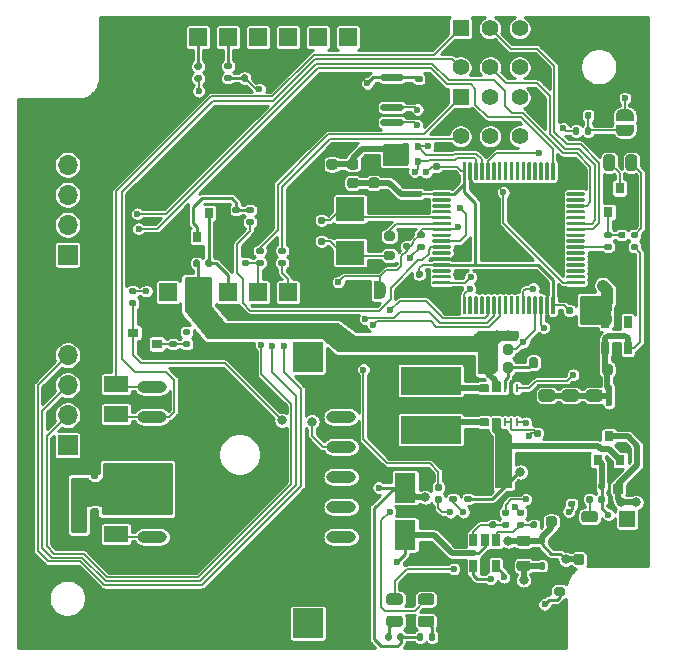
<source format=gbr>
%TF.GenerationSoftware,KiCad,Pcbnew,(5.1.9)-1*%
%TF.CreationDate,2021-03-08T10:45:14+00:00*%
%TF.ProjectId,gps_tracker_basic,6770735f-7472-4616-936b-65725f626173,1.0*%
%TF.SameCoordinates,Original*%
%TF.FileFunction,Copper,L1,Top*%
%TF.FilePolarity,Positive*%
%FSLAX46Y46*%
G04 Gerber Fmt 4.6, Leading zero omitted, Abs format (unit mm)*
G04 Created by KiCad (PCBNEW (5.1.9)-1) date 2021-03-08 10:45:14*
%MOMM*%
%LPD*%
G01*
G04 APERTURE LIST*
%TA.AperFunction,SMDPad,CuDef*%
%ADD10O,2.500000X1.000000*%
%TD*%
%TA.AperFunction,SMDPad,CuDef*%
%ADD11R,2.500000X2.500000*%
%TD*%
%TA.AperFunction,ComponentPad*%
%ADD12R,2.000000X1.400000*%
%TD*%
%TA.AperFunction,SMDPad,CuDef*%
%ADD13R,0.900000X0.800000*%
%TD*%
%TA.AperFunction,SMDPad,CuDef*%
%ADD14R,5.100000X2.350000*%
%TD*%
%TA.AperFunction,SMDPad,CuDef*%
%ADD15R,1.800000X2.500000*%
%TD*%
%TA.AperFunction,ComponentPad*%
%ADD16O,1.700000X1.700000*%
%TD*%
%TA.AperFunction,ComponentPad*%
%ADD17R,1.700000X1.700000*%
%TD*%
%TA.AperFunction,ComponentPad*%
%ADD18O,0.890000X1.550000*%
%TD*%
%TA.AperFunction,ComponentPad*%
%ADD19O,1.250000X0.950000*%
%TD*%
%TA.AperFunction,ComponentPad*%
%ADD20O,1.350000X1.350000*%
%TD*%
%TA.AperFunction,ComponentPad*%
%ADD21R,1.350000X1.350000*%
%TD*%
%TA.AperFunction,SMDPad,CuDef*%
%ADD22C,0.100000*%
%TD*%
%TA.AperFunction,SMDPad,CuDef*%
%ADD23R,0.800000X0.900000*%
%TD*%
%TA.AperFunction,ComponentPad*%
%ADD24C,1.400000*%
%TD*%
%TA.AperFunction,ComponentPad*%
%ADD25R,1.400000X1.400000*%
%TD*%
%TA.AperFunction,SMDPad,CuDef*%
%ADD26R,0.650000X1.060000*%
%TD*%
%TA.AperFunction,ComponentPad*%
%ADD27R,1.524000X1.524000*%
%TD*%
%TA.AperFunction,SMDPad,CuDef*%
%ADD28R,0.775000X0.220000*%
%TD*%
%TA.AperFunction,ComponentPad*%
%ADD29C,0.300000*%
%TD*%
%TA.AperFunction,SMDPad,CuDef*%
%ADD30R,0.250000X0.700000*%
%TD*%
%TA.AperFunction,SMDPad,CuDef*%
%ADD31R,2.850000X1.600000*%
%TD*%
%TA.AperFunction,SMDPad,CuDef*%
%ADD32R,2.400000X2.000000*%
%TD*%
%TA.AperFunction,ViaPad*%
%ADD33C,0.600000*%
%TD*%
%TA.AperFunction,ViaPad*%
%ADD34C,0.800000*%
%TD*%
%TA.AperFunction,Conductor*%
%ADD35C,0.254000*%
%TD*%
%TA.AperFunction,Conductor*%
%ADD36C,0.127000*%
%TD*%
%TA.AperFunction,Conductor*%
%ADD37C,0.508000*%
%TD*%
%TA.AperFunction,Conductor*%
%ADD38C,1.024000*%
%TD*%
%TA.AperFunction,Conductor*%
%ADD39C,0.100000*%
%TD*%
G04 APERTURE END LIST*
%TO.P,C31,2*%
%TO.N,GND*%
%TA.AperFunction,SMDPad,CuDef*%
G36*
G01*
X144634799Y-103651000D02*
X145534801Y-103651000D01*
G75*
G02*
X145784800Y-103900999I0J-249999D01*
G01*
X145784800Y-104426001D01*
G75*
G02*
X145534801Y-104676000I-249999J0D01*
G01*
X144634799Y-104676000D01*
G75*
G02*
X144384800Y-104426001I0J249999D01*
G01*
X144384800Y-103900999D01*
G75*
G02*
X144634799Y-103651000I249999J0D01*
G01*
G37*
%TD.AperFunction*%
%TO.P,C31,1*%
%TO.N,/4V0*%
%TA.AperFunction,SMDPad,CuDef*%
G36*
G01*
X144634799Y-101826000D02*
X145534801Y-101826000D01*
G75*
G02*
X145784800Y-102075999I0J-249999D01*
G01*
X145784800Y-102601001D01*
G75*
G02*
X145534801Y-102851000I-249999J0D01*
G01*
X144634799Y-102851000D01*
G75*
G02*
X144384800Y-102601001I0J249999D01*
G01*
X144384800Y-102075999D01*
G75*
G02*
X144634799Y-101826000I249999J0D01*
G01*
G37*
%TD.AperFunction*%
%TD*%
%TO.P,C30,2*%
%TO.N,GND*%
%TA.AperFunction,SMDPad,CuDef*%
G36*
G01*
X146641399Y-103651000D02*
X147541401Y-103651000D01*
G75*
G02*
X147791400Y-103900999I0J-249999D01*
G01*
X147791400Y-104426001D01*
G75*
G02*
X147541401Y-104676000I-249999J0D01*
G01*
X146641399Y-104676000D01*
G75*
G02*
X146391400Y-104426001I0J249999D01*
G01*
X146391400Y-103900999D01*
G75*
G02*
X146641399Y-103651000I249999J0D01*
G01*
G37*
%TD.AperFunction*%
%TO.P,C30,1*%
%TO.N,/4V0*%
%TA.AperFunction,SMDPad,CuDef*%
G36*
G01*
X146641399Y-101826000D02*
X147541401Y-101826000D01*
G75*
G02*
X147791400Y-102075999I0J-249999D01*
G01*
X147791400Y-102601001D01*
G75*
G02*
X147541401Y-102851000I-249999J0D01*
G01*
X146641399Y-102851000D01*
G75*
G02*
X146391400Y-102601001I0J249999D01*
G01*
X146391400Y-102075999D01*
G75*
G02*
X146641399Y-101826000I249999J0D01*
G01*
G37*
%TD.AperFunction*%
%TD*%
%TO.P,C32,2*%
%TO.N,GND*%
%TA.AperFunction,SMDPad,CuDef*%
G36*
G01*
X148647999Y-103651000D02*
X149548001Y-103651000D01*
G75*
G02*
X149798000Y-103900999I0J-249999D01*
G01*
X149798000Y-104426001D01*
G75*
G02*
X149548001Y-104676000I-249999J0D01*
G01*
X148647999Y-104676000D01*
G75*
G02*
X148398000Y-104426001I0J249999D01*
G01*
X148398000Y-103900999D01*
G75*
G02*
X148647999Y-103651000I249999J0D01*
G01*
G37*
%TD.AperFunction*%
%TO.P,C32,1*%
%TO.N,/4V0*%
%TA.AperFunction,SMDPad,CuDef*%
G36*
G01*
X148647999Y-101826000D02*
X149548001Y-101826000D01*
G75*
G02*
X149798000Y-102075999I0J-249999D01*
G01*
X149798000Y-102601001D01*
G75*
G02*
X149548001Y-102851000I-249999J0D01*
G01*
X148647999Y-102851000D01*
G75*
G02*
X148398000Y-102601001I0J249999D01*
G01*
X148398000Y-102075999D01*
G75*
G02*
X148647999Y-101826000I249999J0D01*
G01*
G37*
%TD.AperFunction*%
%TD*%
D10*
%TO.P,U10,2*%
%TO.N,/TX_GPS*%
X111672300Y-104137600D03*
%TO.P,U10,8*%
%TO.N,Net-(U10-Pad8)*%
X127672300Y-111757600D03*
%TO.P,U10,4*%
%TO.N,/3V3*%
X111672300Y-109217600D03*
%TO.P,U10,10*%
%TO.N,/RESET_GPS*%
X127672300Y-106677600D03*
%TO.P,U10,1*%
%TO.N,/RX_GPS*%
X111672300Y-101597600D03*
%TO.P,U10,7*%
%TO.N,Net-(U10-Pad7)*%
X127672300Y-114297600D03*
%TO.P,U10,11*%
%TO.N,Net-(U10-Pad11)*%
X127672300Y-104137600D03*
%TO.P,U10,6*%
%TO.N,/PPS_GPS*%
X111672300Y-114297600D03*
%TO.P,U10,12*%
%TO.N,GND*%
X127672300Y-101597600D03*
%TO.P,U10,9*%
%TO.N,Net-(U10-Pad9)*%
X127672300Y-109217600D03*
%TO.P,U10,3*%
%TO.N,GND*%
X111672300Y-106677600D03*
%TO.P,U10,5*%
%TO.N,/3V3*%
X111672300Y-111757600D03*
%TD*%
D11*
%TO.P,U4,8*%
%TO.N,N/C*%
X124873300Y-121621700D03*
%TO.P,U4,7*%
X124873300Y-99111700D03*
D12*
%TO.P,U4,6*%
%TO.N,/PPS_GPS*%
X108623300Y-114081700D03*
%TO.P,U4,5*%
%TO.N,/3V3*%
X108623300Y-111541700D03*
%TO.P,U4,4*%
X108623300Y-109001700D03*
%TO.P,U4,3*%
%TO.N,GND*%
X108623300Y-106461700D03*
%TO.P,U4,2*%
%TO.N,/TX_GPS*%
X108623300Y-103921700D03*
%TO.P,U4,1*%
%TO.N,/RX_GPS*%
X108623300Y-101381700D03*
%TD*%
%TO.P,R33,2*%
%TO.N,/RESET_GPS*%
%TA.AperFunction,SMDPad,CuDef*%
G36*
G01*
X109848000Y-94255700D02*
X110218000Y-94255700D01*
G75*
G02*
X110353000Y-94390700I0J-135000D01*
G01*
X110353000Y-94660700D01*
G75*
G02*
X110218000Y-94795700I-135000J0D01*
G01*
X109848000Y-94795700D01*
G75*
G02*
X109713000Y-94660700I0J135000D01*
G01*
X109713000Y-94390700D01*
G75*
G02*
X109848000Y-94255700I135000J0D01*
G01*
G37*
%TD.AperFunction*%
%TO.P,R33,1*%
%TO.N,/3V3*%
%TA.AperFunction,SMDPad,CuDef*%
G36*
G01*
X109848000Y-93235700D02*
X110218000Y-93235700D01*
G75*
G02*
X110353000Y-93370700I0J-135000D01*
G01*
X110353000Y-93640700D01*
G75*
G02*
X110218000Y-93775700I-135000J0D01*
G01*
X109848000Y-93775700D01*
G75*
G02*
X109713000Y-93640700I0J135000D01*
G01*
X109713000Y-93370700D01*
G75*
G02*
X109848000Y-93235700I135000J0D01*
G01*
G37*
%TD.AperFunction*%
%TD*%
%TO.P,R11,2*%
%TO.N,GND*%
%TA.AperFunction,SMDPad,CuDef*%
G36*
G01*
X113634300Y-97230100D02*
X113264300Y-97230100D01*
G75*
G02*
X113129300Y-97095100I0J135000D01*
G01*
X113129300Y-96825100D01*
G75*
G02*
X113264300Y-96690100I135000J0D01*
G01*
X113634300Y-96690100D01*
G75*
G02*
X113769300Y-96825100I0J-135000D01*
G01*
X113769300Y-97095100D01*
G75*
G02*
X113634300Y-97230100I-135000J0D01*
G01*
G37*
%TD.AperFunction*%
%TO.P,R11,1*%
%TO.N,Net-(Q4-Pad1)*%
%TA.AperFunction,SMDPad,CuDef*%
G36*
G01*
X113634300Y-98250100D02*
X113264300Y-98250100D01*
G75*
G02*
X113129300Y-98115100I0J135000D01*
G01*
X113129300Y-97845100D01*
G75*
G02*
X113264300Y-97710100I135000J0D01*
G01*
X113634300Y-97710100D01*
G75*
G02*
X113769300Y-97845100I0J-135000D01*
G01*
X113769300Y-98115100D01*
G75*
G02*
X113634300Y-98250100I-135000J0D01*
G01*
G37*
%TD.AperFunction*%
%TD*%
%TO.P,R7,2*%
%TO.N,/GNSS/RESET_GPS*%
%TA.AperFunction,SMDPad,CuDef*%
G36*
G01*
X114777300Y-97230100D02*
X114407300Y-97230100D01*
G75*
G02*
X114272300Y-97095100I0J135000D01*
G01*
X114272300Y-96825100D01*
G75*
G02*
X114407300Y-96690100I135000J0D01*
G01*
X114777300Y-96690100D01*
G75*
G02*
X114912300Y-96825100I0J-135000D01*
G01*
X114912300Y-97095100D01*
G75*
G02*
X114777300Y-97230100I-135000J0D01*
G01*
G37*
%TD.AperFunction*%
%TO.P,R7,1*%
%TO.N,Net-(Q4-Pad1)*%
%TA.AperFunction,SMDPad,CuDef*%
G36*
G01*
X114777300Y-98250100D02*
X114407300Y-98250100D01*
G75*
G02*
X114272300Y-98115100I0J135000D01*
G01*
X114272300Y-97845100D01*
G75*
G02*
X114407300Y-97710100I135000J0D01*
G01*
X114777300Y-97710100D01*
G75*
G02*
X114912300Y-97845100I0J-135000D01*
G01*
X114912300Y-98115100D01*
G75*
G02*
X114777300Y-98250100I-135000J0D01*
G01*
G37*
%TD.AperFunction*%
%TD*%
D13*
%TO.P,Q4,3*%
%TO.N,/RESET_GPS*%
X110087100Y-97025600D03*
%TO.P,Q4,2*%
%TO.N,GND*%
X112087100Y-96075600D03*
%TO.P,Q4,1*%
%TO.N,Net-(Q4-Pad1)*%
X112087100Y-97975600D03*
%TD*%
%TO.P,C17,2*%
%TO.N,GND*%
%TA.AperFunction,SMDPad,CuDef*%
G36*
G01*
X104335900Y-111355200D02*
X104335900Y-111855200D01*
G75*
G02*
X104110900Y-112080200I-225000J0D01*
G01*
X103660900Y-112080200D01*
G75*
G02*
X103435900Y-111855200I0J225000D01*
G01*
X103435900Y-111355200D01*
G75*
G02*
X103660900Y-111130200I225000J0D01*
G01*
X104110900Y-111130200D01*
G75*
G02*
X104335900Y-111355200I0J-225000D01*
G01*
G37*
%TD.AperFunction*%
%TO.P,C17,1*%
%TO.N,/3V3*%
%TA.AperFunction,SMDPad,CuDef*%
G36*
G01*
X105885900Y-111355200D02*
X105885900Y-111855200D01*
G75*
G02*
X105660900Y-112080200I-225000J0D01*
G01*
X105210900Y-112080200D01*
G75*
G02*
X104985900Y-111855200I0J225000D01*
G01*
X104985900Y-111355200D01*
G75*
G02*
X105210900Y-111130200I225000J0D01*
G01*
X105660900Y-111130200D01*
G75*
G02*
X105885900Y-111355200I0J-225000D01*
G01*
G37*
%TD.AperFunction*%
%TD*%
%TO.P,C33,2*%
%TO.N,GND*%
%TA.AperFunction,SMDPad,CuDef*%
G36*
G01*
X106989900Y-109424000D02*
X106649900Y-109424000D01*
G75*
G02*
X106509900Y-109284000I0J140000D01*
G01*
X106509900Y-109004000D01*
G75*
G02*
X106649900Y-108864000I140000J0D01*
G01*
X106989900Y-108864000D01*
G75*
G02*
X107129900Y-109004000I0J-140000D01*
G01*
X107129900Y-109284000D01*
G75*
G02*
X106989900Y-109424000I-140000J0D01*
G01*
G37*
%TD.AperFunction*%
%TO.P,C33,1*%
%TO.N,/3V3*%
%TA.AperFunction,SMDPad,CuDef*%
G36*
G01*
X106989900Y-110384000D02*
X106649900Y-110384000D01*
G75*
G02*
X106509900Y-110244000I0J140000D01*
G01*
X106509900Y-109964000D01*
G75*
G02*
X106649900Y-109824000I140000J0D01*
G01*
X106989900Y-109824000D01*
G75*
G02*
X107129900Y-109964000I0J-140000D01*
G01*
X107129900Y-110244000D01*
G75*
G02*
X106989900Y-110384000I-140000J0D01*
G01*
G37*
%TD.AperFunction*%
%TD*%
%TO.P,C18,2*%
%TO.N,GND*%
%TA.AperFunction,SMDPad,CuDef*%
G36*
G01*
X104335900Y-113044300D02*
X104335900Y-113544300D01*
G75*
G02*
X104110900Y-113769300I-225000J0D01*
G01*
X103660900Y-113769300D01*
G75*
G02*
X103435900Y-113544300I0J225000D01*
G01*
X103435900Y-113044300D01*
G75*
G02*
X103660900Y-112819300I225000J0D01*
G01*
X104110900Y-112819300D01*
G75*
G02*
X104335900Y-113044300I0J-225000D01*
G01*
G37*
%TD.AperFunction*%
%TO.P,C18,1*%
%TO.N,/3V3*%
%TA.AperFunction,SMDPad,CuDef*%
G36*
G01*
X105885900Y-113044300D02*
X105885900Y-113544300D01*
G75*
G02*
X105660900Y-113769300I-225000J0D01*
G01*
X105210900Y-113769300D01*
G75*
G02*
X104985900Y-113544300I0J225000D01*
G01*
X104985900Y-113044300D01*
G75*
G02*
X105210900Y-112819300I225000J0D01*
G01*
X105660900Y-112819300D01*
G75*
G02*
X105885900Y-113044300I0J-225000D01*
G01*
G37*
%TD.AperFunction*%
%TD*%
%TO.P,C16,2*%
%TO.N,GND*%
%TA.AperFunction,SMDPad,CuDef*%
G36*
G01*
X104335900Y-109716900D02*
X104335900Y-110216900D01*
G75*
G02*
X104110900Y-110441900I-225000J0D01*
G01*
X103660900Y-110441900D01*
G75*
G02*
X103435900Y-110216900I0J225000D01*
G01*
X103435900Y-109716900D01*
G75*
G02*
X103660900Y-109491900I225000J0D01*
G01*
X104110900Y-109491900D01*
G75*
G02*
X104335900Y-109716900I0J-225000D01*
G01*
G37*
%TD.AperFunction*%
%TO.P,C16,1*%
%TO.N,/3V3*%
%TA.AperFunction,SMDPad,CuDef*%
G36*
G01*
X105885900Y-109716900D02*
X105885900Y-110216900D01*
G75*
G02*
X105660900Y-110441900I-225000J0D01*
G01*
X105210900Y-110441900D01*
G75*
G02*
X104985900Y-110216900I0J225000D01*
G01*
X104985900Y-109716900D01*
G75*
G02*
X105210900Y-109491900I225000J0D01*
G01*
X105660900Y-109491900D01*
G75*
G02*
X105885900Y-109716900I0J-225000D01*
G01*
G37*
%TD.AperFunction*%
%TD*%
%TO.P,C15,2*%
%TO.N,GND*%
%TA.AperFunction,SMDPad,CuDef*%
G36*
G01*
X106649900Y-111830600D02*
X106989900Y-111830600D01*
G75*
G02*
X107129900Y-111970600I0J-140000D01*
G01*
X107129900Y-112250600D01*
G75*
G02*
X106989900Y-112390600I-140000J0D01*
G01*
X106649900Y-112390600D01*
G75*
G02*
X106509900Y-112250600I0J140000D01*
G01*
X106509900Y-111970600D01*
G75*
G02*
X106649900Y-111830600I140000J0D01*
G01*
G37*
%TD.AperFunction*%
%TO.P,C15,1*%
%TO.N,/3V3*%
%TA.AperFunction,SMDPad,CuDef*%
G36*
G01*
X106649900Y-110870600D02*
X106989900Y-110870600D01*
G75*
G02*
X107129900Y-111010600I0J-140000D01*
G01*
X107129900Y-111290600D01*
G75*
G02*
X106989900Y-111430600I-140000J0D01*
G01*
X106649900Y-111430600D01*
G75*
G02*
X106509900Y-111290600I0J140000D01*
G01*
X106509900Y-111010600D01*
G75*
G02*
X106649900Y-110870600I140000J0D01*
G01*
G37*
%TD.AperFunction*%
%TD*%
%TO.P,R2,2*%
%TO.N,Net-(C2-Pad1)*%
%TA.AperFunction,SMDPad,CuDef*%
G36*
G01*
X131487500Y-90087000D02*
X132037500Y-90087000D01*
G75*
G02*
X132237500Y-90287000I0J-200000D01*
G01*
X132237500Y-90687000D01*
G75*
G02*
X132037500Y-90887000I-200000J0D01*
G01*
X131487500Y-90887000D01*
G75*
G02*
X131287500Y-90687000I0J200000D01*
G01*
X131287500Y-90287000D01*
G75*
G02*
X131487500Y-90087000I200000J0D01*
G01*
G37*
%TD.AperFunction*%
%TO.P,R2,1*%
%TO.N,Net-(R2-Pad1)*%
%TA.AperFunction,SMDPad,CuDef*%
G36*
G01*
X131487500Y-88437000D02*
X132037500Y-88437000D01*
G75*
G02*
X132237500Y-88637000I0J-200000D01*
G01*
X132237500Y-89037000D01*
G75*
G02*
X132037500Y-89237000I-200000J0D01*
G01*
X131487500Y-89237000D01*
G75*
G02*
X131287500Y-89037000I0J200000D01*
G01*
X131287500Y-88637000D01*
G75*
G02*
X131487500Y-88437000I200000J0D01*
G01*
G37*
%TD.AperFunction*%
%TD*%
%TO.P,R12,2*%
%TO.N,/5V0*%
%TA.AperFunction,SMDPad,CuDef*%
G36*
G01*
X134634000Y-122598600D02*
X134634000Y-122968600D01*
G75*
G02*
X134499000Y-123103600I-135000J0D01*
G01*
X134229000Y-123103600D01*
G75*
G02*
X134094000Y-122968600I0J135000D01*
G01*
X134094000Y-122598600D01*
G75*
G02*
X134229000Y-122463600I135000J0D01*
G01*
X134499000Y-122463600D01*
G75*
G02*
X134634000Y-122598600I0J-135000D01*
G01*
G37*
%TD.AperFunction*%
%TO.P,R12,1*%
%TO.N,Net-(D1-Pad2)*%
%TA.AperFunction,SMDPad,CuDef*%
G36*
G01*
X135654000Y-122598600D02*
X135654000Y-122968600D01*
G75*
G02*
X135519000Y-123103600I-135000J0D01*
G01*
X135249000Y-123103600D01*
G75*
G02*
X135114000Y-122968600I0J135000D01*
G01*
X135114000Y-122598600D01*
G75*
G02*
X135249000Y-122463600I135000J0D01*
G01*
X135519000Y-122463600D01*
G75*
G02*
X135654000Y-122598600I0J-135000D01*
G01*
G37*
%TD.AperFunction*%
%TD*%
%TO.P,R26,2*%
%TO.N,GND*%
%TA.AperFunction,SMDPad,CuDef*%
G36*
G01*
X145902000Y-120186000D02*
X146452000Y-120186000D01*
G75*
G02*
X146652000Y-120386000I0J-200000D01*
G01*
X146652000Y-120786000D01*
G75*
G02*
X146452000Y-120986000I-200000J0D01*
G01*
X145902000Y-120986000D01*
G75*
G02*
X145702000Y-120786000I0J200000D01*
G01*
X145702000Y-120386000D01*
G75*
G02*
X145902000Y-120186000I200000J0D01*
G01*
G37*
%TD.AperFunction*%
%TO.P,R26,1*%
%TO.N,Net-(J2-Pad4)*%
%TA.AperFunction,SMDPad,CuDef*%
G36*
G01*
X145902000Y-118536000D02*
X146452000Y-118536000D01*
G75*
G02*
X146652000Y-118736000I0J-200000D01*
G01*
X146652000Y-119136000D01*
G75*
G02*
X146452000Y-119336000I-200000J0D01*
G01*
X145902000Y-119336000D01*
G75*
G02*
X145702000Y-119136000I0J200000D01*
G01*
X145702000Y-118736000D01*
G75*
G02*
X145902000Y-118536000I200000J0D01*
G01*
G37*
%TD.AperFunction*%
%TD*%
D14*
%TO.P,L3,2*%
%TO.N,Net-(L3-Pad2)*%
X135255000Y-101074400D03*
%TO.P,L3,1*%
%TO.N,Net-(L3-Pad1)*%
X135255000Y-105224400D03*
%TD*%
%TO.P,C21,2*%
%TO.N,GND*%
%TA.AperFunction,SMDPad,CuDef*%
G36*
G01*
X145715800Y-111917600D02*
X145215800Y-111917600D01*
G75*
G02*
X144990800Y-111692600I0J225000D01*
G01*
X144990800Y-111242600D01*
G75*
G02*
X145215800Y-111017600I225000J0D01*
G01*
X145715800Y-111017600D01*
G75*
G02*
X145940800Y-111242600I0J-225000D01*
G01*
X145940800Y-111692600D01*
G75*
G02*
X145715800Y-111917600I-225000J0D01*
G01*
G37*
%TD.AperFunction*%
%TO.P,C21,1*%
%TO.N,/VUSB*%
%TA.AperFunction,SMDPad,CuDef*%
G36*
G01*
X145715800Y-113467600D02*
X145215800Y-113467600D01*
G75*
G02*
X144990800Y-113242600I0J225000D01*
G01*
X144990800Y-112792600D01*
G75*
G02*
X145215800Y-112567600I225000J0D01*
G01*
X145715800Y-112567600D01*
G75*
G02*
X145940800Y-112792600I0J-225000D01*
G01*
X145940800Y-113242600D01*
G75*
G02*
X145715800Y-113467600I-225000J0D01*
G01*
G37*
%TD.AperFunction*%
%TD*%
%TO.P,C3,2*%
%TO.N,GND*%
%TA.AperFunction,SMDPad,CuDef*%
G36*
G01*
X126661100Y-83865600D02*
X127161100Y-83865600D01*
G75*
G02*
X127386100Y-84090600I0J-225000D01*
G01*
X127386100Y-84540600D01*
G75*
G02*
X127161100Y-84765600I-225000J0D01*
G01*
X126661100Y-84765600D01*
G75*
G02*
X126436100Y-84540600I0J225000D01*
G01*
X126436100Y-84090600D01*
G75*
G02*
X126661100Y-83865600I225000J0D01*
G01*
G37*
%TD.AperFunction*%
%TO.P,C3,1*%
%TO.N,/3V3*%
%TA.AperFunction,SMDPad,CuDef*%
G36*
G01*
X126661100Y-82315600D02*
X127161100Y-82315600D01*
G75*
G02*
X127386100Y-82540600I0J-225000D01*
G01*
X127386100Y-82990600D01*
G75*
G02*
X127161100Y-83215600I-225000J0D01*
G01*
X126661100Y-83215600D01*
G75*
G02*
X126436100Y-82990600I0J225000D01*
G01*
X126436100Y-82540600D01*
G75*
G02*
X126661100Y-82315600I225000J0D01*
G01*
G37*
%TD.AperFunction*%
%TD*%
%TO.P,C1,2*%
%TO.N,GND*%
%TA.AperFunction,SMDPad,CuDef*%
G36*
G01*
X125339500Y-87333000D02*
X125339500Y-87673000D01*
G75*
G02*
X125199500Y-87813000I-140000J0D01*
G01*
X124919500Y-87813000D01*
G75*
G02*
X124779500Y-87673000I0J140000D01*
G01*
X124779500Y-87333000D01*
G75*
G02*
X124919500Y-87193000I140000J0D01*
G01*
X125199500Y-87193000D01*
G75*
G02*
X125339500Y-87333000I0J-140000D01*
G01*
G37*
%TD.AperFunction*%
%TO.P,C1,1*%
%TO.N,Net-(C1-Pad1)*%
%TA.AperFunction,SMDPad,CuDef*%
G36*
G01*
X126299500Y-87333000D02*
X126299500Y-87673000D01*
G75*
G02*
X126159500Y-87813000I-140000J0D01*
G01*
X125879500Y-87813000D01*
G75*
G02*
X125739500Y-87673000I0J140000D01*
G01*
X125739500Y-87333000D01*
G75*
G02*
X125879500Y-87193000I140000J0D01*
G01*
X126159500Y-87193000D01*
G75*
G02*
X126299500Y-87333000I0J-140000D01*
G01*
G37*
%TD.AperFunction*%
%TD*%
%TO.P,C2,2*%
%TO.N,GND*%
%TA.AperFunction,SMDPad,CuDef*%
G36*
G01*
X125339500Y-89111000D02*
X125339500Y-89451000D01*
G75*
G02*
X125199500Y-89591000I-140000J0D01*
G01*
X124919500Y-89591000D01*
G75*
G02*
X124779500Y-89451000I0J140000D01*
G01*
X124779500Y-89111000D01*
G75*
G02*
X124919500Y-88971000I140000J0D01*
G01*
X125199500Y-88971000D01*
G75*
G02*
X125339500Y-89111000I0J-140000D01*
G01*
G37*
%TD.AperFunction*%
%TO.P,C2,1*%
%TO.N,Net-(C2-Pad1)*%
%TA.AperFunction,SMDPad,CuDef*%
G36*
G01*
X126299500Y-89111000D02*
X126299500Y-89451000D01*
G75*
G02*
X126159500Y-89591000I-140000J0D01*
G01*
X125879500Y-89591000D01*
G75*
G02*
X125739500Y-89451000I0J140000D01*
G01*
X125739500Y-89111000D01*
G75*
G02*
X125879500Y-88971000I140000J0D01*
G01*
X126159500Y-88971000D01*
G75*
G02*
X126299500Y-89111000I0J-140000D01*
G01*
G37*
%TD.AperFunction*%
%TD*%
%TO.P,C4,2*%
%TO.N,GND*%
%TA.AperFunction,SMDPad,CuDef*%
G36*
G01*
X130704400Y-83228300D02*
X130204400Y-83228300D01*
G75*
G02*
X129979400Y-83003300I0J225000D01*
G01*
X129979400Y-82553300D01*
G75*
G02*
X130204400Y-82328300I225000J0D01*
G01*
X130704400Y-82328300D01*
G75*
G02*
X130929400Y-82553300I0J-225000D01*
G01*
X130929400Y-83003300D01*
G75*
G02*
X130704400Y-83228300I-225000J0D01*
G01*
G37*
%TD.AperFunction*%
%TO.P,C4,1*%
%TO.N,Net-(C4-Pad1)*%
%TA.AperFunction,SMDPad,CuDef*%
G36*
G01*
X130704400Y-84778300D02*
X130204400Y-84778300D01*
G75*
G02*
X129979400Y-84553300I0J225000D01*
G01*
X129979400Y-84103300D01*
G75*
G02*
X130204400Y-83878300I225000J0D01*
G01*
X130704400Y-83878300D01*
G75*
G02*
X130929400Y-84103300I0J-225000D01*
G01*
X130929400Y-84553300D01*
G75*
G02*
X130704400Y-84778300I-225000J0D01*
G01*
G37*
%TD.AperFunction*%
%TD*%
%TO.P,C5,2*%
%TO.N,GND*%
%TA.AperFunction,SMDPad,CuDef*%
G36*
G01*
X134132500Y-92757600D02*
X134472500Y-92757600D01*
G75*
G02*
X134612500Y-92897600I0J-140000D01*
G01*
X134612500Y-93177600D01*
G75*
G02*
X134472500Y-93317600I-140000J0D01*
G01*
X134132500Y-93317600D01*
G75*
G02*
X133992500Y-93177600I0J140000D01*
G01*
X133992500Y-92897600D01*
G75*
G02*
X134132500Y-92757600I140000J0D01*
G01*
G37*
%TD.AperFunction*%
%TO.P,C5,1*%
%TO.N,Net-(C4-Pad1)*%
%TA.AperFunction,SMDPad,CuDef*%
G36*
G01*
X134132500Y-91797600D02*
X134472500Y-91797600D01*
G75*
G02*
X134612500Y-91937600I0J-140000D01*
G01*
X134612500Y-92217600D01*
G75*
G02*
X134472500Y-92357600I-140000J0D01*
G01*
X134132500Y-92357600D01*
G75*
G02*
X133992500Y-92217600I0J140000D01*
G01*
X133992500Y-91937600D01*
G75*
G02*
X134132500Y-91797600I140000J0D01*
G01*
G37*
%TD.AperFunction*%
%TD*%
%TO.P,C6,2*%
%TO.N,/RST*%
%TA.AperFunction,SMDPad,CuDef*%
G36*
G01*
X133063160Y-89430200D02*
X133403160Y-89430200D01*
G75*
G02*
X133543160Y-89570200I0J-140000D01*
G01*
X133543160Y-89850200D01*
G75*
G02*
X133403160Y-89990200I-140000J0D01*
G01*
X133063160Y-89990200D01*
G75*
G02*
X132923160Y-89850200I0J140000D01*
G01*
X132923160Y-89570200D01*
G75*
G02*
X133063160Y-89430200I140000J0D01*
G01*
G37*
%TD.AperFunction*%
%TO.P,C6,1*%
%TO.N,GND*%
%TA.AperFunction,SMDPad,CuDef*%
G36*
G01*
X133063160Y-88470200D02*
X133403160Y-88470200D01*
G75*
G02*
X133543160Y-88610200I0J-140000D01*
G01*
X133543160Y-88890200D01*
G75*
G02*
X133403160Y-89030200I-140000J0D01*
G01*
X133063160Y-89030200D01*
G75*
G02*
X132923160Y-88890200I0J140000D01*
G01*
X132923160Y-88610200D01*
G75*
G02*
X133063160Y-88470200I140000J0D01*
G01*
G37*
%TD.AperFunction*%
%TD*%
%TO.P,C7,2*%
%TO.N,GND*%
%TA.AperFunction,SMDPad,CuDef*%
G36*
G01*
X135593000Y-83639000D02*
X135933000Y-83639000D01*
G75*
G02*
X136073000Y-83779000I0J-140000D01*
G01*
X136073000Y-84059000D01*
G75*
G02*
X135933000Y-84199000I-140000J0D01*
G01*
X135593000Y-84199000D01*
G75*
G02*
X135453000Y-84059000I0J140000D01*
G01*
X135453000Y-83779000D01*
G75*
G02*
X135593000Y-83639000I140000J0D01*
G01*
G37*
%TD.AperFunction*%
%TO.P,C7,1*%
%TO.N,Net-(C4-Pad1)*%
%TA.AperFunction,SMDPad,CuDef*%
G36*
G01*
X135593000Y-82679000D02*
X135933000Y-82679000D01*
G75*
G02*
X136073000Y-82819000I0J-140000D01*
G01*
X136073000Y-83099000D01*
G75*
G02*
X135933000Y-83239000I-140000J0D01*
G01*
X135593000Y-83239000D01*
G75*
G02*
X135453000Y-83099000I0J140000D01*
G01*
X135453000Y-82819000D01*
G75*
G02*
X135593000Y-82679000I140000J0D01*
G01*
G37*
%TD.AperFunction*%
%TD*%
%TO.P,C8,2*%
%TO.N,GND*%
%TA.AperFunction,SMDPad,CuDef*%
G36*
G01*
X134409000Y-84585200D02*
X134069000Y-84585200D01*
G75*
G02*
X133929000Y-84445200I0J140000D01*
G01*
X133929000Y-84165200D01*
G75*
G02*
X134069000Y-84025200I140000J0D01*
G01*
X134409000Y-84025200D01*
G75*
G02*
X134549000Y-84165200I0J-140000D01*
G01*
X134549000Y-84445200D01*
G75*
G02*
X134409000Y-84585200I-140000J0D01*
G01*
G37*
%TD.AperFunction*%
%TO.P,C8,1*%
%TO.N,Net-(C4-Pad1)*%
%TA.AperFunction,SMDPad,CuDef*%
G36*
G01*
X134409000Y-85545200D02*
X134069000Y-85545200D01*
G75*
G02*
X133929000Y-85405200I0J140000D01*
G01*
X133929000Y-85125200D01*
G75*
G02*
X134069000Y-84985200I140000J0D01*
G01*
X134409000Y-84985200D01*
G75*
G02*
X134549000Y-85125200I0J-140000D01*
G01*
X134549000Y-85405200D01*
G75*
G02*
X134409000Y-85545200I-140000J0D01*
G01*
G37*
%TD.AperFunction*%
%TD*%
%TO.P,C9,2*%
%TO.N,GND*%
%TA.AperFunction,SMDPad,CuDef*%
G36*
G01*
X146845200Y-95831000D02*
X147185200Y-95831000D01*
G75*
G02*
X147325200Y-95971000I0J-140000D01*
G01*
X147325200Y-96251000D01*
G75*
G02*
X147185200Y-96391000I-140000J0D01*
G01*
X146845200Y-96391000D01*
G75*
G02*
X146705200Y-96251000I0J140000D01*
G01*
X146705200Y-95971000D01*
G75*
G02*
X146845200Y-95831000I140000J0D01*
G01*
G37*
%TD.AperFunction*%
%TO.P,C9,1*%
%TO.N,Net-(C4-Pad1)*%
%TA.AperFunction,SMDPad,CuDef*%
G36*
G01*
X146845200Y-94871000D02*
X147185200Y-94871000D01*
G75*
G02*
X147325200Y-95011000I0J-140000D01*
G01*
X147325200Y-95291000D01*
G75*
G02*
X147185200Y-95431000I-140000J0D01*
G01*
X146845200Y-95431000D01*
G75*
G02*
X146705200Y-95291000I0J140000D01*
G01*
X146705200Y-95011000D01*
G75*
G02*
X146845200Y-94871000I140000J0D01*
G01*
G37*
%TD.AperFunction*%
%TD*%
%TO.P,C10,2*%
%TO.N,GND*%
%TA.AperFunction,SMDPad,CuDef*%
G36*
G01*
X144162600Y-112601400D02*
X143822600Y-112601400D01*
G75*
G02*
X143682600Y-112461400I0J140000D01*
G01*
X143682600Y-112181400D01*
G75*
G02*
X143822600Y-112041400I140000J0D01*
G01*
X144162600Y-112041400D01*
G75*
G02*
X144302600Y-112181400I0J-140000D01*
G01*
X144302600Y-112461400D01*
G75*
G02*
X144162600Y-112601400I-140000J0D01*
G01*
G37*
%TD.AperFunction*%
%TO.P,C10,1*%
%TO.N,/USB-*%
%TA.AperFunction,SMDPad,CuDef*%
G36*
G01*
X144162600Y-113561400D02*
X143822600Y-113561400D01*
G75*
G02*
X143682600Y-113421400I0J140000D01*
G01*
X143682600Y-113141400D01*
G75*
G02*
X143822600Y-113001400I140000J0D01*
G01*
X144162600Y-113001400D01*
G75*
G02*
X144302600Y-113141400I0J-140000D01*
G01*
X144302600Y-113421400D01*
G75*
G02*
X144162600Y-113561400I-140000J0D01*
G01*
G37*
%TD.AperFunction*%
%TD*%
%TO.P,C11,2*%
%TO.N,GND*%
%TA.AperFunction,SMDPad,CuDef*%
G36*
G01*
X140682800Y-112601400D02*
X140342800Y-112601400D01*
G75*
G02*
X140202800Y-112461400I0J140000D01*
G01*
X140202800Y-112181400D01*
G75*
G02*
X140342800Y-112041400I140000J0D01*
G01*
X140682800Y-112041400D01*
G75*
G02*
X140822800Y-112181400I0J-140000D01*
G01*
X140822800Y-112461400D01*
G75*
G02*
X140682800Y-112601400I-140000J0D01*
G01*
G37*
%TD.AperFunction*%
%TO.P,C11,1*%
%TO.N,/USB+*%
%TA.AperFunction,SMDPad,CuDef*%
G36*
G01*
X140682800Y-113561400D02*
X140342800Y-113561400D01*
G75*
G02*
X140202800Y-113421400I0J140000D01*
G01*
X140202800Y-113141400D01*
G75*
G02*
X140342800Y-113001400I140000J0D01*
G01*
X140682800Y-113001400D01*
G75*
G02*
X140822800Y-113141400I0J-140000D01*
G01*
X140822800Y-113421400D01*
G75*
G02*
X140682800Y-113561400I-140000J0D01*
G01*
G37*
%TD.AperFunction*%
%TD*%
%TO.P,C12,2*%
%TO.N,GND*%
%TA.AperFunction,SMDPad,CuDef*%
G36*
G01*
X138600000Y-110417000D02*
X138260000Y-110417000D01*
G75*
G02*
X138120000Y-110277000I0J140000D01*
G01*
X138120000Y-109997000D01*
G75*
G02*
X138260000Y-109857000I140000J0D01*
G01*
X138600000Y-109857000D01*
G75*
G02*
X138740000Y-109997000I0J-140000D01*
G01*
X138740000Y-110277000D01*
G75*
G02*
X138600000Y-110417000I-140000J0D01*
G01*
G37*
%TD.AperFunction*%
%TO.P,C12,1*%
%TO.N,/5V0*%
%TA.AperFunction,SMDPad,CuDef*%
G36*
G01*
X138600000Y-111377000D02*
X138260000Y-111377000D01*
G75*
G02*
X138120000Y-111237000I0J140000D01*
G01*
X138120000Y-110957000D01*
G75*
G02*
X138260000Y-110817000I140000J0D01*
G01*
X138600000Y-110817000D01*
G75*
G02*
X138740000Y-110957000I0J-140000D01*
G01*
X138740000Y-111237000D01*
G75*
G02*
X138600000Y-111377000I-140000J0D01*
G01*
G37*
%TD.AperFunction*%
%TD*%
%TO.P,C13,2*%
%TO.N,GND*%
%TA.AperFunction,SMDPad,CuDef*%
G36*
G01*
X137330000Y-110417000D02*
X136990000Y-110417000D01*
G75*
G02*
X136850000Y-110277000I0J140000D01*
G01*
X136850000Y-109997000D01*
G75*
G02*
X136990000Y-109857000I140000J0D01*
G01*
X137330000Y-109857000D01*
G75*
G02*
X137470000Y-109997000I0J-140000D01*
G01*
X137470000Y-110277000D01*
G75*
G02*
X137330000Y-110417000I-140000J0D01*
G01*
G37*
%TD.AperFunction*%
%TO.P,C13,1*%
%TO.N,Net-(C13-Pad1)*%
%TA.AperFunction,SMDPad,CuDef*%
G36*
G01*
X137330000Y-111377000D02*
X136990000Y-111377000D01*
G75*
G02*
X136850000Y-111237000I0J140000D01*
G01*
X136850000Y-110957000D01*
G75*
G02*
X136990000Y-110817000I140000J0D01*
G01*
X137330000Y-110817000D01*
G75*
G02*
X137470000Y-110957000I0J-140000D01*
G01*
X137470000Y-111237000D01*
G75*
G02*
X137330000Y-111377000I-140000J0D01*
G01*
G37*
%TD.AperFunction*%
%TD*%
%TO.P,C14,2*%
%TO.N,GND*%
%TA.AperFunction,SMDPad,CuDef*%
G36*
G01*
X134094400Y-76234900D02*
X134434400Y-76234900D01*
G75*
G02*
X134574400Y-76374900I0J-140000D01*
G01*
X134574400Y-76654900D01*
G75*
G02*
X134434400Y-76794900I-140000J0D01*
G01*
X134094400Y-76794900D01*
G75*
G02*
X133954400Y-76654900I0J140000D01*
G01*
X133954400Y-76374900D01*
G75*
G02*
X134094400Y-76234900I140000J0D01*
G01*
G37*
%TD.AperFunction*%
%TO.P,C14,1*%
%TO.N,/3V3*%
%TA.AperFunction,SMDPad,CuDef*%
G36*
G01*
X134094400Y-75274900D02*
X134434400Y-75274900D01*
G75*
G02*
X134574400Y-75414900I0J-140000D01*
G01*
X134574400Y-75694900D01*
G75*
G02*
X134434400Y-75834900I-140000J0D01*
G01*
X134094400Y-75834900D01*
G75*
G02*
X133954400Y-75694900I0J140000D01*
G01*
X133954400Y-75414900D01*
G75*
G02*
X134094400Y-75274900I140000J0D01*
G01*
G37*
%TD.AperFunction*%
%TD*%
%TO.P,C19,2*%
%TO.N,GND*%
%TA.AperFunction,SMDPad,CuDef*%
G36*
G01*
X145361000Y-116933800D02*
X145361000Y-116593800D01*
G75*
G02*
X145501000Y-116453800I140000J0D01*
G01*
X145781000Y-116453800D01*
G75*
G02*
X145921000Y-116593800I0J-140000D01*
G01*
X145921000Y-116933800D01*
G75*
G02*
X145781000Y-117073800I-140000J0D01*
G01*
X145501000Y-117073800D01*
G75*
G02*
X145361000Y-116933800I0J140000D01*
G01*
G37*
%TD.AperFunction*%
%TO.P,C19,1*%
%TO.N,Net-(C19-Pad1)*%
%TA.AperFunction,SMDPad,CuDef*%
G36*
G01*
X144401000Y-116933800D02*
X144401000Y-116593800D01*
G75*
G02*
X144541000Y-116453800I140000J0D01*
G01*
X144821000Y-116453800D01*
G75*
G02*
X144961000Y-116593800I0J-140000D01*
G01*
X144961000Y-116933800D01*
G75*
G02*
X144821000Y-117073800I-140000J0D01*
G01*
X144541000Y-117073800D01*
G75*
G02*
X144401000Y-116933800I0J140000D01*
G01*
G37*
%TD.AperFunction*%
%TD*%
%TO.P,C20,2*%
%TO.N,GND*%
%TA.AperFunction,SMDPad,CuDef*%
G36*
G01*
X145361000Y-114800200D02*
X145361000Y-114460200D01*
G75*
G02*
X145501000Y-114320200I140000J0D01*
G01*
X145781000Y-114320200D01*
G75*
G02*
X145921000Y-114460200I0J-140000D01*
G01*
X145921000Y-114800200D01*
G75*
G02*
X145781000Y-114940200I-140000J0D01*
G01*
X145501000Y-114940200D01*
G75*
G02*
X145361000Y-114800200I0J140000D01*
G01*
G37*
%TD.AperFunction*%
%TO.P,C20,1*%
%TO.N,/VUSB*%
%TA.AperFunction,SMDPad,CuDef*%
G36*
G01*
X144401000Y-114800200D02*
X144401000Y-114460200D01*
G75*
G02*
X144541000Y-114320200I140000J0D01*
G01*
X144821000Y-114320200D01*
G75*
G02*
X144961000Y-114460200I0J-140000D01*
G01*
X144961000Y-114800200D01*
G75*
G02*
X144821000Y-114940200I-140000J0D01*
G01*
X144541000Y-114940200D01*
G75*
G02*
X144401000Y-114800200I0J140000D01*
G01*
G37*
%TD.AperFunction*%
%TD*%
%TO.P,C22,2*%
%TO.N,GND*%
%TA.AperFunction,SMDPad,CuDef*%
G36*
G01*
X140416400Y-109147800D02*
X140416400Y-109647800D01*
G75*
G02*
X140191400Y-109872800I-225000J0D01*
G01*
X139741400Y-109872800D01*
G75*
G02*
X139516400Y-109647800I0J225000D01*
G01*
X139516400Y-109147800D01*
G75*
G02*
X139741400Y-108922800I225000J0D01*
G01*
X140191400Y-108922800D01*
G75*
G02*
X140416400Y-109147800I0J-225000D01*
G01*
G37*
%TD.AperFunction*%
%TO.P,C22,1*%
%TO.N,/5V0*%
%TA.AperFunction,SMDPad,CuDef*%
G36*
G01*
X141966400Y-109147800D02*
X141966400Y-109647800D01*
G75*
G02*
X141741400Y-109872800I-225000J0D01*
G01*
X141291400Y-109872800D01*
G75*
G02*
X141066400Y-109647800I0J225000D01*
G01*
X141066400Y-109147800D01*
G75*
G02*
X141291400Y-108922800I225000J0D01*
G01*
X141741400Y-108922800D01*
G75*
G02*
X141966400Y-109147800I0J-225000D01*
G01*
G37*
%TD.AperFunction*%
%TD*%
%TO.P,C23,2*%
%TO.N,GND*%
%TA.AperFunction,SMDPad,CuDef*%
G36*
G01*
X140416400Y-107649200D02*
X140416400Y-108149200D01*
G75*
G02*
X140191400Y-108374200I-225000J0D01*
G01*
X139741400Y-108374200D01*
G75*
G02*
X139516400Y-108149200I0J225000D01*
G01*
X139516400Y-107649200D01*
G75*
G02*
X139741400Y-107424200I225000J0D01*
G01*
X140191400Y-107424200D01*
G75*
G02*
X140416400Y-107649200I0J-225000D01*
G01*
G37*
%TD.AperFunction*%
%TO.P,C23,1*%
%TO.N,/5V0*%
%TA.AperFunction,SMDPad,CuDef*%
G36*
G01*
X141966400Y-107649200D02*
X141966400Y-108149200D01*
G75*
G02*
X141741400Y-108374200I-225000J0D01*
G01*
X141291400Y-108374200D01*
G75*
G02*
X141066400Y-108149200I0J225000D01*
G01*
X141066400Y-107649200D01*
G75*
G02*
X141291400Y-107424200I225000J0D01*
G01*
X141741400Y-107424200D01*
G75*
G02*
X141966400Y-107649200I0J-225000D01*
G01*
G37*
%TD.AperFunction*%
%TD*%
%TO.P,C24,2*%
%TO.N,GND*%
%TA.AperFunction,SMDPad,CuDef*%
G36*
G01*
X140416400Y-106150600D02*
X140416400Y-106650600D01*
G75*
G02*
X140191400Y-106875600I-225000J0D01*
G01*
X139741400Y-106875600D01*
G75*
G02*
X139516400Y-106650600I0J225000D01*
G01*
X139516400Y-106150600D01*
G75*
G02*
X139741400Y-105925600I225000J0D01*
G01*
X140191400Y-105925600D01*
G75*
G02*
X140416400Y-106150600I0J-225000D01*
G01*
G37*
%TD.AperFunction*%
%TO.P,C24,1*%
%TO.N,/5V0*%
%TA.AperFunction,SMDPad,CuDef*%
G36*
G01*
X141966400Y-106150600D02*
X141966400Y-106650600D01*
G75*
G02*
X141741400Y-106875600I-225000J0D01*
G01*
X141291400Y-106875600D01*
G75*
G02*
X141066400Y-106650600I0J225000D01*
G01*
X141066400Y-106150600D01*
G75*
G02*
X141291400Y-105925600I225000J0D01*
G01*
X141741400Y-105925600D01*
G75*
G02*
X141966400Y-106150600I0J-225000D01*
G01*
G37*
%TD.AperFunction*%
%TD*%
%TO.P,C25,2*%
%TO.N,GND*%
%TA.AperFunction,SMDPad,CuDef*%
G36*
G01*
X144980000Y-105707000D02*
X144980000Y-105367000D01*
G75*
G02*
X145120000Y-105227000I140000J0D01*
G01*
X145400000Y-105227000D01*
G75*
G02*
X145540000Y-105367000I0J-140000D01*
G01*
X145540000Y-105707000D01*
G75*
G02*
X145400000Y-105847000I-140000J0D01*
G01*
X145120000Y-105847000D01*
G75*
G02*
X144980000Y-105707000I0J140000D01*
G01*
G37*
%TD.AperFunction*%
%TO.P,C25,1*%
%TO.N,Net-(C25-Pad1)*%
%TA.AperFunction,SMDPad,CuDef*%
G36*
G01*
X144020000Y-105707000D02*
X144020000Y-105367000D01*
G75*
G02*
X144160000Y-105227000I140000J0D01*
G01*
X144440000Y-105227000D01*
G75*
G02*
X144580000Y-105367000I0J-140000D01*
G01*
X144580000Y-105707000D01*
G75*
G02*
X144440000Y-105847000I-140000J0D01*
G01*
X144160000Y-105847000D01*
G75*
G02*
X144020000Y-105707000I0J140000D01*
G01*
G37*
%TD.AperFunction*%
%TD*%
%TO.P,C26,2*%
%TO.N,GND*%
%TA.AperFunction,SMDPad,CuDef*%
G36*
G01*
X148915000Y-116455000D02*
X148915000Y-115955000D01*
G75*
G02*
X149140000Y-115730000I225000J0D01*
G01*
X149590000Y-115730000D01*
G75*
G02*
X149815000Y-115955000I0J-225000D01*
G01*
X149815000Y-116455000D01*
G75*
G02*
X149590000Y-116680000I-225000J0D01*
G01*
X149140000Y-116680000D01*
G75*
G02*
X148915000Y-116455000I0J225000D01*
G01*
G37*
%TD.AperFunction*%
%TO.P,C26,1*%
%TO.N,/VUSB*%
%TA.AperFunction,SMDPad,CuDef*%
G36*
G01*
X147365000Y-116455000D02*
X147365000Y-115955000D01*
G75*
G02*
X147590000Y-115730000I225000J0D01*
G01*
X148040000Y-115730000D01*
G75*
G02*
X148265000Y-115955000I0J-225000D01*
G01*
X148265000Y-116455000D01*
G75*
G02*
X148040000Y-116680000I-225000J0D01*
G01*
X147590000Y-116680000D01*
G75*
G02*
X147365000Y-116455000I0J225000D01*
G01*
G37*
%TD.AperFunction*%
%TD*%
%TO.P,C27,2*%
%TO.N,GND*%
%TA.AperFunction,SMDPad,CuDef*%
G36*
G01*
X151328000Y-100389500D02*
X151328000Y-99889500D01*
G75*
G02*
X151553000Y-99664500I225000J0D01*
G01*
X152003000Y-99664500D01*
G75*
G02*
X152228000Y-99889500I0J-225000D01*
G01*
X152228000Y-100389500D01*
G75*
G02*
X152003000Y-100614500I-225000J0D01*
G01*
X151553000Y-100614500D01*
G75*
G02*
X151328000Y-100389500I0J225000D01*
G01*
G37*
%TD.AperFunction*%
%TO.P,C27,1*%
%TO.N,/4V0*%
%TA.AperFunction,SMDPad,CuDef*%
G36*
G01*
X149778000Y-100389500D02*
X149778000Y-99889500D01*
G75*
G02*
X150003000Y-99664500I225000J0D01*
G01*
X150453000Y-99664500D01*
G75*
G02*
X150678000Y-99889500I0J-225000D01*
G01*
X150678000Y-100389500D01*
G75*
G02*
X150453000Y-100614500I-225000J0D01*
G01*
X150003000Y-100614500D01*
G75*
G02*
X149778000Y-100389500I0J225000D01*
G01*
G37*
%TD.AperFunction*%
%TD*%
%TO.P,C28,2*%
%TO.N,GND*%
%TA.AperFunction,SMDPad,CuDef*%
G36*
G01*
X152217000Y-110486000D02*
X152217000Y-109986000D01*
G75*
G02*
X152442000Y-109761000I225000J0D01*
G01*
X152892000Y-109761000D01*
G75*
G02*
X153117000Y-109986000I0J-225000D01*
G01*
X153117000Y-110486000D01*
G75*
G02*
X152892000Y-110711000I-225000J0D01*
G01*
X152442000Y-110711000D01*
G75*
G02*
X152217000Y-110486000I0J225000D01*
G01*
G37*
%TD.AperFunction*%
%TO.P,C28,1*%
%TO.N,/power/VBAT*%
%TA.AperFunction,SMDPad,CuDef*%
G36*
G01*
X150667000Y-110486000D02*
X150667000Y-109986000D01*
G75*
G02*
X150892000Y-109761000I225000J0D01*
G01*
X151342000Y-109761000D01*
G75*
G02*
X151567000Y-109986000I0J-225000D01*
G01*
X151567000Y-110486000D01*
G75*
G02*
X151342000Y-110711000I-225000J0D01*
G01*
X150892000Y-110711000D01*
G75*
G02*
X150667000Y-110486000I0J225000D01*
G01*
G37*
%TD.AperFunction*%
%TD*%
%TO.P,C29,2*%
%TO.N,GND*%
%TA.AperFunction,SMDPad,CuDef*%
G36*
G01*
X151328000Y-94547500D02*
X151328000Y-94047500D01*
G75*
G02*
X151553000Y-93822500I225000J0D01*
G01*
X152003000Y-93822500D01*
G75*
G02*
X152228000Y-94047500I0J-225000D01*
G01*
X152228000Y-94547500D01*
G75*
G02*
X152003000Y-94772500I-225000J0D01*
G01*
X151553000Y-94772500D01*
G75*
G02*
X151328000Y-94547500I0J225000D01*
G01*
G37*
%TD.AperFunction*%
%TO.P,C29,1*%
%TO.N,/3V3*%
%TA.AperFunction,SMDPad,CuDef*%
G36*
G01*
X149778000Y-94547500D02*
X149778000Y-94047500D01*
G75*
G02*
X150003000Y-93822500I225000J0D01*
G01*
X150453000Y-93822500D01*
G75*
G02*
X150678000Y-94047500I0J-225000D01*
G01*
X150678000Y-94547500D01*
G75*
G02*
X150453000Y-94772500I-225000J0D01*
G01*
X150003000Y-94772500D01*
G75*
G02*
X149778000Y-94547500I0J225000D01*
G01*
G37*
%TD.AperFunction*%
%TD*%
%TO.P,D1,2*%
%TO.N,Net-(D1-Pad2)*%
%TA.AperFunction,SMDPad,CuDef*%
G36*
G01*
X134417750Y-120973000D02*
X135330250Y-120973000D01*
G75*
G02*
X135574000Y-121216750I0J-243750D01*
G01*
X135574000Y-121704250D01*
G75*
G02*
X135330250Y-121948000I-243750J0D01*
G01*
X134417750Y-121948000D01*
G75*
G02*
X134174000Y-121704250I0J243750D01*
G01*
X134174000Y-121216750D01*
G75*
G02*
X134417750Y-120973000I243750J0D01*
G01*
G37*
%TD.AperFunction*%
%TO.P,D1,1*%
%TO.N,Net-(D1-Pad1)*%
%TA.AperFunction,SMDPad,CuDef*%
G36*
G01*
X134417750Y-119098000D02*
X135330250Y-119098000D01*
G75*
G02*
X135574000Y-119341750I0J-243750D01*
G01*
X135574000Y-119829250D01*
G75*
G02*
X135330250Y-120073000I-243750J0D01*
G01*
X134417750Y-120073000D01*
G75*
G02*
X134174000Y-119829250I0J243750D01*
G01*
X134174000Y-119341750D01*
G75*
G02*
X134417750Y-119098000I243750J0D01*
G01*
G37*
%TD.AperFunction*%
%TD*%
%TO.P,D2,2*%
%TO.N,Net-(D2-Pad2)*%
%TA.AperFunction,SMDPad,CuDef*%
G36*
G01*
X131750750Y-120973000D02*
X132663250Y-120973000D01*
G75*
G02*
X132907000Y-121216750I0J-243750D01*
G01*
X132907000Y-121704250D01*
G75*
G02*
X132663250Y-121948000I-243750J0D01*
G01*
X131750750Y-121948000D01*
G75*
G02*
X131507000Y-121704250I0J243750D01*
G01*
X131507000Y-121216750D01*
G75*
G02*
X131750750Y-120973000I243750J0D01*
G01*
G37*
%TD.AperFunction*%
%TO.P,D2,1*%
%TO.N,Net-(D2-Pad1)*%
%TA.AperFunction,SMDPad,CuDef*%
G36*
G01*
X131750750Y-119098000D02*
X132663250Y-119098000D01*
G75*
G02*
X132907000Y-119341750I0J-243750D01*
G01*
X132907000Y-119829250D01*
G75*
G02*
X132663250Y-120073000I-243750J0D01*
G01*
X131750750Y-120073000D01*
G75*
G02*
X131507000Y-119829250I0J243750D01*
G01*
X131507000Y-119341750D01*
G75*
G02*
X131750750Y-119098000I243750J0D01*
G01*
G37*
%TD.AperFunction*%
%TD*%
%TO.P,D3,2*%
%TO.N,Net-(D3-Pad2)*%
%TA.AperFunction,SMDPad,CuDef*%
G36*
G01*
X151757800Y-83082450D02*
X151757800Y-82169950D01*
G75*
G02*
X152001550Y-81926200I243750J0D01*
G01*
X152489050Y-81926200D01*
G75*
G02*
X152732800Y-82169950I0J-243750D01*
G01*
X152732800Y-83082450D01*
G75*
G02*
X152489050Y-83326200I-243750J0D01*
G01*
X152001550Y-83326200D01*
G75*
G02*
X151757800Y-83082450I0J243750D01*
G01*
G37*
%TD.AperFunction*%
%TO.P,D3,1*%
%TO.N,Net-(D3-Pad1)*%
%TA.AperFunction,SMDPad,CuDef*%
G36*
G01*
X149882800Y-83082450D02*
X149882800Y-82169950D01*
G75*
G02*
X150126550Y-81926200I243750J0D01*
G01*
X150614050Y-81926200D01*
G75*
G02*
X150857800Y-82169950I0J-243750D01*
G01*
X150857800Y-83082450D01*
G75*
G02*
X150614050Y-83326200I-243750J0D01*
G01*
X150126550Y-83326200D01*
G75*
G02*
X149882800Y-83082450I0J243750D01*
G01*
G37*
%TD.AperFunction*%
%TD*%
%TO.P,D4,2*%
%TO.N,Net-(D4-Pad2)*%
%TA.AperFunction,SMDPad,CuDef*%
G36*
G01*
X149173250Y-113088000D02*
X148260750Y-113088000D01*
G75*
G02*
X148017000Y-112844250I0J243750D01*
G01*
X148017000Y-112356750D01*
G75*
G02*
X148260750Y-112113000I243750J0D01*
G01*
X149173250Y-112113000D01*
G75*
G02*
X149417000Y-112356750I0J-243750D01*
G01*
X149417000Y-112844250D01*
G75*
G02*
X149173250Y-113088000I-243750J0D01*
G01*
G37*
%TD.AperFunction*%
%TO.P,D4,1*%
%TO.N,GND*%
%TA.AperFunction,SMDPad,CuDef*%
G36*
G01*
X149173250Y-114963000D02*
X148260750Y-114963000D01*
G75*
G02*
X148017000Y-114719250I0J243750D01*
G01*
X148017000Y-114231750D01*
G75*
G02*
X148260750Y-113988000I243750J0D01*
G01*
X149173250Y-113988000D01*
G75*
G02*
X149417000Y-114231750I0J-243750D01*
G01*
X149417000Y-114719250D01*
G75*
G02*
X149173250Y-114963000I-243750J0D01*
G01*
G37*
%TD.AperFunction*%
%TD*%
D15*
%TO.P,D5,2*%
%TO.N,/VUSB*%
X133096000Y-114141000D03*
%TO.P,D5,1*%
%TO.N,/5V0*%
X133096000Y-110141000D03*
%TD*%
D16*
%TO.P,J1,5*%
%TO.N,GND*%
X104521000Y-80264000D03*
%TO.P,J1,4*%
%TO.N,/3V3*%
X104521000Y-82804000D03*
%TO.P,J1,3*%
%TO.N,/RST*%
X104521000Y-85344000D03*
%TO.P,J1,2*%
%TO.N,/SWDIO*%
X104521000Y-87884000D03*
D17*
%TO.P,J1,1*%
%TO.N,/SWCLK*%
X104521000Y-90424000D03*
%TD*%
D18*
%TO.P,J2,6*%
%TO.N,GND*%
X137343000Y-121800000D03*
X144343000Y-121800000D03*
D19*
X138343000Y-119100000D03*
X143343000Y-119100000D03*
%TD*%
D20*
%TO.P,J3,2*%
%TO.N,GND*%
X151892000Y-114776000D03*
D21*
%TO.P,J3,1*%
%TO.N,/power/VBAT*%
X151892000Y-112776000D03*
%TD*%
D16*
%TO.P,J4,5*%
%TO.N,GND*%
X104521000Y-96393000D03*
%TO.P,J4,4*%
%TO.N,/SPI_MOSI*%
X104521000Y-98933000D03*
%TO.P,J4,3*%
%TO.N,/SPI_MISO*%
X104521000Y-101473000D03*
%TO.P,J4,2*%
%TO.N,/SPI_SCK*%
X104521000Y-104013000D03*
D17*
%TO.P,J4,1*%
%TO.N,/3V3*%
X104521000Y-106553000D03*
%TD*%
%TA.AperFunction,SMDPad,CuDef*%
D22*
%TO.P,BOOT,2*%
%TO.N,/3V3*%
G36*
X150952102Y-78598000D02*
G01*
X150952102Y-78573466D01*
X150956912Y-78524635D01*
X150966484Y-78476510D01*
X150980728Y-78429555D01*
X150999505Y-78384222D01*
X151022636Y-78340949D01*
X151049896Y-78300150D01*
X151081024Y-78262221D01*
X151115721Y-78227524D01*
X151153650Y-78196396D01*
X151194449Y-78169136D01*
X151237722Y-78146005D01*
X151283055Y-78127228D01*
X151330010Y-78112984D01*
X151378135Y-78103412D01*
X151426966Y-78098602D01*
X151451500Y-78098602D01*
X151451500Y-78098000D01*
X151951500Y-78098000D01*
X151951500Y-78098602D01*
X151976034Y-78098602D01*
X152024865Y-78103412D01*
X152072990Y-78112984D01*
X152119945Y-78127228D01*
X152165278Y-78146005D01*
X152208551Y-78169136D01*
X152249350Y-78196396D01*
X152287279Y-78227524D01*
X152321976Y-78262221D01*
X152353104Y-78300150D01*
X152380364Y-78340949D01*
X152403495Y-78384222D01*
X152422272Y-78429555D01*
X152436516Y-78476510D01*
X152446088Y-78524635D01*
X152450898Y-78573466D01*
X152450898Y-78598000D01*
X152451500Y-78598000D01*
X152451500Y-79098000D01*
X150951500Y-79098000D01*
X150951500Y-78598000D01*
X150952102Y-78598000D01*
G37*
%TD.AperFunction*%
%TA.AperFunction,SMDPad,CuDef*%
%TO.P,BOOT,1*%
%TO.N,Net-(JP1-Pad1)*%
G36*
X152451500Y-79398000D02*
G01*
X152451500Y-79898000D01*
X152450898Y-79898000D01*
X152450898Y-79922534D01*
X152446088Y-79971365D01*
X152436516Y-80019490D01*
X152422272Y-80066445D01*
X152403495Y-80111778D01*
X152380364Y-80155051D01*
X152353104Y-80195850D01*
X152321976Y-80233779D01*
X152287279Y-80268476D01*
X152249350Y-80299604D01*
X152208551Y-80326864D01*
X152165278Y-80349995D01*
X152119945Y-80368772D01*
X152072990Y-80383016D01*
X152024865Y-80392588D01*
X151976034Y-80397398D01*
X151951500Y-80397398D01*
X151951500Y-80398000D01*
X151451500Y-80398000D01*
X151451500Y-80397398D01*
X151426966Y-80397398D01*
X151378135Y-80392588D01*
X151330010Y-80383016D01*
X151283055Y-80368772D01*
X151237722Y-80349995D01*
X151194449Y-80326864D01*
X151153650Y-80299604D01*
X151115721Y-80268476D01*
X151081024Y-80233779D01*
X151049896Y-80195850D01*
X151022636Y-80155051D01*
X150999505Y-80111778D01*
X150980728Y-80066445D01*
X150966484Y-80019490D01*
X150956912Y-79971365D01*
X150952102Y-79922534D01*
X150952102Y-79898000D01*
X150951500Y-79898000D01*
X150951500Y-79398000D01*
X152451500Y-79398000D01*
G37*
%TD.AperFunction*%
%TD*%
%TA.AperFunction,SMDPad,CuDef*%
%TO.P,RST,2*%
%TO.N,/RST*%
G36*
X130952200Y-92656702D02*
G01*
X130976734Y-92656702D01*
X131025565Y-92661512D01*
X131073690Y-92671084D01*
X131120645Y-92685328D01*
X131165978Y-92704105D01*
X131209251Y-92727236D01*
X131250050Y-92754496D01*
X131287979Y-92785624D01*
X131322676Y-92820321D01*
X131353804Y-92858250D01*
X131381064Y-92899049D01*
X131404195Y-92942322D01*
X131422972Y-92987655D01*
X131437216Y-93034610D01*
X131446788Y-93082735D01*
X131451598Y-93131566D01*
X131451598Y-93156100D01*
X131452200Y-93156100D01*
X131452200Y-93656100D01*
X131451598Y-93656100D01*
X131451598Y-93680634D01*
X131446788Y-93729465D01*
X131437216Y-93777590D01*
X131422972Y-93824545D01*
X131404195Y-93869878D01*
X131381064Y-93913151D01*
X131353804Y-93953950D01*
X131322676Y-93991879D01*
X131287979Y-94026576D01*
X131250050Y-94057704D01*
X131209251Y-94084964D01*
X131165978Y-94108095D01*
X131120645Y-94126872D01*
X131073690Y-94141116D01*
X131025565Y-94150688D01*
X130976734Y-94155498D01*
X130952200Y-94155498D01*
X130952200Y-94156100D01*
X130452200Y-94156100D01*
X130452200Y-92656100D01*
X130952200Y-92656100D01*
X130952200Y-92656702D01*
G37*
%TD.AperFunction*%
%TA.AperFunction,SMDPad,CuDef*%
%TO.P,RST,1*%
%TO.N,GND*%
G36*
X130152200Y-94156100D02*
G01*
X129652200Y-94156100D01*
X129652200Y-94155498D01*
X129627666Y-94155498D01*
X129578835Y-94150688D01*
X129530710Y-94141116D01*
X129483755Y-94126872D01*
X129438422Y-94108095D01*
X129395149Y-94084964D01*
X129354350Y-94057704D01*
X129316421Y-94026576D01*
X129281724Y-93991879D01*
X129250596Y-93953950D01*
X129223336Y-93913151D01*
X129200205Y-93869878D01*
X129181428Y-93824545D01*
X129167184Y-93777590D01*
X129157612Y-93729465D01*
X129152802Y-93680634D01*
X129152802Y-93656100D01*
X129152200Y-93656100D01*
X129152200Y-93156100D01*
X129152802Y-93156100D01*
X129152802Y-93131566D01*
X129157612Y-93082735D01*
X129167184Y-93034610D01*
X129181428Y-92987655D01*
X129200205Y-92942322D01*
X129223336Y-92899049D01*
X129250596Y-92858250D01*
X129281724Y-92820321D01*
X129316421Y-92785624D01*
X129354350Y-92754496D01*
X129395149Y-92727236D01*
X129438422Y-92704105D01*
X129483755Y-92685328D01*
X129530710Y-92671084D01*
X129578835Y-92661512D01*
X129627666Y-92656702D01*
X129652200Y-92656702D01*
X129652200Y-92656100D01*
X130152200Y-92656100D01*
X130152200Y-94156100D01*
G37*
%TD.AperFunction*%
%TD*%
%TO.P,L1,2*%
%TO.N,Net-(C4-Pad1)*%
%TA.AperFunction,SMDPad,CuDef*%
G36*
G01*
X128420150Y-83903300D02*
X128932650Y-83903300D01*
G75*
G02*
X129151400Y-84122050I0J-218750D01*
G01*
X129151400Y-84559550D01*
G75*
G02*
X128932650Y-84778300I-218750J0D01*
G01*
X128420150Y-84778300D01*
G75*
G02*
X128201400Y-84559550I0J218750D01*
G01*
X128201400Y-84122050D01*
G75*
G02*
X128420150Y-83903300I218750J0D01*
G01*
G37*
%TD.AperFunction*%
%TO.P,L1,1*%
%TO.N,/3V3*%
%TA.AperFunction,SMDPad,CuDef*%
G36*
G01*
X128420150Y-82328300D02*
X128932650Y-82328300D01*
G75*
G02*
X129151400Y-82547050I0J-218750D01*
G01*
X129151400Y-82984550D01*
G75*
G02*
X128932650Y-83203300I-218750J0D01*
G01*
X128420150Y-83203300D01*
G75*
G02*
X128201400Y-82984550I0J218750D01*
G01*
X128201400Y-82547050D01*
G75*
G02*
X128420150Y-82328300I218750J0D01*
G01*
G37*
%TD.AperFunction*%
%TD*%
%TO.P,L2,2*%
%TO.N,/VUSB*%
%TA.AperFunction,SMDPad,CuDef*%
G36*
G01*
X143510250Y-115072000D02*
X142747750Y-115072000D01*
G75*
G02*
X142529000Y-114853250I0J218750D01*
G01*
X142529000Y-114415750D01*
G75*
G02*
X142747750Y-114197000I218750J0D01*
G01*
X143510250Y-114197000D01*
G75*
G02*
X143729000Y-114415750I0J-218750D01*
G01*
X143729000Y-114853250D01*
G75*
G02*
X143510250Y-115072000I-218750J0D01*
G01*
G37*
%TD.AperFunction*%
%TO.P,L2,1*%
%TO.N,Net-(C19-Pad1)*%
%TA.AperFunction,SMDPad,CuDef*%
G36*
G01*
X143510250Y-117197000D02*
X142747750Y-117197000D01*
G75*
G02*
X142529000Y-116978250I0J218750D01*
G01*
X142529000Y-116540750D01*
G75*
G02*
X142747750Y-116322000I218750J0D01*
G01*
X143510250Y-116322000D01*
G75*
G02*
X143729000Y-116540750I0J-218750D01*
G01*
X143729000Y-116978250D01*
G75*
G02*
X143510250Y-117197000I-218750J0D01*
G01*
G37*
%TD.AperFunction*%
%TD*%
D23*
%TO.P,Q1,3*%
%TO.N,/RST_GSM*%
X116459000Y-86909400D03*
%TO.P,Q1,2*%
%TO.N,GND*%
X117409000Y-88909400D03*
%TO.P,Q1,1*%
%TO.N,Net-(Q1-Pad1)*%
X115509000Y-88909400D03*
%TD*%
%TO.P,Q2,3*%
%TO.N,Net-(D3-Pad1)*%
X151257000Y-84801200D03*
%TO.P,Q2,2*%
%TO.N,GND*%
X152207000Y-86801200D03*
%TO.P,Q2,1*%
%TO.N,Net-(Q2-Pad1)*%
X150307000Y-86801200D03*
%TD*%
%TO.P,Q3,3*%
%TO.N,/power/VBAT*%
X150368000Y-105807000D03*
%TO.P,Q3,2*%
%TO.N,/5V0*%
X151318000Y-107807000D03*
%TO.P,Q3,1*%
%TO.N,/VUSB*%
X149418000Y-107807000D03*
%TD*%
%TO.P,R1,2*%
%TO.N,Net-(JP1-Pad1)*%
%TA.AperFunction,SMDPad,CuDef*%
G36*
G01*
X148322000Y-78798000D02*
X148322000Y-78428000D01*
G75*
G02*
X148457000Y-78293000I135000J0D01*
G01*
X148727000Y-78293000D01*
G75*
G02*
X148862000Y-78428000I0J-135000D01*
G01*
X148862000Y-78798000D01*
G75*
G02*
X148727000Y-78933000I-135000J0D01*
G01*
X148457000Y-78933000D01*
G75*
G02*
X148322000Y-78798000I0J135000D01*
G01*
G37*
%TD.AperFunction*%
%TO.P,R1,1*%
%TO.N,GND*%
%TA.AperFunction,SMDPad,CuDef*%
G36*
G01*
X147302000Y-78798000D02*
X147302000Y-78428000D01*
G75*
G02*
X147437000Y-78293000I135000J0D01*
G01*
X147707000Y-78293000D01*
G75*
G02*
X147842000Y-78428000I0J-135000D01*
G01*
X147842000Y-78798000D01*
G75*
G02*
X147707000Y-78933000I-135000J0D01*
G01*
X147437000Y-78933000D01*
G75*
G02*
X147302000Y-78798000I0J135000D01*
G01*
G37*
%TD.AperFunction*%
%TD*%
%TO.P,R3,2*%
%TO.N,/RST*%
%TA.AperFunction,SMDPad,CuDef*%
G36*
G01*
X134627200Y-88990200D02*
X134257200Y-88990200D01*
G75*
G02*
X134122200Y-88855200I0J135000D01*
G01*
X134122200Y-88585200D01*
G75*
G02*
X134257200Y-88450200I135000J0D01*
G01*
X134627200Y-88450200D01*
G75*
G02*
X134762200Y-88585200I0J-135000D01*
G01*
X134762200Y-88855200D01*
G75*
G02*
X134627200Y-88990200I-135000J0D01*
G01*
G37*
%TD.AperFunction*%
%TO.P,R3,1*%
%TO.N,/3V3*%
%TA.AperFunction,SMDPad,CuDef*%
G36*
G01*
X134627200Y-90010200D02*
X134257200Y-90010200D01*
G75*
G02*
X134122200Y-89875200I0J135000D01*
G01*
X134122200Y-89605200D01*
G75*
G02*
X134257200Y-89470200I135000J0D01*
G01*
X134627200Y-89470200D01*
G75*
G02*
X134762200Y-89605200I0J-135000D01*
G01*
X134762200Y-89875200D01*
G75*
G02*
X134627200Y-90010200I-135000J0D01*
G01*
G37*
%TD.AperFunction*%
%TD*%
%TO.P,R4,2*%
%TO.N,Net-(R4-Pad2)*%
%TA.AperFunction,SMDPad,CuDef*%
G36*
G01*
X147842000Y-79761500D02*
X147842000Y-80131500D01*
G75*
G02*
X147707000Y-80266500I-135000J0D01*
G01*
X147437000Y-80266500D01*
G75*
G02*
X147302000Y-80131500I0J135000D01*
G01*
X147302000Y-79761500D01*
G75*
G02*
X147437000Y-79626500I135000J0D01*
G01*
X147707000Y-79626500D01*
G75*
G02*
X147842000Y-79761500I0J-135000D01*
G01*
G37*
%TD.AperFunction*%
%TO.P,R4,1*%
%TO.N,Net-(JP1-Pad1)*%
%TA.AperFunction,SMDPad,CuDef*%
G36*
G01*
X148862000Y-79761500D02*
X148862000Y-80131500D01*
G75*
G02*
X148727000Y-80266500I-135000J0D01*
G01*
X148457000Y-80266500D01*
G75*
G02*
X148322000Y-80131500I0J135000D01*
G01*
X148322000Y-79761500D01*
G75*
G02*
X148457000Y-79626500I135000J0D01*
G01*
X148727000Y-79626500D01*
G75*
G02*
X148862000Y-79761500I0J-135000D01*
G01*
G37*
%TD.AperFunction*%
%TD*%
%TO.P,R5,2*%
%TO.N,/I2C_SCL*%
%TA.AperFunction,SMDPad,CuDef*%
G36*
G01*
X133894800Y-81439600D02*
X133894800Y-81069600D01*
G75*
G02*
X134029800Y-80934600I135000J0D01*
G01*
X134299800Y-80934600D01*
G75*
G02*
X134434800Y-81069600I0J-135000D01*
G01*
X134434800Y-81439600D01*
G75*
G02*
X134299800Y-81574600I-135000J0D01*
G01*
X134029800Y-81574600D01*
G75*
G02*
X133894800Y-81439600I0J135000D01*
G01*
G37*
%TD.AperFunction*%
%TO.P,R5,1*%
%TO.N,/3V3*%
%TA.AperFunction,SMDPad,CuDef*%
G36*
G01*
X132874800Y-81439600D02*
X132874800Y-81069600D01*
G75*
G02*
X133009800Y-80934600I135000J0D01*
G01*
X133279800Y-80934600D01*
G75*
G02*
X133414800Y-81069600I0J-135000D01*
G01*
X133414800Y-81439600D01*
G75*
G02*
X133279800Y-81574600I-135000J0D01*
G01*
X133009800Y-81574600D01*
G75*
G02*
X132874800Y-81439600I0J135000D01*
G01*
G37*
%TD.AperFunction*%
%TD*%
%TO.P,R6,2*%
%TO.N,/I2C_SDA*%
%TA.AperFunction,SMDPad,CuDef*%
G36*
G01*
X133894800Y-82709600D02*
X133894800Y-82339600D01*
G75*
G02*
X134029800Y-82204600I135000J0D01*
G01*
X134299800Y-82204600D01*
G75*
G02*
X134434800Y-82339600I0J-135000D01*
G01*
X134434800Y-82709600D01*
G75*
G02*
X134299800Y-82844600I-135000J0D01*
G01*
X134029800Y-82844600D01*
G75*
G02*
X133894800Y-82709600I0J135000D01*
G01*
G37*
%TD.AperFunction*%
%TO.P,R6,1*%
%TO.N,/3V3*%
%TA.AperFunction,SMDPad,CuDef*%
G36*
G01*
X132874800Y-82709600D02*
X132874800Y-82339600D01*
G75*
G02*
X133009800Y-82204600I135000J0D01*
G01*
X133279800Y-82204600D01*
G75*
G02*
X133414800Y-82339600I0J-135000D01*
G01*
X133414800Y-82709600D01*
G75*
G02*
X133279800Y-82844600I-135000J0D01*
G01*
X133009800Y-82844600D01*
G75*
G02*
X132874800Y-82709600I0J135000D01*
G01*
G37*
%TD.AperFunction*%
%TD*%
%TO.P,R8,2*%
%TO.N,/USB-*%
%TA.AperFunction,SMDPad,CuDef*%
G36*
G01*
X142690000Y-113016000D02*
X143060000Y-113016000D01*
G75*
G02*
X143195000Y-113151000I0J-135000D01*
G01*
X143195000Y-113421000D01*
G75*
G02*
X143060000Y-113556000I-135000J0D01*
G01*
X142690000Y-113556000D01*
G75*
G02*
X142555000Y-113421000I0J135000D01*
G01*
X142555000Y-113151000D01*
G75*
G02*
X142690000Y-113016000I135000J0D01*
G01*
G37*
%TD.AperFunction*%
%TO.P,R8,1*%
%TO.N,Net-(R8-Pad1)*%
%TA.AperFunction,SMDPad,CuDef*%
G36*
G01*
X142690000Y-111996000D02*
X143060000Y-111996000D01*
G75*
G02*
X143195000Y-112131000I0J-135000D01*
G01*
X143195000Y-112401000D01*
G75*
G02*
X143060000Y-112536000I-135000J0D01*
G01*
X142690000Y-112536000D01*
G75*
G02*
X142555000Y-112401000I0J135000D01*
G01*
X142555000Y-112131000D01*
G75*
G02*
X142690000Y-111996000I135000J0D01*
G01*
G37*
%TD.AperFunction*%
%TD*%
%TO.P,R9,2*%
%TO.N,/USB+*%
%TA.AperFunction,SMDPad,CuDef*%
G36*
G01*
X141420000Y-113016000D02*
X141790000Y-113016000D01*
G75*
G02*
X141925000Y-113151000I0J-135000D01*
G01*
X141925000Y-113421000D01*
G75*
G02*
X141790000Y-113556000I-135000J0D01*
G01*
X141420000Y-113556000D01*
G75*
G02*
X141285000Y-113421000I0J135000D01*
G01*
X141285000Y-113151000D01*
G75*
G02*
X141420000Y-113016000I135000J0D01*
G01*
G37*
%TD.AperFunction*%
%TO.P,R9,1*%
%TO.N,Net-(R9-Pad1)*%
%TA.AperFunction,SMDPad,CuDef*%
G36*
G01*
X141420000Y-111996000D02*
X141790000Y-111996000D01*
G75*
G02*
X141925000Y-112131000I0J-135000D01*
G01*
X141925000Y-112401000D01*
G75*
G02*
X141790000Y-112536000I-135000J0D01*
G01*
X141420000Y-112536000D01*
G75*
G02*
X141285000Y-112401000I0J135000D01*
G01*
X141285000Y-112131000D01*
G75*
G02*
X141420000Y-111996000I135000J0D01*
G01*
G37*
%TD.AperFunction*%
%TD*%
%TO.P,R10,2*%
%TO.N,Net-(R10-Pad2)*%
%TA.AperFunction,SMDPad,CuDef*%
G36*
G01*
X135730400Y-110882400D02*
X136100400Y-110882400D01*
G75*
G02*
X136235400Y-111017400I0J-135000D01*
G01*
X136235400Y-111287400D01*
G75*
G02*
X136100400Y-111422400I-135000J0D01*
G01*
X135730400Y-111422400D01*
G75*
G02*
X135595400Y-111287400I0J135000D01*
G01*
X135595400Y-111017400D01*
G75*
G02*
X135730400Y-110882400I135000J0D01*
G01*
G37*
%TD.AperFunction*%
%TO.P,R10,1*%
%TO.N,/3V3*%
%TA.AperFunction,SMDPad,CuDef*%
G36*
G01*
X135730400Y-109862400D02*
X136100400Y-109862400D01*
G75*
G02*
X136235400Y-109997400I0J-135000D01*
G01*
X136235400Y-110267400D01*
G75*
G02*
X136100400Y-110402400I-135000J0D01*
G01*
X135730400Y-110402400D01*
G75*
G02*
X135595400Y-110267400I0J135000D01*
G01*
X135595400Y-109997400D01*
G75*
G02*
X135730400Y-109862400I135000J0D01*
G01*
G37*
%TD.AperFunction*%
%TD*%
%TO.P,R13,2*%
%TO.N,/5V0*%
%TA.AperFunction,SMDPad,CuDef*%
G36*
G01*
X132447000Y-122968600D02*
X132447000Y-122598600D01*
G75*
G02*
X132582000Y-122463600I135000J0D01*
G01*
X132852000Y-122463600D01*
G75*
G02*
X132987000Y-122598600I0J-135000D01*
G01*
X132987000Y-122968600D01*
G75*
G02*
X132852000Y-123103600I-135000J0D01*
G01*
X132582000Y-123103600D01*
G75*
G02*
X132447000Y-122968600I0J135000D01*
G01*
G37*
%TD.AperFunction*%
%TO.P,R13,1*%
%TO.N,Net-(D2-Pad2)*%
%TA.AperFunction,SMDPad,CuDef*%
G36*
G01*
X131427000Y-122968600D02*
X131427000Y-122598600D01*
G75*
G02*
X131562000Y-122463600I135000J0D01*
G01*
X131832000Y-122463600D01*
G75*
G02*
X131967000Y-122598600I0J-135000D01*
G01*
X131967000Y-122968600D01*
G75*
G02*
X131832000Y-123103600I-135000J0D01*
G01*
X131562000Y-123103600D01*
G75*
G02*
X131427000Y-122968600I0J135000D01*
G01*
G37*
%TD.AperFunction*%
%TD*%
%TO.P,R14,2*%
%TO.N,Net-(R14-Pad2)*%
%TA.AperFunction,SMDPad,CuDef*%
G36*
G01*
X120617400Y-90841800D02*
X120987400Y-90841800D01*
G75*
G02*
X121122400Y-90976800I0J-135000D01*
G01*
X121122400Y-91246800D01*
G75*
G02*
X120987400Y-91381800I-135000J0D01*
G01*
X120617400Y-91381800D01*
G75*
G02*
X120482400Y-91246800I0J135000D01*
G01*
X120482400Y-90976800D01*
G75*
G02*
X120617400Y-90841800I135000J0D01*
G01*
G37*
%TD.AperFunction*%
%TO.P,R14,1*%
%TO.N,/RX_GSM*%
%TA.AperFunction,SMDPad,CuDef*%
G36*
G01*
X120617400Y-89821800D02*
X120987400Y-89821800D01*
G75*
G02*
X121122400Y-89956800I0J-135000D01*
G01*
X121122400Y-90226800D01*
G75*
G02*
X120987400Y-90361800I-135000J0D01*
G01*
X120617400Y-90361800D01*
G75*
G02*
X120482400Y-90226800I0J135000D01*
G01*
X120482400Y-89956800D01*
G75*
G02*
X120617400Y-89821800I135000J0D01*
G01*
G37*
%TD.AperFunction*%
%TD*%
%TO.P,R15,2*%
%TO.N,Net-(R15-Pad2)*%
%TA.AperFunction,SMDPad,CuDef*%
G36*
G01*
X122497000Y-90841800D02*
X122867000Y-90841800D01*
G75*
G02*
X123002000Y-90976800I0J-135000D01*
G01*
X123002000Y-91246800D01*
G75*
G02*
X122867000Y-91381800I-135000J0D01*
G01*
X122497000Y-91381800D01*
G75*
G02*
X122362000Y-91246800I0J135000D01*
G01*
X122362000Y-90976800D01*
G75*
G02*
X122497000Y-90841800I135000J0D01*
G01*
G37*
%TD.AperFunction*%
%TO.P,R15,1*%
%TO.N,/TX_GSM*%
%TA.AperFunction,SMDPad,CuDef*%
G36*
G01*
X122497000Y-89821800D02*
X122867000Y-89821800D01*
G75*
G02*
X123002000Y-89956800I0J-135000D01*
G01*
X123002000Y-90226800D01*
G75*
G02*
X122867000Y-90361800I-135000J0D01*
G01*
X122497000Y-90361800D01*
G75*
G02*
X122362000Y-90226800I0J135000D01*
G01*
X122362000Y-89956800D01*
G75*
G02*
X122497000Y-89821800I135000J0D01*
G01*
G37*
%TD.AperFunction*%
%TD*%
%TO.P,R16,2*%
%TO.N,Net-(R14-Pad2)*%
%TA.AperFunction,SMDPad,CuDef*%
G36*
G01*
X119398200Y-90841800D02*
X119768200Y-90841800D01*
G75*
G02*
X119903200Y-90976800I0J-135000D01*
G01*
X119903200Y-91246800D01*
G75*
G02*
X119768200Y-91381800I-135000J0D01*
G01*
X119398200Y-91381800D01*
G75*
G02*
X119263200Y-91246800I0J135000D01*
G01*
X119263200Y-90976800D01*
G75*
G02*
X119398200Y-90841800I135000J0D01*
G01*
G37*
%TD.AperFunction*%
%TO.P,R16,1*%
%TO.N,GND*%
%TA.AperFunction,SMDPad,CuDef*%
G36*
G01*
X119398200Y-89821800D02*
X119768200Y-89821800D01*
G75*
G02*
X119903200Y-89956800I0J-135000D01*
G01*
X119903200Y-90226800D01*
G75*
G02*
X119768200Y-90361800I-135000J0D01*
G01*
X119398200Y-90361800D01*
G75*
G02*
X119263200Y-90226800I0J135000D01*
G01*
X119263200Y-89956800D01*
G75*
G02*
X119398200Y-89821800I135000J0D01*
G01*
G37*
%TD.AperFunction*%
%TD*%
%TO.P,R17,2*%
%TO.N,/RESET_GSM*%
%TA.AperFunction,SMDPad,CuDef*%
G36*
G01*
X119779200Y-87387400D02*
X120149200Y-87387400D01*
G75*
G02*
X120284200Y-87522400I0J-135000D01*
G01*
X120284200Y-87792400D01*
G75*
G02*
X120149200Y-87927400I-135000J0D01*
G01*
X119779200Y-87927400D01*
G75*
G02*
X119644200Y-87792400I0J135000D01*
G01*
X119644200Y-87522400D01*
G75*
G02*
X119779200Y-87387400I135000J0D01*
G01*
G37*
%TD.AperFunction*%
%TO.P,R17,1*%
%TO.N,Net-(Q1-Pad1)*%
%TA.AperFunction,SMDPad,CuDef*%
G36*
G01*
X119779200Y-86367400D02*
X120149200Y-86367400D01*
G75*
G02*
X120284200Y-86502400I0J-135000D01*
G01*
X120284200Y-86772400D01*
G75*
G02*
X120149200Y-86907400I-135000J0D01*
G01*
X119779200Y-86907400D01*
G75*
G02*
X119644200Y-86772400I0J135000D01*
G01*
X119644200Y-86502400D01*
G75*
G02*
X119779200Y-86367400I135000J0D01*
G01*
G37*
%TD.AperFunction*%
%TD*%
%TO.P,R18,2*%
%TO.N,/LED_DBG*%
%TA.AperFunction,SMDPad,CuDef*%
G36*
G01*
X150106800Y-89495600D02*
X150476800Y-89495600D01*
G75*
G02*
X150611800Y-89630600I0J-135000D01*
G01*
X150611800Y-89900600D01*
G75*
G02*
X150476800Y-90035600I-135000J0D01*
G01*
X150106800Y-90035600D01*
G75*
G02*
X149971800Y-89900600I0J135000D01*
G01*
X149971800Y-89630600D01*
G75*
G02*
X150106800Y-89495600I135000J0D01*
G01*
G37*
%TD.AperFunction*%
%TO.P,R18,1*%
%TO.N,Net-(Q2-Pad1)*%
%TA.AperFunction,SMDPad,CuDef*%
G36*
G01*
X150106800Y-88475600D02*
X150476800Y-88475600D01*
G75*
G02*
X150611800Y-88610600I0J-135000D01*
G01*
X150611800Y-88880600D01*
G75*
G02*
X150476800Y-89015600I-135000J0D01*
G01*
X150106800Y-89015600D01*
G75*
G02*
X149971800Y-88880600I0J135000D01*
G01*
X149971800Y-88610600D01*
G75*
G02*
X150106800Y-88475600I135000J0D01*
G01*
G37*
%TD.AperFunction*%
%TD*%
%TO.P,R19,2*%
%TO.N,GND*%
%TA.AperFunction,SMDPad,CuDef*%
G36*
G01*
X118610800Y-87387400D02*
X118980800Y-87387400D01*
G75*
G02*
X119115800Y-87522400I0J-135000D01*
G01*
X119115800Y-87792400D01*
G75*
G02*
X118980800Y-87927400I-135000J0D01*
G01*
X118610800Y-87927400D01*
G75*
G02*
X118475800Y-87792400I0J135000D01*
G01*
X118475800Y-87522400D01*
G75*
G02*
X118610800Y-87387400I135000J0D01*
G01*
G37*
%TD.AperFunction*%
%TO.P,R19,1*%
%TO.N,Net-(Q1-Pad1)*%
%TA.AperFunction,SMDPad,CuDef*%
G36*
G01*
X118610800Y-86367400D02*
X118980800Y-86367400D01*
G75*
G02*
X119115800Y-86502400I0J-135000D01*
G01*
X119115800Y-86772400D01*
G75*
G02*
X118980800Y-86907400I-135000J0D01*
G01*
X118610800Y-86907400D01*
G75*
G02*
X118475800Y-86772400I0J135000D01*
G01*
X118475800Y-86502400D01*
G75*
G02*
X118610800Y-86367400I135000J0D01*
G01*
G37*
%TD.AperFunction*%
%TD*%
%TO.P,R20,2*%
%TO.N,GND*%
%TA.AperFunction,SMDPad,CuDef*%
G36*
G01*
X151249800Y-89495600D02*
X151619800Y-89495600D01*
G75*
G02*
X151754800Y-89630600I0J-135000D01*
G01*
X151754800Y-89900600D01*
G75*
G02*
X151619800Y-90035600I-135000J0D01*
G01*
X151249800Y-90035600D01*
G75*
G02*
X151114800Y-89900600I0J135000D01*
G01*
X151114800Y-89630600D01*
G75*
G02*
X151249800Y-89495600I135000J0D01*
G01*
G37*
%TD.AperFunction*%
%TO.P,R20,1*%
%TO.N,Net-(Q2-Pad1)*%
%TA.AperFunction,SMDPad,CuDef*%
G36*
G01*
X151249800Y-88475600D02*
X151619800Y-88475600D01*
G75*
G02*
X151754800Y-88610600I0J-135000D01*
G01*
X151754800Y-88880600D01*
G75*
G02*
X151619800Y-89015600I-135000J0D01*
G01*
X151249800Y-89015600D01*
G75*
G02*
X151114800Y-88880600I0J135000D01*
G01*
X151114800Y-88610600D01*
G75*
G02*
X151249800Y-88475600I135000J0D01*
G01*
G37*
%TD.AperFunction*%
%TD*%
%TO.P,R21,2*%
%TO.N,/RST_GSM*%
%TA.AperFunction,SMDPad,CuDef*%
G36*
G01*
X116191000Y-91320200D02*
X116191000Y-90950200D01*
G75*
G02*
X116326000Y-90815200I135000J0D01*
G01*
X116596000Y-90815200D01*
G75*
G02*
X116731000Y-90950200I0J-135000D01*
G01*
X116731000Y-91320200D01*
G75*
G02*
X116596000Y-91455200I-135000J0D01*
G01*
X116326000Y-91455200D01*
G75*
G02*
X116191000Y-91320200I0J135000D01*
G01*
G37*
%TD.AperFunction*%
%TO.P,R21,1*%
%TO.N,/4V0*%
%TA.AperFunction,SMDPad,CuDef*%
G36*
G01*
X115171000Y-91320200D02*
X115171000Y-90950200D01*
G75*
G02*
X115306000Y-90815200I135000J0D01*
G01*
X115576000Y-90815200D01*
G75*
G02*
X115711000Y-90950200I0J-135000D01*
G01*
X115711000Y-91320200D01*
G75*
G02*
X115576000Y-91455200I-135000J0D01*
G01*
X115306000Y-91455200D01*
G75*
G02*
X115171000Y-91320200I0J135000D01*
G01*
G37*
%TD.AperFunction*%
%TD*%
%TO.P,R22,2*%
%TO.N,/4V0*%
%TA.AperFunction,SMDPad,CuDef*%
G36*
G01*
X152342000Y-89495600D02*
X152712000Y-89495600D01*
G75*
G02*
X152847000Y-89630600I0J-135000D01*
G01*
X152847000Y-89900600D01*
G75*
G02*
X152712000Y-90035600I-135000J0D01*
G01*
X152342000Y-90035600D01*
G75*
G02*
X152207000Y-89900600I0J135000D01*
G01*
X152207000Y-89630600D01*
G75*
G02*
X152342000Y-89495600I135000J0D01*
G01*
G37*
%TD.AperFunction*%
%TO.P,R22,1*%
%TO.N,Net-(D3-Pad2)*%
%TA.AperFunction,SMDPad,CuDef*%
G36*
G01*
X152342000Y-88475600D02*
X152712000Y-88475600D01*
G75*
G02*
X152847000Y-88610600I0J-135000D01*
G01*
X152847000Y-88880600D01*
G75*
G02*
X152712000Y-89015600I-135000J0D01*
G01*
X152342000Y-89015600D01*
G75*
G02*
X152207000Y-88880600I0J135000D01*
G01*
X152207000Y-88610600D01*
G75*
G02*
X152342000Y-88475600I135000J0D01*
G01*
G37*
%TD.AperFunction*%
%TD*%
%TO.P,R23,2*%
%TO.N,/RING*%
%TA.AperFunction,SMDPad,CuDef*%
G36*
G01*
X115385000Y-75220800D02*
X115755000Y-75220800D01*
G75*
G02*
X115890000Y-75355800I0J-135000D01*
G01*
X115890000Y-75625800D01*
G75*
G02*
X115755000Y-75760800I-135000J0D01*
G01*
X115385000Y-75760800D01*
G75*
G02*
X115250000Y-75625800I0J135000D01*
G01*
X115250000Y-75355800D01*
G75*
G02*
X115385000Y-75220800I135000J0D01*
G01*
G37*
%TD.AperFunction*%
%TO.P,R23,1*%
%TO.N,Net-(R23-Pad1)*%
%TA.AperFunction,SMDPad,CuDef*%
G36*
G01*
X115385000Y-74200800D02*
X115755000Y-74200800D01*
G75*
G02*
X115890000Y-74335800I0J-135000D01*
G01*
X115890000Y-74605800D01*
G75*
G02*
X115755000Y-74740800I-135000J0D01*
G01*
X115385000Y-74740800D01*
G75*
G02*
X115250000Y-74605800I0J135000D01*
G01*
X115250000Y-74335800D01*
G75*
G02*
X115385000Y-74200800I135000J0D01*
G01*
G37*
%TD.AperFunction*%
%TD*%
%TO.P,R24,2*%
%TO.N,/DTR*%
%TA.AperFunction,SMDPad,CuDef*%
G36*
G01*
X117925000Y-75195400D02*
X118295000Y-75195400D01*
G75*
G02*
X118430000Y-75330400I0J-135000D01*
G01*
X118430000Y-75600400D01*
G75*
G02*
X118295000Y-75735400I-135000J0D01*
G01*
X117925000Y-75735400D01*
G75*
G02*
X117790000Y-75600400I0J135000D01*
G01*
X117790000Y-75330400D01*
G75*
G02*
X117925000Y-75195400I135000J0D01*
G01*
G37*
%TD.AperFunction*%
%TO.P,R24,1*%
%TO.N,Net-(R24-Pad1)*%
%TA.AperFunction,SMDPad,CuDef*%
G36*
G01*
X117925000Y-74175400D02*
X118295000Y-74175400D01*
G75*
G02*
X118430000Y-74310400I0J-135000D01*
G01*
X118430000Y-74580400D01*
G75*
G02*
X118295000Y-74715400I-135000J0D01*
G01*
X117925000Y-74715400D01*
G75*
G02*
X117790000Y-74580400I0J135000D01*
G01*
X117790000Y-74310400D01*
G75*
G02*
X117925000Y-74175400I135000J0D01*
G01*
G37*
%TD.AperFunction*%
%TD*%
%TO.P,R25,2*%
%TO.N,/DTR*%
%TA.AperFunction,SMDPad,CuDef*%
G36*
G01*
X119775000Y-75278400D02*
X119775000Y-75648400D01*
G75*
G02*
X119640000Y-75783400I-135000J0D01*
G01*
X119370000Y-75783400D01*
G75*
G02*
X119235000Y-75648400I0J135000D01*
G01*
X119235000Y-75278400D01*
G75*
G02*
X119370000Y-75143400I135000J0D01*
G01*
X119640000Y-75143400D01*
G75*
G02*
X119775000Y-75278400I0J-135000D01*
G01*
G37*
%TD.AperFunction*%
%TO.P,R25,1*%
%TO.N,GND*%
%TA.AperFunction,SMDPad,CuDef*%
G36*
G01*
X120795000Y-75278400D02*
X120795000Y-75648400D01*
G75*
G02*
X120660000Y-75783400I-135000J0D01*
G01*
X120390000Y-75783400D01*
G75*
G02*
X120255000Y-75648400I0J135000D01*
G01*
X120255000Y-75278400D01*
G75*
G02*
X120390000Y-75143400I135000J0D01*
G01*
X120660000Y-75143400D01*
G75*
G02*
X120795000Y-75278400I0J-135000D01*
G01*
G37*
%TD.AperFunction*%
%TD*%
%TO.P,R27,2*%
%TO.N,/VUSB*%
%TA.AperFunction,SMDPad,CuDef*%
G36*
G01*
X149465000Y-111310000D02*
X149465000Y-110940000D01*
G75*
G02*
X149600000Y-110805000I135000J0D01*
G01*
X149870000Y-110805000D01*
G75*
G02*
X150005000Y-110940000I0J-135000D01*
G01*
X150005000Y-111310000D01*
G75*
G02*
X149870000Y-111445000I-135000J0D01*
G01*
X149600000Y-111445000D01*
G75*
G02*
X149465000Y-111310000I0J135000D01*
G01*
G37*
%TD.AperFunction*%
%TO.P,R27,1*%
%TO.N,Net-(D4-Pad2)*%
%TA.AperFunction,SMDPad,CuDef*%
G36*
G01*
X148445000Y-111310000D02*
X148445000Y-110940000D01*
G75*
G02*
X148580000Y-110805000I135000J0D01*
G01*
X148850000Y-110805000D01*
G75*
G02*
X148985000Y-110940000I0J-135000D01*
G01*
X148985000Y-111310000D01*
G75*
G02*
X148850000Y-111445000I-135000J0D01*
G01*
X148580000Y-111445000D01*
G75*
G02*
X148445000Y-111310000I0J135000D01*
G01*
G37*
%TD.AperFunction*%
%TD*%
%TO.P,R28,2*%
%TO.N,GND*%
%TA.AperFunction,SMDPad,CuDef*%
G36*
G01*
X147378000Y-110758000D02*
X147008000Y-110758000D01*
G75*
G02*
X146873000Y-110623000I0J135000D01*
G01*
X146873000Y-110353000D01*
G75*
G02*
X147008000Y-110218000I135000J0D01*
G01*
X147378000Y-110218000D01*
G75*
G02*
X147513000Y-110353000I0J-135000D01*
G01*
X147513000Y-110623000D01*
G75*
G02*
X147378000Y-110758000I-135000J0D01*
G01*
G37*
%TD.AperFunction*%
%TO.P,R28,1*%
%TO.N,Net-(R28-Pad1)*%
%TA.AperFunction,SMDPad,CuDef*%
G36*
G01*
X147378000Y-111778000D02*
X147008000Y-111778000D01*
G75*
G02*
X146873000Y-111643000I0J135000D01*
G01*
X146873000Y-111373000D01*
G75*
G02*
X147008000Y-111238000I135000J0D01*
G01*
X147378000Y-111238000D01*
G75*
G02*
X147513000Y-111373000I0J-135000D01*
G01*
X147513000Y-111643000D01*
G75*
G02*
X147378000Y-111778000I-135000J0D01*
G01*
G37*
%TD.AperFunction*%
%TD*%
%TO.P,R29,2*%
%TO.N,GND*%
%TA.AperFunction,SMDPad,CuDef*%
G36*
G01*
X148985000Y-109797000D02*
X148985000Y-110167000D01*
G75*
G02*
X148850000Y-110302000I-135000J0D01*
G01*
X148580000Y-110302000D01*
G75*
G02*
X148445000Y-110167000I0J135000D01*
G01*
X148445000Y-109797000D01*
G75*
G02*
X148580000Y-109662000I135000J0D01*
G01*
X148850000Y-109662000D01*
G75*
G02*
X148985000Y-109797000I0J-135000D01*
G01*
G37*
%TD.AperFunction*%
%TO.P,R29,1*%
%TO.N,/VUSB*%
%TA.AperFunction,SMDPad,CuDef*%
G36*
G01*
X150005000Y-109797000D02*
X150005000Y-110167000D01*
G75*
G02*
X149870000Y-110302000I-135000J0D01*
G01*
X149600000Y-110302000D01*
G75*
G02*
X149465000Y-110167000I0J135000D01*
G01*
X149465000Y-109797000D01*
G75*
G02*
X149600000Y-109662000I135000J0D01*
G01*
X149870000Y-109662000D01*
G75*
G02*
X150005000Y-109797000I0J-135000D01*
G01*
G37*
%TD.AperFunction*%
%TD*%
%TO.P,R30,2*%
%TO.N,Net-(R30-Pad2)*%
%TA.AperFunction,SMDPad,CuDef*%
G36*
G01*
X141395000Y-100224000D02*
X141395000Y-99674000D01*
G75*
G02*
X141595000Y-99474000I200000J0D01*
G01*
X141995000Y-99474000D01*
G75*
G02*
X142195000Y-99674000I0J-200000D01*
G01*
X142195000Y-100224000D01*
G75*
G02*
X141995000Y-100424000I-200000J0D01*
G01*
X141595000Y-100424000D01*
G75*
G02*
X141395000Y-100224000I0J200000D01*
G01*
G37*
%TD.AperFunction*%
%TO.P,R30,1*%
%TO.N,/4V0*%
%TA.AperFunction,SMDPad,CuDef*%
G36*
G01*
X139745000Y-100224000D02*
X139745000Y-99674000D01*
G75*
G02*
X139945000Y-99474000I200000J0D01*
G01*
X140345000Y-99474000D01*
G75*
G02*
X140545000Y-99674000I0J-200000D01*
G01*
X140545000Y-100224000D01*
G75*
G02*
X140345000Y-100424000I-200000J0D01*
G01*
X139945000Y-100424000D01*
G75*
G02*
X139745000Y-100224000I0J200000D01*
G01*
G37*
%TD.AperFunction*%
%TD*%
%TO.P,R31,2*%
%TO.N,GND*%
%TA.AperFunction,SMDPad,CuDef*%
G36*
G01*
X145205000Y-99843000D02*
X145205000Y-99293000D01*
G75*
G02*
X145405000Y-99093000I200000J0D01*
G01*
X145805000Y-99093000D01*
G75*
G02*
X146005000Y-99293000I0J-200000D01*
G01*
X146005000Y-99843000D01*
G75*
G02*
X145805000Y-100043000I-200000J0D01*
G01*
X145405000Y-100043000D01*
G75*
G02*
X145205000Y-99843000I0J200000D01*
G01*
G37*
%TD.AperFunction*%
%TO.P,R31,1*%
%TO.N,Net-(R30-Pad2)*%
%TA.AperFunction,SMDPad,CuDef*%
G36*
G01*
X143555000Y-99843000D02*
X143555000Y-99293000D01*
G75*
G02*
X143755000Y-99093000I200000J0D01*
G01*
X144155000Y-99093000D01*
G75*
G02*
X144355000Y-99293000I0J-200000D01*
G01*
X144355000Y-99843000D01*
G75*
G02*
X144155000Y-100043000I-200000J0D01*
G01*
X143755000Y-100043000D01*
G75*
G02*
X143555000Y-99843000I0J200000D01*
G01*
G37*
%TD.AperFunction*%
%TD*%
%TO.P,R32,2*%
%TO.N,/PGOOD*%
%TA.AperFunction,SMDPad,CuDef*%
G36*
G01*
X141395000Y-98700000D02*
X141395000Y-98150000D01*
G75*
G02*
X141595000Y-97950000I200000J0D01*
G01*
X141995000Y-97950000D01*
G75*
G02*
X142195000Y-98150000I0J-200000D01*
G01*
X142195000Y-98700000D01*
G75*
G02*
X141995000Y-98900000I-200000J0D01*
G01*
X141595000Y-98900000D01*
G75*
G02*
X141395000Y-98700000I0J200000D01*
G01*
G37*
%TD.AperFunction*%
%TO.P,R32,1*%
%TO.N,/4V0*%
%TA.AperFunction,SMDPad,CuDef*%
G36*
G01*
X139745000Y-98700000D02*
X139745000Y-98150000D01*
G75*
G02*
X139945000Y-97950000I200000J0D01*
G01*
X140345000Y-97950000D01*
G75*
G02*
X140545000Y-98150000I0J-200000D01*
G01*
X140545000Y-98700000D01*
G75*
G02*
X140345000Y-98900000I-200000J0D01*
G01*
X139945000Y-98900000D01*
G75*
G02*
X139745000Y-98700000I0J200000D01*
G01*
G37*
%TD.AperFunction*%
%TD*%
D24*
%TO.P,SW1,6*%
%TO.N,/TX_USB*%
X142795000Y-74547000D03*
%TO.P,SW1,5*%
%TO.N,/RX_1*%
X140295000Y-74547000D03*
%TO.P,SW1,4*%
%TO.N,/TX_GPS*%
X137795000Y-74547000D03*
%TO.P,SW1,3*%
%TO.N,/RX_USB*%
X142795000Y-71247000D03*
%TO.P,SW1,2*%
%TO.N,/TX_1*%
X140295000Y-71247000D03*
D25*
%TO.P,SW1,1*%
%TO.N,/RX_GPS*%
X137795000Y-71247000D03*
%TD*%
D24*
%TO.P,SW2,6*%
%TO.N,/TX_USB*%
X142795000Y-80389000D03*
%TO.P,SW2,5*%
%TO.N,/RX_2*%
X140295000Y-80389000D03*
%TO.P,SW2,4*%
%TO.N,/TX_GSM*%
X137795000Y-80389000D03*
%TO.P,SW2,3*%
%TO.N,/RX_USB*%
X142795000Y-77089000D03*
%TO.P,SW2,2*%
%TO.N,/TX_2*%
X140295000Y-77089000D03*
D25*
%TO.P,SW2,1*%
%TO.N,/RX_GSM*%
X137795000Y-77089000D03*
%TD*%
%TO.P,U1,64*%
%TO.N,Net-(C4-Pad1)*%
%TA.AperFunction,SMDPad,CuDef*%
G36*
G01*
X137959000Y-84052000D02*
X137959000Y-82652000D01*
G75*
G02*
X138034000Y-82577000I75000J0D01*
G01*
X138184000Y-82577000D01*
G75*
G02*
X138259000Y-82652000I0J-75000D01*
G01*
X138259000Y-84052000D01*
G75*
G02*
X138184000Y-84127000I-75000J0D01*
G01*
X138034000Y-84127000D01*
G75*
G02*
X137959000Y-84052000I0J75000D01*
G01*
G37*
%TD.AperFunction*%
%TO.P,U1,63*%
%TO.N,GND*%
%TA.AperFunction,SMDPad,CuDef*%
G36*
G01*
X138459000Y-84052000D02*
X138459000Y-82652000D01*
G75*
G02*
X138534000Y-82577000I75000J0D01*
G01*
X138684000Y-82577000D01*
G75*
G02*
X138759000Y-82652000I0J-75000D01*
G01*
X138759000Y-84052000D01*
G75*
G02*
X138684000Y-84127000I-75000J0D01*
G01*
X138534000Y-84127000D01*
G75*
G02*
X138459000Y-84052000I0J75000D01*
G01*
G37*
%TD.AperFunction*%
%TO.P,U1,62*%
%TO.N,/I2C_SDA*%
%TA.AperFunction,SMDPad,CuDef*%
G36*
G01*
X138959000Y-84052000D02*
X138959000Y-82652000D01*
G75*
G02*
X139034000Y-82577000I75000J0D01*
G01*
X139184000Y-82577000D01*
G75*
G02*
X139259000Y-82652000I0J-75000D01*
G01*
X139259000Y-84052000D01*
G75*
G02*
X139184000Y-84127000I-75000J0D01*
G01*
X139034000Y-84127000D01*
G75*
G02*
X138959000Y-84052000I0J75000D01*
G01*
G37*
%TD.AperFunction*%
%TO.P,U1,61*%
%TO.N,/I2C_SCL*%
%TA.AperFunction,SMDPad,CuDef*%
G36*
G01*
X139459000Y-84052000D02*
X139459000Y-82652000D01*
G75*
G02*
X139534000Y-82577000I75000J0D01*
G01*
X139684000Y-82577000D01*
G75*
G02*
X139759000Y-82652000I0J-75000D01*
G01*
X139759000Y-84052000D01*
G75*
G02*
X139684000Y-84127000I-75000J0D01*
G01*
X139534000Y-84127000D01*
G75*
G02*
X139459000Y-84052000I0J75000D01*
G01*
G37*
%TD.AperFunction*%
%TO.P,U1,60*%
%TO.N,Net-(R4-Pad2)*%
%TA.AperFunction,SMDPad,CuDef*%
G36*
G01*
X139959000Y-84052000D02*
X139959000Y-82652000D01*
G75*
G02*
X140034000Y-82577000I75000J0D01*
G01*
X140184000Y-82577000D01*
G75*
G02*
X140259000Y-82652000I0J-75000D01*
G01*
X140259000Y-84052000D01*
G75*
G02*
X140184000Y-84127000I-75000J0D01*
G01*
X140034000Y-84127000D01*
G75*
G02*
X139959000Y-84052000I0J75000D01*
G01*
G37*
%TD.AperFunction*%
%TO.P,U1,59*%
%TO.N,Net-(U1-Pad59)*%
%TA.AperFunction,SMDPad,CuDef*%
G36*
G01*
X140459000Y-84052000D02*
X140459000Y-82652000D01*
G75*
G02*
X140534000Y-82577000I75000J0D01*
G01*
X140684000Y-82577000D01*
G75*
G02*
X140759000Y-82652000I0J-75000D01*
G01*
X140759000Y-84052000D01*
G75*
G02*
X140684000Y-84127000I-75000J0D01*
G01*
X140534000Y-84127000D01*
G75*
G02*
X140459000Y-84052000I0J75000D01*
G01*
G37*
%TD.AperFunction*%
%TO.P,U1,58*%
%TO.N,Net-(U1-Pad58)*%
%TA.AperFunction,SMDPad,CuDef*%
G36*
G01*
X140959000Y-84052000D02*
X140959000Y-82652000D01*
G75*
G02*
X141034000Y-82577000I75000J0D01*
G01*
X141184000Y-82577000D01*
G75*
G02*
X141259000Y-82652000I0J-75000D01*
G01*
X141259000Y-84052000D01*
G75*
G02*
X141184000Y-84127000I-75000J0D01*
G01*
X141034000Y-84127000D01*
G75*
G02*
X140959000Y-84052000I0J75000D01*
G01*
G37*
%TD.AperFunction*%
%TO.P,U1,57*%
%TO.N,Net-(U1-Pad57)*%
%TA.AperFunction,SMDPad,CuDef*%
G36*
G01*
X141459000Y-84052000D02*
X141459000Y-82652000D01*
G75*
G02*
X141534000Y-82577000I75000J0D01*
G01*
X141684000Y-82577000D01*
G75*
G02*
X141759000Y-82652000I0J-75000D01*
G01*
X141759000Y-84052000D01*
G75*
G02*
X141684000Y-84127000I-75000J0D01*
G01*
X141534000Y-84127000D01*
G75*
G02*
X141459000Y-84052000I0J75000D01*
G01*
G37*
%TD.AperFunction*%
%TO.P,U1,56*%
%TO.N,Net-(U1-Pad56)*%
%TA.AperFunction,SMDPad,CuDef*%
G36*
G01*
X141959000Y-84052000D02*
X141959000Y-82652000D01*
G75*
G02*
X142034000Y-82577000I75000J0D01*
G01*
X142184000Y-82577000D01*
G75*
G02*
X142259000Y-82652000I0J-75000D01*
G01*
X142259000Y-84052000D01*
G75*
G02*
X142184000Y-84127000I-75000J0D01*
G01*
X142034000Y-84127000D01*
G75*
G02*
X141959000Y-84052000I0J75000D01*
G01*
G37*
%TD.AperFunction*%
%TO.P,U1,55*%
%TO.N,Net-(U1-Pad55)*%
%TA.AperFunction,SMDPad,CuDef*%
G36*
G01*
X142459000Y-84052000D02*
X142459000Y-82652000D01*
G75*
G02*
X142534000Y-82577000I75000J0D01*
G01*
X142684000Y-82577000D01*
G75*
G02*
X142759000Y-82652000I0J-75000D01*
G01*
X142759000Y-84052000D01*
G75*
G02*
X142684000Y-84127000I-75000J0D01*
G01*
X142534000Y-84127000D01*
G75*
G02*
X142459000Y-84052000I0J75000D01*
G01*
G37*
%TD.AperFunction*%
%TO.P,U1,54*%
%TO.N,Net-(U1-Pad54)*%
%TA.AperFunction,SMDPad,CuDef*%
G36*
G01*
X142959000Y-84052000D02*
X142959000Y-82652000D01*
G75*
G02*
X143034000Y-82577000I75000J0D01*
G01*
X143184000Y-82577000D01*
G75*
G02*
X143259000Y-82652000I0J-75000D01*
G01*
X143259000Y-84052000D01*
G75*
G02*
X143184000Y-84127000I-75000J0D01*
G01*
X143034000Y-84127000D01*
G75*
G02*
X142959000Y-84052000I0J75000D01*
G01*
G37*
%TD.AperFunction*%
%TO.P,U1,53*%
%TO.N,Net-(U1-Pad53)*%
%TA.AperFunction,SMDPad,CuDef*%
G36*
G01*
X143459000Y-84052000D02*
X143459000Y-82652000D01*
G75*
G02*
X143534000Y-82577000I75000J0D01*
G01*
X143684000Y-82577000D01*
G75*
G02*
X143759000Y-82652000I0J-75000D01*
G01*
X143759000Y-84052000D01*
G75*
G02*
X143684000Y-84127000I-75000J0D01*
G01*
X143534000Y-84127000D01*
G75*
G02*
X143459000Y-84052000I0J75000D01*
G01*
G37*
%TD.AperFunction*%
%TO.P,U1,52*%
%TO.N,Net-(U1-Pad52)*%
%TA.AperFunction,SMDPad,CuDef*%
G36*
G01*
X143959000Y-84052000D02*
X143959000Y-82652000D01*
G75*
G02*
X144034000Y-82577000I75000J0D01*
G01*
X144184000Y-82577000D01*
G75*
G02*
X144259000Y-82652000I0J-75000D01*
G01*
X144259000Y-84052000D01*
G75*
G02*
X144184000Y-84127000I-75000J0D01*
G01*
X144034000Y-84127000D01*
G75*
G02*
X143959000Y-84052000I0J75000D01*
G01*
G37*
%TD.AperFunction*%
%TO.P,U1,51*%
%TO.N,Net-(U1-Pad51)*%
%TA.AperFunction,SMDPad,CuDef*%
G36*
G01*
X144459000Y-84052000D02*
X144459000Y-82652000D01*
G75*
G02*
X144534000Y-82577000I75000J0D01*
G01*
X144684000Y-82577000D01*
G75*
G02*
X144759000Y-82652000I0J-75000D01*
G01*
X144759000Y-84052000D01*
G75*
G02*
X144684000Y-84127000I-75000J0D01*
G01*
X144534000Y-84127000D01*
G75*
G02*
X144459000Y-84052000I0J75000D01*
G01*
G37*
%TD.AperFunction*%
%TO.P,U1,50*%
%TO.N,Net-(U1-Pad50)*%
%TA.AperFunction,SMDPad,CuDef*%
G36*
G01*
X144959000Y-84052000D02*
X144959000Y-82652000D01*
G75*
G02*
X145034000Y-82577000I75000J0D01*
G01*
X145184000Y-82577000D01*
G75*
G02*
X145259000Y-82652000I0J-75000D01*
G01*
X145259000Y-84052000D01*
G75*
G02*
X145184000Y-84127000I-75000J0D01*
G01*
X145034000Y-84127000D01*
G75*
G02*
X144959000Y-84052000I0J75000D01*
G01*
G37*
%TD.AperFunction*%
%TO.P,U1,49*%
%TO.N,/SWCLK*%
%TA.AperFunction,SMDPad,CuDef*%
G36*
G01*
X145459000Y-84052000D02*
X145459000Y-82652000D01*
G75*
G02*
X145534000Y-82577000I75000J0D01*
G01*
X145684000Y-82577000D01*
G75*
G02*
X145759000Y-82652000I0J-75000D01*
G01*
X145759000Y-84052000D01*
G75*
G02*
X145684000Y-84127000I-75000J0D01*
G01*
X145534000Y-84127000D01*
G75*
G02*
X145459000Y-84052000I0J75000D01*
G01*
G37*
%TD.AperFunction*%
%TO.P,U1,48*%
%TO.N,Net-(U1-Pad48)*%
%TA.AperFunction,SMDPad,CuDef*%
G36*
G01*
X146759000Y-85352000D02*
X146759000Y-85202000D01*
G75*
G02*
X146834000Y-85127000I75000J0D01*
G01*
X148234000Y-85127000D01*
G75*
G02*
X148309000Y-85202000I0J-75000D01*
G01*
X148309000Y-85352000D01*
G75*
G02*
X148234000Y-85427000I-75000J0D01*
G01*
X146834000Y-85427000D01*
G75*
G02*
X146759000Y-85352000I0J75000D01*
G01*
G37*
%TD.AperFunction*%
%TO.P,U1,47*%
%TO.N,Net-(U1-Pad47)*%
%TA.AperFunction,SMDPad,CuDef*%
G36*
G01*
X146759000Y-85852000D02*
X146759000Y-85702000D01*
G75*
G02*
X146834000Y-85627000I75000J0D01*
G01*
X148234000Y-85627000D01*
G75*
G02*
X148309000Y-85702000I0J-75000D01*
G01*
X148309000Y-85852000D01*
G75*
G02*
X148234000Y-85927000I-75000J0D01*
G01*
X146834000Y-85927000D01*
G75*
G02*
X146759000Y-85852000I0J75000D01*
G01*
G37*
%TD.AperFunction*%
%TO.P,U1,46*%
%TO.N,/SWDIO*%
%TA.AperFunction,SMDPad,CuDef*%
G36*
G01*
X146759000Y-86352000D02*
X146759000Y-86202000D01*
G75*
G02*
X146834000Y-86127000I75000J0D01*
G01*
X148234000Y-86127000D01*
G75*
G02*
X148309000Y-86202000I0J-75000D01*
G01*
X148309000Y-86352000D01*
G75*
G02*
X148234000Y-86427000I-75000J0D01*
G01*
X146834000Y-86427000D01*
G75*
G02*
X146759000Y-86352000I0J75000D01*
G01*
G37*
%TD.AperFunction*%
%TO.P,U1,45*%
%TO.N,Net-(U1-Pad45)*%
%TA.AperFunction,SMDPad,CuDef*%
G36*
G01*
X146759000Y-86852000D02*
X146759000Y-86702000D01*
G75*
G02*
X146834000Y-86627000I75000J0D01*
G01*
X148234000Y-86627000D01*
G75*
G02*
X148309000Y-86702000I0J-75000D01*
G01*
X148309000Y-86852000D01*
G75*
G02*
X148234000Y-86927000I-75000J0D01*
G01*
X146834000Y-86927000D01*
G75*
G02*
X146759000Y-86852000I0J75000D01*
G01*
G37*
%TD.AperFunction*%
%TO.P,U1,44*%
%TO.N,Net-(U1-Pad44)*%
%TA.AperFunction,SMDPad,CuDef*%
G36*
G01*
X146759000Y-87352000D02*
X146759000Y-87202000D01*
G75*
G02*
X146834000Y-87127000I75000J0D01*
G01*
X148234000Y-87127000D01*
G75*
G02*
X148309000Y-87202000I0J-75000D01*
G01*
X148309000Y-87352000D01*
G75*
G02*
X148234000Y-87427000I-75000J0D01*
G01*
X146834000Y-87427000D01*
G75*
G02*
X146759000Y-87352000I0J75000D01*
G01*
G37*
%TD.AperFunction*%
%TO.P,U1,43*%
%TO.N,/RX_1*%
%TA.AperFunction,SMDPad,CuDef*%
G36*
G01*
X146759000Y-87852000D02*
X146759000Y-87702000D01*
G75*
G02*
X146834000Y-87627000I75000J0D01*
G01*
X148234000Y-87627000D01*
G75*
G02*
X148309000Y-87702000I0J-75000D01*
G01*
X148309000Y-87852000D01*
G75*
G02*
X148234000Y-87927000I-75000J0D01*
G01*
X146834000Y-87927000D01*
G75*
G02*
X146759000Y-87852000I0J75000D01*
G01*
G37*
%TD.AperFunction*%
%TO.P,U1,42*%
%TO.N,/TX_1*%
%TA.AperFunction,SMDPad,CuDef*%
G36*
G01*
X146759000Y-88352000D02*
X146759000Y-88202000D01*
G75*
G02*
X146834000Y-88127000I75000J0D01*
G01*
X148234000Y-88127000D01*
G75*
G02*
X148309000Y-88202000I0J-75000D01*
G01*
X148309000Y-88352000D01*
G75*
G02*
X148234000Y-88427000I-75000J0D01*
G01*
X146834000Y-88427000D01*
G75*
G02*
X146759000Y-88352000I0J75000D01*
G01*
G37*
%TD.AperFunction*%
%TO.P,U1,41*%
%TO.N,Net-(U1-Pad41)*%
%TA.AperFunction,SMDPad,CuDef*%
G36*
G01*
X146759000Y-88852000D02*
X146759000Y-88702000D01*
G75*
G02*
X146834000Y-88627000I75000J0D01*
G01*
X148234000Y-88627000D01*
G75*
G02*
X148309000Y-88702000I0J-75000D01*
G01*
X148309000Y-88852000D01*
G75*
G02*
X148234000Y-88927000I-75000J0D01*
G01*
X146834000Y-88927000D01*
G75*
G02*
X146759000Y-88852000I0J75000D01*
G01*
G37*
%TD.AperFunction*%
%TO.P,U1,40*%
%TO.N,Net-(U1-Pad40)*%
%TA.AperFunction,SMDPad,CuDef*%
G36*
G01*
X146759000Y-89352000D02*
X146759000Y-89202000D01*
G75*
G02*
X146834000Y-89127000I75000J0D01*
G01*
X148234000Y-89127000D01*
G75*
G02*
X148309000Y-89202000I0J-75000D01*
G01*
X148309000Y-89352000D01*
G75*
G02*
X148234000Y-89427000I-75000J0D01*
G01*
X146834000Y-89427000D01*
G75*
G02*
X146759000Y-89352000I0J75000D01*
G01*
G37*
%TD.AperFunction*%
%TO.P,U1,39*%
%TO.N,/LED_DBG*%
%TA.AperFunction,SMDPad,CuDef*%
G36*
G01*
X146759000Y-89852000D02*
X146759000Y-89702000D01*
G75*
G02*
X146834000Y-89627000I75000J0D01*
G01*
X148234000Y-89627000D01*
G75*
G02*
X148309000Y-89702000I0J-75000D01*
G01*
X148309000Y-89852000D01*
G75*
G02*
X148234000Y-89927000I-75000J0D01*
G01*
X146834000Y-89927000D01*
G75*
G02*
X146759000Y-89852000I0J75000D01*
G01*
G37*
%TD.AperFunction*%
%TO.P,U1,38*%
%TO.N,Net-(U1-Pad38)*%
%TA.AperFunction,SMDPad,CuDef*%
G36*
G01*
X146759000Y-90352000D02*
X146759000Y-90202000D01*
G75*
G02*
X146834000Y-90127000I75000J0D01*
G01*
X148234000Y-90127000D01*
G75*
G02*
X148309000Y-90202000I0J-75000D01*
G01*
X148309000Y-90352000D01*
G75*
G02*
X148234000Y-90427000I-75000J0D01*
G01*
X146834000Y-90427000D01*
G75*
G02*
X146759000Y-90352000I0J75000D01*
G01*
G37*
%TD.AperFunction*%
%TO.P,U1,37*%
%TO.N,Net-(U1-Pad37)*%
%TA.AperFunction,SMDPad,CuDef*%
G36*
G01*
X146759000Y-90852000D02*
X146759000Y-90702000D01*
G75*
G02*
X146834000Y-90627000I75000J0D01*
G01*
X148234000Y-90627000D01*
G75*
G02*
X148309000Y-90702000I0J-75000D01*
G01*
X148309000Y-90852000D01*
G75*
G02*
X148234000Y-90927000I-75000J0D01*
G01*
X146834000Y-90927000D01*
G75*
G02*
X146759000Y-90852000I0J75000D01*
G01*
G37*
%TD.AperFunction*%
%TO.P,U1,36*%
%TO.N,Net-(U1-Pad36)*%
%TA.AperFunction,SMDPad,CuDef*%
G36*
G01*
X146759000Y-91352000D02*
X146759000Y-91202000D01*
G75*
G02*
X146834000Y-91127000I75000J0D01*
G01*
X148234000Y-91127000D01*
G75*
G02*
X148309000Y-91202000I0J-75000D01*
G01*
X148309000Y-91352000D01*
G75*
G02*
X148234000Y-91427000I-75000J0D01*
G01*
X146834000Y-91427000D01*
G75*
G02*
X146759000Y-91352000I0J75000D01*
G01*
G37*
%TD.AperFunction*%
%TO.P,U1,35*%
%TO.N,Net-(U1-Pad35)*%
%TA.AperFunction,SMDPad,CuDef*%
G36*
G01*
X146759000Y-91852000D02*
X146759000Y-91702000D01*
G75*
G02*
X146834000Y-91627000I75000J0D01*
G01*
X148234000Y-91627000D01*
G75*
G02*
X148309000Y-91702000I0J-75000D01*
G01*
X148309000Y-91852000D01*
G75*
G02*
X148234000Y-91927000I-75000J0D01*
G01*
X146834000Y-91927000D01*
G75*
G02*
X146759000Y-91852000I0J75000D01*
G01*
G37*
%TD.AperFunction*%
%TO.P,U1,34*%
%TO.N,Net-(U1-Pad34)*%
%TA.AperFunction,SMDPad,CuDef*%
G36*
G01*
X146759000Y-92352000D02*
X146759000Y-92202000D01*
G75*
G02*
X146834000Y-92127000I75000J0D01*
G01*
X148234000Y-92127000D01*
G75*
G02*
X148309000Y-92202000I0J-75000D01*
G01*
X148309000Y-92352000D01*
G75*
G02*
X148234000Y-92427000I-75000J0D01*
G01*
X146834000Y-92427000D01*
G75*
G02*
X146759000Y-92352000I0J75000D01*
G01*
G37*
%TD.AperFunction*%
%TO.P,U1,33*%
%TO.N,/RING*%
%TA.AperFunction,SMDPad,CuDef*%
G36*
G01*
X146759000Y-92852000D02*
X146759000Y-92702000D01*
G75*
G02*
X146834000Y-92627000I75000J0D01*
G01*
X148234000Y-92627000D01*
G75*
G02*
X148309000Y-92702000I0J-75000D01*
G01*
X148309000Y-92852000D01*
G75*
G02*
X148234000Y-92927000I-75000J0D01*
G01*
X146834000Y-92927000D01*
G75*
G02*
X146759000Y-92852000I0J75000D01*
G01*
G37*
%TD.AperFunction*%
%TO.P,U1,32*%
%TO.N,Net-(C4-Pad1)*%
%TA.AperFunction,SMDPad,CuDef*%
G36*
G01*
X145459000Y-95402000D02*
X145459000Y-94002000D01*
G75*
G02*
X145534000Y-93927000I75000J0D01*
G01*
X145684000Y-93927000D01*
G75*
G02*
X145759000Y-94002000I0J-75000D01*
G01*
X145759000Y-95402000D01*
G75*
G02*
X145684000Y-95477000I-75000J0D01*
G01*
X145534000Y-95477000D01*
G75*
G02*
X145459000Y-95402000I0J75000D01*
G01*
G37*
%TD.AperFunction*%
%TO.P,U1,31*%
%TO.N,GND*%
%TA.AperFunction,SMDPad,CuDef*%
G36*
G01*
X144959000Y-95402000D02*
X144959000Y-94002000D01*
G75*
G02*
X145034000Y-93927000I75000J0D01*
G01*
X145184000Y-93927000D01*
G75*
G02*
X145259000Y-94002000I0J-75000D01*
G01*
X145259000Y-95402000D01*
G75*
G02*
X145184000Y-95477000I-75000J0D01*
G01*
X145034000Y-95477000D01*
G75*
G02*
X144959000Y-95402000I0J75000D01*
G01*
G37*
%TD.AperFunction*%
%TO.P,U1,30*%
%TO.N,/PPS_GPS*%
%TA.AperFunction,SMDPad,CuDef*%
G36*
G01*
X144459000Y-95402000D02*
X144459000Y-94002000D01*
G75*
G02*
X144534000Y-93927000I75000J0D01*
G01*
X144684000Y-93927000D01*
G75*
G02*
X144759000Y-94002000I0J-75000D01*
G01*
X144759000Y-95402000D01*
G75*
G02*
X144684000Y-95477000I-75000J0D01*
G01*
X144534000Y-95477000D01*
G75*
G02*
X144459000Y-95402000I0J75000D01*
G01*
G37*
%TD.AperFunction*%
%TO.P,U1,29*%
%TO.N,/PGOOD*%
%TA.AperFunction,SMDPad,CuDef*%
G36*
G01*
X143959000Y-95402000D02*
X143959000Y-94002000D01*
G75*
G02*
X144034000Y-93927000I75000J0D01*
G01*
X144184000Y-93927000D01*
G75*
G02*
X144259000Y-94002000I0J-75000D01*
G01*
X144259000Y-95402000D01*
G75*
G02*
X144184000Y-95477000I-75000J0D01*
G01*
X144034000Y-95477000D01*
G75*
G02*
X143959000Y-95402000I0J75000D01*
G01*
G37*
%TD.AperFunction*%
%TO.P,U1,28*%
%TO.N,Net-(U1-Pad28)*%
%TA.AperFunction,SMDPad,CuDef*%
G36*
G01*
X143459000Y-95402000D02*
X143459000Y-94002000D01*
G75*
G02*
X143534000Y-93927000I75000J0D01*
G01*
X143684000Y-93927000D01*
G75*
G02*
X143759000Y-94002000I0J-75000D01*
G01*
X143759000Y-95402000D01*
G75*
G02*
X143684000Y-95477000I-75000J0D01*
G01*
X143534000Y-95477000D01*
G75*
G02*
X143459000Y-95402000I0J75000D01*
G01*
G37*
%TD.AperFunction*%
%TO.P,U1,27*%
%TO.N,/RESET_GPS*%
%TA.AperFunction,SMDPad,CuDef*%
G36*
G01*
X142959000Y-95402000D02*
X142959000Y-94002000D01*
G75*
G02*
X143034000Y-93927000I75000J0D01*
G01*
X143184000Y-93927000D01*
G75*
G02*
X143259000Y-94002000I0J-75000D01*
G01*
X143259000Y-95402000D01*
G75*
G02*
X143184000Y-95477000I-75000J0D01*
G01*
X143034000Y-95477000D01*
G75*
G02*
X142959000Y-95402000I0J75000D01*
G01*
G37*
%TD.AperFunction*%
%TO.P,U1,26*%
%TO.N,Net-(U1-Pad26)*%
%TA.AperFunction,SMDPad,CuDef*%
G36*
G01*
X142459000Y-95402000D02*
X142459000Y-94002000D01*
G75*
G02*
X142534000Y-93927000I75000J0D01*
G01*
X142684000Y-93927000D01*
G75*
G02*
X142759000Y-94002000I0J-75000D01*
G01*
X142759000Y-95402000D01*
G75*
G02*
X142684000Y-95477000I-75000J0D01*
G01*
X142534000Y-95477000D01*
G75*
G02*
X142459000Y-95402000I0J75000D01*
G01*
G37*
%TD.AperFunction*%
%TO.P,U1,25*%
%TO.N,Net-(U1-Pad25)*%
%TA.AperFunction,SMDPad,CuDef*%
G36*
G01*
X141959000Y-95402000D02*
X141959000Y-94002000D01*
G75*
G02*
X142034000Y-93927000I75000J0D01*
G01*
X142184000Y-93927000D01*
G75*
G02*
X142259000Y-94002000I0J-75000D01*
G01*
X142259000Y-95402000D01*
G75*
G02*
X142184000Y-95477000I-75000J0D01*
G01*
X142034000Y-95477000D01*
G75*
G02*
X141959000Y-95402000I0J75000D01*
G01*
G37*
%TD.AperFunction*%
%TO.P,U1,24*%
%TO.N,Net-(U1-Pad24)*%
%TA.AperFunction,SMDPad,CuDef*%
G36*
G01*
X141459000Y-95402000D02*
X141459000Y-94002000D01*
G75*
G02*
X141534000Y-93927000I75000J0D01*
G01*
X141684000Y-93927000D01*
G75*
G02*
X141759000Y-94002000I0J-75000D01*
G01*
X141759000Y-95402000D01*
G75*
G02*
X141684000Y-95477000I-75000J0D01*
G01*
X141534000Y-95477000D01*
G75*
G02*
X141459000Y-95402000I0J75000D01*
G01*
G37*
%TD.AperFunction*%
%TO.P,U1,23*%
%TO.N,/SPI_MOSI*%
%TA.AperFunction,SMDPad,CuDef*%
G36*
G01*
X140959000Y-95402000D02*
X140959000Y-94002000D01*
G75*
G02*
X141034000Y-93927000I75000J0D01*
G01*
X141184000Y-93927000D01*
G75*
G02*
X141259000Y-94002000I0J-75000D01*
G01*
X141259000Y-95402000D01*
G75*
G02*
X141184000Y-95477000I-75000J0D01*
G01*
X141034000Y-95477000D01*
G75*
G02*
X140959000Y-95402000I0J75000D01*
G01*
G37*
%TD.AperFunction*%
%TO.P,U1,22*%
%TO.N,/SPI_MISO*%
%TA.AperFunction,SMDPad,CuDef*%
G36*
G01*
X140459000Y-95402000D02*
X140459000Y-94002000D01*
G75*
G02*
X140534000Y-93927000I75000J0D01*
G01*
X140684000Y-93927000D01*
G75*
G02*
X140759000Y-94002000I0J-75000D01*
G01*
X140759000Y-95402000D01*
G75*
G02*
X140684000Y-95477000I-75000J0D01*
G01*
X140534000Y-95477000D01*
G75*
G02*
X140459000Y-95402000I0J75000D01*
G01*
G37*
%TD.AperFunction*%
%TO.P,U1,21*%
%TO.N,/SPI_SCK*%
%TA.AperFunction,SMDPad,CuDef*%
G36*
G01*
X139959000Y-95402000D02*
X139959000Y-94002000D01*
G75*
G02*
X140034000Y-93927000I75000J0D01*
G01*
X140184000Y-93927000D01*
G75*
G02*
X140259000Y-94002000I0J-75000D01*
G01*
X140259000Y-95402000D01*
G75*
G02*
X140184000Y-95477000I-75000J0D01*
G01*
X140034000Y-95477000D01*
G75*
G02*
X139959000Y-95402000I0J75000D01*
G01*
G37*
%TD.AperFunction*%
%TO.P,U1,20*%
%TO.N,Net-(U1-Pad20)*%
%TA.AperFunction,SMDPad,CuDef*%
G36*
G01*
X139459000Y-95402000D02*
X139459000Y-94002000D01*
G75*
G02*
X139534000Y-93927000I75000J0D01*
G01*
X139684000Y-93927000D01*
G75*
G02*
X139759000Y-94002000I0J-75000D01*
G01*
X139759000Y-95402000D01*
G75*
G02*
X139684000Y-95477000I-75000J0D01*
G01*
X139534000Y-95477000D01*
G75*
G02*
X139459000Y-95402000I0J75000D01*
G01*
G37*
%TD.AperFunction*%
%TO.P,U1,19*%
%TO.N,Net-(U1-Pad19)*%
%TA.AperFunction,SMDPad,CuDef*%
G36*
G01*
X138959000Y-95402000D02*
X138959000Y-94002000D01*
G75*
G02*
X139034000Y-93927000I75000J0D01*
G01*
X139184000Y-93927000D01*
G75*
G02*
X139259000Y-94002000I0J-75000D01*
G01*
X139259000Y-95402000D01*
G75*
G02*
X139184000Y-95477000I-75000J0D01*
G01*
X139034000Y-95477000D01*
G75*
G02*
X138959000Y-95402000I0J75000D01*
G01*
G37*
%TD.AperFunction*%
%TO.P,U1,18*%
%TO.N,Net-(U1-Pad18)*%
%TA.AperFunction,SMDPad,CuDef*%
G36*
G01*
X138459000Y-95402000D02*
X138459000Y-94002000D01*
G75*
G02*
X138534000Y-93927000I75000J0D01*
G01*
X138684000Y-93927000D01*
G75*
G02*
X138759000Y-94002000I0J-75000D01*
G01*
X138759000Y-95402000D01*
G75*
G02*
X138684000Y-95477000I-75000J0D01*
G01*
X138534000Y-95477000D01*
G75*
G02*
X138459000Y-95402000I0J75000D01*
G01*
G37*
%TD.AperFunction*%
%TO.P,U1,17*%
%TO.N,/RX_2*%
%TA.AperFunction,SMDPad,CuDef*%
G36*
G01*
X137959000Y-95402000D02*
X137959000Y-94002000D01*
G75*
G02*
X138034000Y-93927000I75000J0D01*
G01*
X138184000Y-93927000D01*
G75*
G02*
X138259000Y-94002000I0J-75000D01*
G01*
X138259000Y-95402000D01*
G75*
G02*
X138184000Y-95477000I-75000J0D01*
G01*
X138034000Y-95477000D01*
G75*
G02*
X137959000Y-95402000I0J75000D01*
G01*
G37*
%TD.AperFunction*%
%TO.P,U1,16*%
%TO.N,/TX_2*%
%TA.AperFunction,SMDPad,CuDef*%
G36*
G01*
X135409000Y-92852000D02*
X135409000Y-92702000D01*
G75*
G02*
X135484000Y-92627000I75000J0D01*
G01*
X136884000Y-92627000D01*
G75*
G02*
X136959000Y-92702000I0J-75000D01*
G01*
X136959000Y-92852000D01*
G75*
G02*
X136884000Y-92927000I-75000J0D01*
G01*
X135484000Y-92927000D01*
G75*
G02*
X135409000Y-92852000I0J75000D01*
G01*
G37*
%TD.AperFunction*%
%TO.P,U1,15*%
%TO.N,Net-(U1-Pad15)*%
%TA.AperFunction,SMDPad,CuDef*%
G36*
G01*
X135409000Y-92352000D02*
X135409000Y-92202000D01*
G75*
G02*
X135484000Y-92127000I75000J0D01*
G01*
X136884000Y-92127000D01*
G75*
G02*
X136959000Y-92202000I0J-75000D01*
G01*
X136959000Y-92352000D01*
G75*
G02*
X136884000Y-92427000I-75000J0D01*
G01*
X135484000Y-92427000D01*
G75*
G02*
X135409000Y-92352000I0J75000D01*
G01*
G37*
%TD.AperFunction*%
%TO.P,U1,14*%
%TO.N,Net-(U1-Pad14)*%
%TA.AperFunction,SMDPad,CuDef*%
G36*
G01*
X135409000Y-91852000D02*
X135409000Y-91702000D01*
G75*
G02*
X135484000Y-91627000I75000J0D01*
G01*
X136884000Y-91627000D01*
G75*
G02*
X136959000Y-91702000I0J-75000D01*
G01*
X136959000Y-91852000D01*
G75*
G02*
X136884000Y-91927000I-75000J0D01*
G01*
X135484000Y-91927000D01*
G75*
G02*
X135409000Y-91852000I0J75000D01*
G01*
G37*
%TD.AperFunction*%
%TO.P,U1,13*%
%TO.N,Net-(C4-Pad1)*%
%TA.AperFunction,SMDPad,CuDef*%
G36*
G01*
X135409000Y-91352000D02*
X135409000Y-91202000D01*
G75*
G02*
X135484000Y-91127000I75000J0D01*
G01*
X136884000Y-91127000D01*
G75*
G02*
X136959000Y-91202000I0J-75000D01*
G01*
X136959000Y-91352000D01*
G75*
G02*
X136884000Y-91427000I-75000J0D01*
G01*
X135484000Y-91427000D01*
G75*
G02*
X135409000Y-91352000I0J75000D01*
G01*
G37*
%TD.AperFunction*%
%TO.P,U1,12*%
%TO.N,GND*%
%TA.AperFunction,SMDPad,CuDef*%
G36*
G01*
X135409000Y-90852000D02*
X135409000Y-90702000D01*
G75*
G02*
X135484000Y-90627000I75000J0D01*
G01*
X136884000Y-90627000D01*
G75*
G02*
X136959000Y-90702000I0J-75000D01*
G01*
X136959000Y-90852000D01*
G75*
G02*
X136884000Y-90927000I-75000J0D01*
G01*
X135484000Y-90927000D01*
G75*
G02*
X135409000Y-90852000I0J75000D01*
G01*
G37*
%TD.AperFunction*%
%TO.P,U1,11*%
%TO.N,Net-(U1-Pad11)*%
%TA.AperFunction,SMDPad,CuDef*%
G36*
G01*
X135409000Y-90352000D02*
X135409000Y-90202000D01*
G75*
G02*
X135484000Y-90127000I75000J0D01*
G01*
X136884000Y-90127000D01*
G75*
G02*
X136959000Y-90202000I0J-75000D01*
G01*
X136959000Y-90352000D01*
G75*
G02*
X136884000Y-90427000I-75000J0D01*
G01*
X135484000Y-90427000D01*
G75*
G02*
X135409000Y-90352000I0J75000D01*
G01*
G37*
%TD.AperFunction*%
%TO.P,U1,10*%
%TO.N,/RESET_GSM*%
%TA.AperFunction,SMDPad,CuDef*%
G36*
G01*
X135409000Y-89852000D02*
X135409000Y-89702000D01*
G75*
G02*
X135484000Y-89627000I75000J0D01*
G01*
X136884000Y-89627000D01*
G75*
G02*
X136959000Y-89702000I0J-75000D01*
G01*
X136959000Y-89852000D01*
G75*
G02*
X136884000Y-89927000I-75000J0D01*
G01*
X135484000Y-89927000D01*
G75*
G02*
X135409000Y-89852000I0J75000D01*
G01*
G37*
%TD.AperFunction*%
%TO.P,U1,9*%
%TO.N,/DTR*%
%TA.AperFunction,SMDPad,CuDef*%
G36*
G01*
X135409000Y-89352000D02*
X135409000Y-89202000D01*
G75*
G02*
X135484000Y-89127000I75000J0D01*
G01*
X136884000Y-89127000D01*
G75*
G02*
X136959000Y-89202000I0J-75000D01*
G01*
X136959000Y-89352000D01*
G75*
G02*
X136884000Y-89427000I-75000J0D01*
G01*
X135484000Y-89427000D01*
G75*
G02*
X135409000Y-89352000I0J75000D01*
G01*
G37*
%TD.AperFunction*%
%TO.P,U1,8*%
%TO.N,Net-(U1-Pad8)*%
%TA.AperFunction,SMDPad,CuDef*%
G36*
G01*
X135409000Y-88852000D02*
X135409000Y-88702000D01*
G75*
G02*
X135484000Y-88627000I75000J0D01*
G01*
X136884000Y-88627000D01*
G75*
G02*
X136959000Y-88702000I0J-75000D01*
G01*
X136959000Y-88852000D01*
G75*
G02*
X136884000Y-88927000I-75000J0D01*
G01*
X135484000Y-88927000D01*
G75*
G02*
X135409000Y-88852000I0J75000D01*
G01*
G37*
%TD.AperFunction*%
%TO.P,U1,7*%
%TO.N,/RST*%
%TA.AperFunction,SMDPad,CuDef*%
G36*
G01*
X135409000Y-88352000D02*
X135409000Y-88202000D01*
G75*
G02*
X135484000Y-88127000I75000J0D01*
G01*
X136884000Y-88127000D01*
G75*
G02*
X136959000Y-88202000I0J-75000D01*
G01*
X136959000Y-88352000D01*
G75*
G02*
X136884000Y-88427000I-75000J0D01*
G01*
X135484000Y-88427000D01*
G75*
G02*
X135409000Y-88352000I0J75000D01*
G01*
G37*
%TD.AperFunction*%
%TO.P,U1,6*%
%TO.N,Net-(R2-Pad1)*%
%TA.AperFunction,SMDPad,CuDef*%
G36*
G01*
X135409000Y-87852000D02*
X135409000Y-87702000D01*
G75*
G02*
X135484000Y-87627000I75000J0D01*
G01*
X136884000Y-87627000D01*
G75*
G02*
X136959000Y-87702000I0J-75000D01*
G01*
X136959000Y-87852000D01*
G75*
G02*
X136884000Y-87927000I-75000J0D01*
G01*
X135484000Y-87927000D01*
G75*
G02*
X135409000Y-87852000I0J75000D01*
G01*
G37*
%TD.AperFunction*%
%TO.P,U1,5*%
%TO.N,Net-(C1-Pad1)*%
%TA.AperFunction,SMDPad,CuDef*%
G36*
G01*
X135409000Y-87352000D02*
X135409000Y-87202000D01*
G75*
G02*
X135484000Y-87127000I75000J0D01*
G01*
X136884000Y-87127000D01*
G75*
G02*
X136959000Y-87202000I0J-75000D01*
G01*
X136959000Y-87352000D01*
G75*
G02*
X136884000Y-87427000I-75000J0D01*
G01*
X135484000Y-87427000D01*
G75*
G02*
X135409000Y-87352000I0J75000D01*
G01*
G37*
%TD.AperFunction*%
%TO.P,U1,4*%
%TO.N,Net-(U1-Pad4)*%
%TA.AperFunction,SMDPad,CuDef*%
G36*
G01*
X135409000Y-86852000D02*
X135409000Y-86702000D01*
G75*
G02*
X135484000Y-86627000I75000J0D01*
G01*
X136884000Y-86627000D01*
G75*
G02*
X136959000Y-86702000I0J-75000D01*
G01*
X136959000Y-86852000D01*
G75*
G02*
X136884000Y-86927000I-75000J0D01*
G01*
X135484000Y-86927000D01*
G75*
G02*
X135409000Y-86852000I0J75000D01*
G01*
G37*
%TD.AperFunction*%
%TO.P,U1,3*%
%TO.N,Net-(U1-Pad3)*%
%TA.AperFunction,SMDPad,CuDef*%
G36*
G01*
X135409000Y-86352000D02*
X135409000Y-86202000D01*
G75*
G02*
X135484000Y-86127000I75000J0D01*
G01*
X136884000Y-86127000D01*
G75*
G02*
X136959000Y-86202000I0J-75000D01*
G01*
X136959000Y-86352000D01*
G75*
G02*
X136884000Y-86427000I-75000J0D01*
G01*
X135484000Y-86427000D01*
G75*
G02*
X135409000Y-86352000I0J75000D01*
G01*
G37*
%TD.AperFunction*%
%TO.P,U1,2*%
%TO.N,Net-(U1-Pad2)*%
%TA.AperFunction,SMDPad,CuDef*%
G36*
G01*
X135409000Y-85852000D02*
X135409000Y-85702000D01*
G75*
G02*
X135484000Y-85627000I75000J0D01*
G01*
X136884000Y-85627000D01*
G75*
G02*
X136959000Y-85702000I0J-75000D01*
G01*
X136959000Y-85852000D01*
G75*
G02*
X136884000Y-85927000I-75000J0D01*
G01*
X135484000Y-85927000D01*
G75*
G02*
X135409000Y-85852000I0J75000D01*
G01*
G37*
%TD.AperFunction*%
%TO.P,U1,1*%
%TO.N,Net-(C4-Pad1)*%
%TA.AperFunction,SMDPad,CuDef*%
G36*
G01*
X135409000Y-85352000D02*
X135409000Y-85202000D01*
G75*
G02*
X135484000Y-85127000I75000J0D01*
G01*
X136884000Y-85127000D01*
G75*
G02*
X136959000Y-85202000I0J-75000D01*
G01*
X136959000Y-85352000D01*
G75*
G02*
X136884000Y-85427000I-75000J0D01*
G01*
X135484000Y-85427000D01*
G75*
G02*
X135409000Y-85352000I0J75000D01*
G01*
G37*
%TD.AperFunction*%
%TD*%
%TO.P,U2,8*%
%TO.N,/3V3*%
%TA.AperFunction,SMDPad,CuDef*%
G36*
G01*
X131014600Y-75549900D02*
X131014600Y-75249900D01*
G75*
G02*
X131164600Y-75099900I150000J0D01*
G01*
X132814600Y-75099900D01*
G75*
G02*
X132964600Y-75249900I0J-150000D01*
G01*
X132964600Y-75549900D01*
G75*
G02*
X132814600Y-75699900I-150000J0D01*
G01*
X131164600Y-75699900D01*
G75*
G02*
X131014600Y-75549900I0J150000D01*
G01*
G37*
%TD.AperFunction*%
%TO.P,U2,7*%
%TO.N,GND*%
%TA.AperFunction,SMDPad,CuDef*%
G36*
G01*
X131014600Y-76819900D02*
X131014600Y-76519900D01*
G75*
G02*
X131164600Y-76369900I150000J0D01*
G01*
X132814600Y-76369900D01*
G75*
G02*
X132964600Y-76519900I0J-150000D01*
G01*
X132964600Y-76819900D01*
G75*
G02*
X132814600Y-76969900I-150000J0D01*
G01*
X131164600Y-76969900D01*
G75*
G02*
X131014600Y-76819900I0J150000D01*
G01*
G37*
%TD.AperFunction*%
%TO.P,U2,6*%
%TO.N,/I2C_SCL*%
%TA.AperFunction,SMDPad,CuDef*%
G36*
G01*
X131014600Y-78089900D02*
X131014600Y-77789900D01*
G75*
G02*
X131164600Y-77639900I150000J0D01*
G01*
X132814600Y-77639900D01*
G75*
G02*
X132964600Y-77789900I0J-150000D01*
G01*
X132964600Y-78089900D01*
G75*
G02*
X132814600Y-78239900I-150000J0D01*
G01*
X131164600Y-78239900D01*
G75*
G02*
X131014600Y-78089900I0J150000D01*
G01*
G37*
%TD.AperFunction*%
%TO.P,U2,5*%
%TO.N,/I2C_SDA*%
%TA.AperFunction,SMDPad,CuDef*%
G36*
G01*
X131014600Y-79359900D02*
X131014600Y-79059900D01*
G75*
G02*
X131164600Y-78909900I150000J0D01*
G01*
X132814600Y-78909900D01*
G75*
G02*
X132964600Y-79059900I0J-150000D01*
G01*
X132964600Y-79359900D01*
G75*
G02*
X132814600Y-79509900I-150000J0D01*
G01*
X131164600Y-79509900D01*
G75*
G02*
X131014600Y-79359900I0J150000D01*
G01*
G37*
%TD.AperFunction*%
%TO.P,U2,4*%
%TO.N,GND*%
%TA.AperFunction,SMDPad,CuDef*%
G36*
G01*
X126064600Y-79359900D02*
X126064600Y-79059900D01*
G75*
G02*
X126214600Y-78909900I150000J0D01*
G01*
X127864600Y-78909900D01*
G75*
G02*
X128014600Y-79059900I0J-150000D01*
G01*
X128014600Y-79359900D01*
G75*
G02*
X127864600Y-79509900I-150000J0D01*
G01*
X126214600Y-79509900D01*
G75*
G02*
X126064600Y-79359900I0J150000D01*
G01*
G37*
%TD.AperFunction*%
%TO.P,U2,3*%
%TA.AperFunction,SMDPad,CuDef*%
G36*
G01*
X126064600Y-78089900D02*
X126064600Y-77789900D01*
G75*
G02*
X126214600Y-77639900I150000J0D01*
G01*
X127864600Y-77639900D01*
G75*
G02*
X128014600Y-77789900I0J-150000D01*
G01*
X128014600Y-78089900D01*
G75*
G02*
X127864600Y-78239900I-150000J0D01*
G01*
X126214600Y-78239900D01*
G75*
G02*
X126064600Y-78089900I0J150000D01*
G01*
G37*
%TD.AperFunction*%
%TO.P,U2,2*%
%TA.AperFunction,SMDPad,CuDef*%
G36*
G01*
X126064600Y-76819900D02*
X126064600Y-76519900D01*
G75*
G02*
X126214600Y-76369900I150000J0D01*
G01*
X127864600Y-76369900D01*
G75*
G02*
X128014600Y-76519900I0J-150000D01*
G01*
X128014600Y-76819900D01*
G75*
G02*
X127864600Y-76969900I-150000J0D01*
G01*
X126214600Y-76969900D01*
G75*
G02*
X126064600Y-76819900I0J150000D01*
G01*
G37*
%TD.AperFunction*%
%TO.P,U2,1*%
%TA.AperFunction,SMDPad,CuDef*%
G36*
G01*
X126064600Y-75549900D02*
X126064600Y-75249900D01*
G75*
G02*
X126214600Y-75099900I150000J0D01*
G01*
X127864600Y-75099900D01*
G75*
G02*
X128014600Y-75249900I0J-150000D01*
G01*
X128014600Y-75549900D01*
G75*
G02*
X127864600Y-75699900I-150000J0D01*
G01*
X126214600Y-75699900D01*
G75*
G02*
X126064600Y-75549900I0J150000D01*
G01*
G37*
%TD.AperFunction*%
%TD*%
D26*
%TO.P,U5,5*%
%TO.N,/VUSB*%
X139827000Y-114597000D03*
%TO.P,U5,6*%
%TO.N,/USB+*%
X138877000Y-114597000D03*
%TO.P,U5,4*%
%TO.N,/USB-*%
X140777000Y-114597000D03*
%TO.P,U5,3*%
%TO.N,/USBM*%
X140777000Y-116797000D03*
%TO.P,U5,2*%
%TO.N,GND*%
X139827000Y-116797000D03*
%TO.P,U5,1*%
%TO.N,/USBP*%
X138877000Y-116797000D03*
%TD*%
D27*
%TO.P,U6,12*%
%TO.N,Net-(U6-Pad12)*%
X128270000Y-72009000D03*
%TO.P,U6,11*%
%TO.N,Net-(U6-Pad11)*%
X125730000Y-72009000D03*
%TO.P,U6,10*%
%TO.N,Net-(U6-Pad10)*%
X123190000Y-72009000D03*
%TO.P,U6,9*%
%TO.N,Net-(U6-Pad9)*%
X120650000Y-72009000D03*
%TO.P,U6,8*%
%TO.N,Net-(R24-Pad1)*%
X118110000Y-72009000D03*
%TO.P,U6,7*%
%TO.N,Net-(R23-Pad1)*%
X115570000Y-72009000D03*
%TO.P,U6,6*%
%TO.N,GND*%
X125730000Y-93599000D03*
%TO.P,U6,5*%
%TO.N,Net-(R15-Pad2)*%
X123190000Y-93599000D03*
%TO.P,U6,4*%
%TO.N,Net-(R14-Pad2)*%
X120650000Y-93599000D03*
%TO.P,U6,3*%
%TO.N,/RST_GSM*%
X118110000Y-93599000D03*
%TO.P,U6,2*%
%TO.N,/4V0*%
X115570000Y-93599000D03*
%TO.P,U6,1*%
%TO.N,Net-(U6-Pad1)*%
X113030000Y-93599000D03*
%TD*%
D28*
%TO.P,U8,*%
%TO.N,GND*%
X139246400Y-102919400D03*
X139246400Y-102459400D03*
X139246400Y-103379400D03*
X139246400Y-103839400D03*
X142871400Y-103839400D03*
X142871400Y-103379400D03*
X142871400Y-102459400D03*
X142871400Y-102919400D03*
D29*
X140042900Y-103657400D03*
X140042900Y-103149400D03*
X140550900Y-103657400D03*
X140550900Y-103149400D03*
X141058900Y-103657400D03*
X141058900Y-103149400D03*
X141566900Y-103657400D03*
X141566900Y-103149400D03*
X142074900Y-103657400D03*
X142074900Y-103149400D03*
X140042900Y-102641400D03*
X140550900Y-102641400D03*
X141058900Y-102641400D03*
X141566900Y-102641400D03*
X142074900Y-102641400D03*
D30*
%TO.P,U8,8*%
%TO.N,Net-(L3-Pad1)*%
X139558900Y-104599400D03*
%TO.P,U8,4*%
%TO.N,/4V0*%
X141058900Y-101699400D03*
%TO.P,U8,10*%
%TO.N,/5V0*%
X140558900Y-104599400D03*
%TO.P,U8,1*%
%TO.N,Net-(C25-Pad1)*%
X142558900Y-101699400D03*
%TO.P,U8,11*%
%TO.N,/5V0*%
X141058900Y-104599400D03*
%TO.P,U8,3*%
%TO.N,Net-(R30-Pad2)*%
X141558900Y-101699400D03*
%TO.P,U8,5*%
%TO.N,/4V0*%
X140558900Y-101699400D03*
%TO.P,U8,6*%
%TO.N,Net-(L3-Pad2)*%
X140058900Y-101699400D03*
%TO.P,U8,7*%
X139558900Y-101699400D03*
%TO.P,U8,12*%
%TO.N,Net-(C25-Pad1)*%
X141558900Y-104599400D03*
%TO.P,U8,13*%
X142058900Y-104599400D03*
%TO.P,U8,14*%
%TO.N,/PGOOD*%
X142558900Y-104599400D03*
D31*
%TO.P,U8,15*%
%TO.N,GND*%
X141058900Y-103149400D03*
D30*
%TO.P,U8,2*%
X142058900Y-101699400D03*
%TO.P,U8,9*%
%TO.N,Net-(L3-Pad1)*%
X140058900Y-104599400D03*
%TD*%
D26*
%TO.P,U9,5*%
%TO.N,/3V3*%
X150053000Y-96118500D03*
%TO.P,U9,4*%
%TO.N,Net-(U9-Pad4)*%
X151953000Y-96118500D03*
%TO.P,U9,3*%
%TO.N,/4V0*%
X151953000Y-98318500D03*
%TO.P,U9,2*%
%TO.N,GND*%
X151003000Y-98318500D03*
%TO.P,U9,1*%
%TO.N,/4V0*%
X150053000Y-98318500D03*
%TD*%
D32*
%TO.P,Y1,2*%
%TO.N,Net-(C2-Pad1)*%
X128460500Y-90242000D03*
%TO.P,Y1,1*%
%TO.N,Net-(C1-Pad1)*%
X128460500Y-86542000D03*
%TD*%
D33*
%TO.N,GND*%
X150977600Y-99364800D03*
X144703800Y-77470000D03*
X143713200Y-78079600D03*
X144653000Y-78943200D03*
X136588500Y-79819500D03*
X137096500Y-78867000D03*
X138112500Y-78422500D03*
X140817600Y-115697000D03*
X139903200Y-90017600D03*
X139903200Y-86512400D03*
X140258800Y-87528400D03*
X140258800Y-88849200D03*
X117449600Y-90170000D03*
X118110000Y-90830400D03*
X117703600Y-87630000D03*
X134798000Y-107338000D03*
X136830000Y-107338000D03*
X138862000Y-107338000D03*
X137922000Y-108204000D03*
X146812000Y-107569000D03*
X145923000Y-107569000D03*
X144907000Y-107569000D03*
X143764000Y-107569000D03*
X147828000Y-109601000D03*
X148463000Y-108839000D03*
X151384000Y-116332000D03*
X152654000Y-116332000D03*
X146812000Y-117348000D03*
X145796000Y-117729000D03*
X144780000Y-117729000D03*
X144780000Y-118745000D03*
X146431200Y-121714400D03*
X136398000Y-120396000D03*
X136398000Y-119253000D03*
X133540500Y-119507000D03*
X133540500Y-118237000D03*
X133985000Y-116205000D03*
X135788400Y-116179600D03*
X136969500Y-118300500D03*
X137541000Y-114236500D03*
X135191500Y-115252500D03*
X135255000Y-113093500D03*
X136525000Y-113474500D03*
X137795000Y-113157000D03*
X133032500Y-112141000D03*
X134340600Y-112166400D03*
X131496000Y-105052000D03*
X131496000Y-106322000D03*
X133020000Y-103020000D03*
X134544000Y-103020000D03*
X136322000Y-103020000D03*
X137858500Y-102997000D03*
X146748500Y-77724000D03*
X149796500Y-78041500D03*
X149796500Y-78930500D03*
X146812000Y-76136500D03*
X145351500Y-73088500D03*
X146685000Y-72072500D03*
X143827500Y-72263000D03*
X144653000Y-71501000D03*
X136423400Y-71272400D03*
X135001000Y-72644000D03*
X136702800Y-73228200D03*
X139039600Y-74930000D03*
X140893800Y-73406000D03*
X139065000Y-71932800D03*
X134289800Y-71272400D03*
X133540500Y-72644000D03*
X132016500Y-72644000D03*
X130378200Y-72644000D03*
X131241800Y-71323200D03*
X135890000Y-81280000D03*
X133540500Y-77216000D03*
X136271000Y-77343000D03*
X135318500Y-76644500D03*
X139700000Y-79248000D03*
X144145000Y-75247500D03*
X146304000Y-74041000D03*
X130238500Y-79184500D03*
X128778000Y-79184500D03*
X128778000Y-77914500D03*
X128778000Y-76708000D03*
X130238500Y-77914500D03*
X125222000Y-76708000D03*
X125222000Y-77914500D03*
X125222000Y-79184500D03*
X120015000Y-78295500D03*
X118999000Y-79375000D03*
X117919500Y-80518000D03*
X116840000Y-81661000D03*
X122428000Y-79121000D03*
X121412000Y-80200500D03*
X120269000Y-81343500D03*
X121666000Y-81724500D03*
X123317000Y-81724500D03*
X121602500Y-83883500D03*
X120269000Y-83947000D03*
X118300500Y-83947000D03*
X121348500Y-85407500D03*
X121348500Y-86868000D03*
X123507500Y-86423500D03*
X123507500Y-85153500D03*
X124396500Y-84201000D03*
X125539500Y-83820000D03*
X127063500Y-81407000D03*
X128079500Y-81407000D03*
X114046000Y-81534000D03*
X115379500Y-80073500D03*
X116649500Y-78676500D03*
X118173500Y-78359000D03*
X111760000Y-83883500D03*
X113284000Y-83883500D03*
X114744500Y-83883500D03*
X113284000Y-85090000D03*
X110299500Y-85280500D03*
X111823500Y-85852000D03*
X123825000Y-90421600D03*
X124942800Y-91437600D03*
X125958800Y-90574000D03*
X142113000Y-89471500D03*
X142811500Y-90297000D03*
X143827500Y-88836500D03*
X142684500Y-87757000D03*
X142176500Y-86423500D03*
X142748000Y-84963000D03*
X144272000Y-84963000D03*
X145605500Y-84963000D03*
X145923000Y-88519000D03*
X145986500Y-86423500D03*
X144272000Y-86550500D03*
X146621500Y-82613500D03*
X148018500Y-84328000D03*
X146939000Y-83947000D03*
X150241000Y-84201000D03*
X150241000Y-85407500D03*
X152082500Y-81216500D03*
X152146000Y-85788500D03*
X152146000Y-84010500D03*
X152082500Y-87884000D03*
X152082500Y-90678000D03*
X150495000Y-90678000D03*
X148907500Y-90678000D03*
X148907500Y-92138500D03*
X149669500Y-91376500D03*
X151955500Y-93154500D03*
X151003000Y-96329500D03*
X151003000Y-95377000D03*
X148260000Y-98702000D03*
X147244000Y-97686000D03*
X145859500Y-96266000D03*
X144450000Y-98488500D03*
X144843500Y-100393500D03*
X147752000Y-99718000D03*
X148971000Y-99568000D03*
X153225500Y-104203500D03*
X152463500Y-104902000D03*
X153225500Y-105473500D03*
X150622000Y-108966000D03*
X151574500Y-106680000D03*
X153035000Y-109156500D03*
X153289000Y-112331500D03*
X153289000Y-113284000D03*
X153289000Y-114554000D03*
X143129000Y-115697000D03*
X141922500Y-115697000D03*
X142875000Y-123063000D03*
X141414500Y-123063000D03*
X139954000Y-123063000D03*
X138366500Y-123063000D03*
X130556000Y-89598500D03*
X130556000Y-88709500D03*
X129540000Y-88392000D03*
X128460500Y-88392000D03*
X127444500Y-88392000D03*
X126428500Y-88392000D03*
X124206000Y-88392000D03*
X125539500Y-86423500D03*
X130556000Y-86360000D03*
X137668000Y-90424000D03*
X138303000Y-89789000D03*
X137604500Y-92011500D03*
X137096500Y-83947000D03*
X135128000Y-84582000D03*
X136525000Y-84518500D03*
X134683500Y-86296500D03*
X149225000Y-81280000D03*
X149987000Y-80645000D03*
X148653500Y-77470000D03*
X138112500Y-99250500D03*
X106807200Y-113357800D03*
X101092000Y-106705400D03*
X101117400Y-108051600D03*
X101142800Y-109448600D03*
X110083600Y-89179400D03*
X111988600Y-89230200D03*
X113436400Y-88011000D03*
X111531400Y-87579200D03*
X108636000Y-83843000D03*
X106604000Y-83843000D03*
X103200200Y-84201000D03*
X101752400Y-85394800D03*
X102641400Y-88366600D03*
X106604000Y-81684000D03*
X108509000Y-81684000D03*
X110414000Y-81684000D03*
X111887000Y-80441800D03*
X113182400Y-79273400D03*
X114325400Y-78130400D03*
X116586000Y-76174600D03*
X117551200Y-76225400D03*
X116560600Y-75234800D03*
X114427000Y-75209400D03*
X114427000Y-76631800D03*
X116890800Y-73482200D03*
X114427000Y-73583800D03*
X119354600Y-73456800D03*
X120878600Y-73482200D03*
X122580400Y-73456800D03*
X134924800Y-99237800D03*
X152196800Y-102285800D03*
X152196800Y-101269800D03*
X143992600Y-76555600D03*
X145059400Y-75844400D03*
X144322800Y-73914000D03*
X138912600Y-73228200D03*
X119583200Y-76403200D03*
X122301000Y-75666600D03*
X121716800Y-76250800D03*
X130479800Y-108280200D03*
X129489200Y-110185200D03*
X133553200Y-121615200D03*
X129362200Y-122148600D03*
X129387600Y-118795800D03*
X135052000Y-93520400D03*
X127127200Y-93622000D03*
X127889200Y-94180800D03*
X121793200Y-90574000D03*
X118084800Y-95247600D03*
X119202400Y-95654000D03*
X116510000Y-98448000D03*
X118135600Y-98448000D03*
X119659600Y-98448000D03*
X111176000Y-97025600D03*
X114478000Y-100480000D03*
X114579600Y-105458400D03*
X111430000Y-105458400D03*
X114579600Y-106322000D03*
X114579600Y-107134800D03*
X111023600Y-113027600D03*
X112395200Y-113027600D03*
X113766800Y-114805600D03*
X113766800Y-113027600D03*
X106807200Y-114399200D03*
X103911600Y-114653200D03*
X104013200Y-108455600D03*
X105334000Y-108455600D03*
X111938000Y-116888400D03*
X111925300Y-119352200D03*
X117018000Y-114958000D03*
X120574000Y-114958000D03*
X122352000Y-106830000D03*
X125146000Y-106830000D03*
X126162000Y-108100000D03*
X122352000Y-109116000D03*
X125146000Y-109624000D03*
X126162000Y-105560000D03*
X125146000Y-103020000D03*
X125146000Y-101750000D03*
X122098000Y-102766000D03*
X121082000Y-101750000D03*
X130226000Y-101496000D03*
X131242000Y-100480000D03*
X131496000Y-102512000D03*
X130226000Y-104036000D03*
X130226000Y-105560000D03*
X131496000Y-103782000D03*
X132766000Y-107338000D03*
X138608000Y-105560000D03*
X135052000Y-108862000D03*
X148133000Y-105179000D03*
X146990000Y-105179000D03*
X148514000Y-97051000D03*
X146101000Y-97178000D03*
X144831000Y-89812000D03*
X145847000Y-90320000D03*
X150927000Y-92225000D03*
X151943000Y-92225000D03*
X139751000Y-93114000D03*
X140767000Y-92098000D03*
X131623000Y-86383000D03*
X101905000Y-78001000D03*
X103937000Y-78001000D03*
X105969000Y-78001000D03*
X107493000Y-89304000D03*
X107493000Y-91336000D03*
X107493000Y-93622000D03*
X107493000Y-96162000D03*
X107493000Y-98321000D03*
X101651000Y-91209000D03*
X102921000Y-92733000D03*
X104445000Y-94130000D03*
X106604000Y-85494000D03*
X101270000Y-82954000D03*
X102794000Y-81684000D03*
X102032000Y-99464000D03*
X102921000Y-97686000D03*
X103048000Y-101877000D03*
X103048000Y-104290000D03*
X105715000Y-102766000D03*
X105715000Y-100099000D03*
X105715000Y-105179000D03*
X113335000Y-119403000D03*
X113335000Y-116863000D03*
X114732000Y-116863000D03*
X114859000Y-119403000D03*
D34*
%TO.N,/3V3*%
X131648200Y-82448400D03*
X131648200Y-81432400D03*
X132384800Y-81940400D03*
D33*
X129895600Y-75920600D03*
X133540500Y-90678000D03*
D34*
X111150600Y-110500300D03*
X112077700Y-110500300D03*
X112992100Y-110500300D03*
D33*
X149834800Y-93025100D03*
X149123600Y-94942800D03*
X148920400Y-95857200D03*
X151714400Y-77162800D03*
X129565600Y-100137100D03*
X111176000Y-93495000D03*
X148666400Y-94282400D03*
%TO.N,Net-(C4-Pad1)*%
X134874000Y-83439000D03*
%TO.N,/RST*%
X137541000Y-88074500D03*
X127432000Y-92733000D03*
D34*
%TO.N,/5V0*%
X142849600Y-108813600D03*
X134810500Y-110947200D03*
D33*
X130860800Y-110134400D03*
%TO.N,Net-(C13-Pad1)*%
X138023600Y-112217200D03*
%TO.N,/4V0*%
X150368000Y-101727000D03*
X150368000Y-102362000D03*
X150368000Y-102997000D03*
D34*
X139877800Y-97282000D03*
X140843000Y-97256600D03*
X141782800Y-97256600D03*
%TO.N,Net-(C19-Pad1)*%
X143128419Y-117972848D03*
%TO.N,/VUSB*%
X146710400Y-116205000D03*
D33*
X150317200Y-112445800D03*
X138887200Y-115712998D03*
D34*
X141833600Y-114655600D03*
D33*
X132410200Y-116459000D03*
%TO.N,Net-(C25-Pad1)*%
X143591280Y-105724960D03*
X147320000Y-100584000D03*
D34*
%TO.N,/power/VBAT*%
X151358600Y-111328200D03*
X152654000Y-111379000D03*
D33*
%TO.N,Net-(D1-Pad1)*%
X131800600Y-112166400D03*
%TO.N,Net-(D2-Pad1)*%
X137223500Y-117030500D03*
%TO.N,/SWCLK*%
X110530640Y-88224360D03*
%TO.N,/SWDIO*%
X110423960Y-86959440D03*
%TO.N,/USBM*%
X141478000Y-117729000D03*
%TO.N,/USBP*%
X140335000Y-117870998D03*
%TO.N,Net-(J2-Pad4)*%
X144907000Y-120015000D03*
%TO.N,/SPI_MOSI*%
X122821900Y-98155900D03*
X130416500Y-96352500D03*
%TO.N,/SPI_MISO*%
X121793200Y-98130500D03*
X129730700Y-95857200D03*
%TO.N,/SPI_SCK*%
X120929600Y-98092400D03*
X131851600Y-95107900D03*
%TO.N,Net-(R4-Pad2)*%
X144409160Y-81803240D03*
X146486880Y-79720440D03*
%TO.N,/I2C_SCL*%
X135026400Y-81254600D03*
X134137400Y-78130400D03*
%TO.N,/I2C_SDA*%
X133896300Y-83388200D03*
X134112000Y-79476600D03*
%TO.N,Net-(R8-Pad1)*%
X142367000Y-111742500D03*
%TO.N,Net-(R9-Pad1)*%
X143319500Y-111125000D03*
%TO.N,Net-(R10-Pad2)*%
X136931400Y-112217200D03*
%TO.N,/RING*%
X141406880Y-85130640D03*
X115620800Y-76565760D03*
%TO.N,/DTR*%
X120761760Y-76395300D03*
X137718800Y-86461600D03*
%TO.N,Net-(R28-Pad1)*%
X146964400Y-112166400D03*
%TO.N,/PGOOD*%
X143319500Y-104648000D03*
X143093000Y-97826000D03*
%TO.N,/RX_2*%
X138569700Y-93281500D03*
%TO.N,/TX_2*%
X138660111Y-92317811D03*
%TO.N,/PPS_GPS*%
X144856200Y-96596200D03*
%TO.N,/RESET_GPS*%
X143942000Y-93279100D03*
D34*
X125209500Y-104544000D03*
X122669500Y-104442400D03*
%TD*%
D35*
%TO.N,GND*%
X139827000Y-116013000D02*
X140127002Y-115712998D01*
X140127002Y-115712998D02*
X140817600Y-115712998D01*
X139827000Y-116797000D02*
X139827000Y-116013000D01*
X132946200Y-84305200D02*
X134239000Y-84305200D01*
X131870401Y-83229401D02*
X132946200Y-84305200D01*
X130905501Y-83229401D02*
X131870401Y-83229401D01*
X130454400Y-82778300D02*
X130905501Y-83229401D01*
D36*
X142058900Y-102625400D02*
X142074900Y-102641400D01*
X142058900Y-101699400D02*
X142058900Y-102625400D01*
X133263160Y-88720200D02*
X133233160Y-88750200D01*
X106819900Y-109144000D02*
X106819900Y-108722300D01*
%TO.N,Net-(C1-Pad1)*%
X127679000Y-86542000D02*
X126718000Y-87503000D01*
X129159000Y-86542000D02*
X127679000Y-86542000D01*
X129163010Y-87244510D02*
X128460500Y-86542000D01*
X136164910Y-87244510D02*
X129163010Y-87244510D01*
X136184000Y-87263600D02*
X136164910Y-87244510D01*
X136184000Y-87277000D02*
X136184000Y-87263600D01*
X126718000Y-87503000D02*
X126019500Y-87503000D01*
%TO.N,Net-(C2-Pad1)*%
X129229000Y-90312000D02*
X129159000Y-90242000D01*
X127679000Y-90242000D02*
X126718000Y-89281000D01*
X129159000Y-90242000D02*
X127679000Y-90242000D01*
X128705500Y-90487000D02*
X128460500Y-90242000D01*
X131762500Y-90487000D02*
X128705500Y-90487000D01*
X126019500Y-89281000D02*
X126718000Y-89281000D01*
D37*
%TO.N,/3V3*%
X150053000Y-94472500D02*
X150228000Y-94297500D01*
X150053000Y-96118500D02*
X150053000Y-94472500D01*
X128676200Y-82765600D02*
X128676400Y-82765800D01*
X126911100Y-82765600D02*
X128676200Y-82765600D01*
X133144800Y-82524600D02*
X133144800Y-81254600D01*
D35*
X134109400Y-75399900D02*
X134264400Y-75554900D01*
X131989600Y-75399900D02*
X134109400Y-75399900D01*
D37*
X128676400Y-82765800D02*
X128676400Y-82194400D01*
X129438400Y-81432400D02*
X131648200Y-81432400D01*
X128676400Y-82194400D02*
X129438400Y-81432400D01*
D35*
X130416300Y-75399900D02*
X129895600Y-75920600D01*
X131989600Y-75399900D02*
X130416300Y-75399900D01*
D36*
X133540500Y-90641900D02*
X133540500Y-90678000D01*
X134442200Y-89740200D02*
X133540500Y-90641900D01*
D38*
X150228000Y-93418300D02*
X149834800Y-93025100D01*
X150228000Y-94297500D02*
X150228000Y-93418300D01*
D36*
X151701500Y-77175700D02*
X151714400Y-77162800D01*
X151701500Y-78598000D02*
X151701500Y-77175700D01*
X135915400Y-110132400D02*
X135915400Y-108785600D01*
X135915400Y-108785600D02*
X135191700Y-108061900D01*
X135191700Y-108061900D02*
X131584900Y-108061900D01*
X129565600Y-106042600D02*
X129565600Y-100137100D01*
X131584900Y-108061900D02*
X129565600Y-106042600D01*
X111165300Y-93505700D02*
X111176000Y-93495000D01*
X110033000Y-93505700D02*
X111165300Y-93505700D01*
D35*
%TO.N,Net-(C4-Pad1)*%
X138109000Y-83352000D02*
X138109000Y-84420400D01*
X137252400Y-85277000D02*
X136184000Y-85277000D01*
X138109000Y-84420400D02*
X137252400Y-85277000D01*
X145609000Y-92548400D02*
X145609000Y-94702000D01*
X144337600Y-91277000D02*
X145609000Y-92548400D01*
D36*
X136184000Y-91277000D02*
X134605200Y-91277000D01*
X134302500Y-91579700D02*
X134302500Y-92077600D01*
X134605200Y-91277000D02*
X134302500Y-91579700D01*
D37*
X130441900Y-84340800D02*
X130454400Y-84328300D01*
X128676400Y-84340800D02*
X130441900Y-84340800D01*
D36*
X146566200Y-94702000D02*
X147015200Y-95151000D01*
X145609000Y-94702000D02*
X146566200Y-94702000D01*
X134250800Y-85277000D02*
X134239000Y-85265200D01*
X136184000Y-85277000D02*
X134250800Y-85277000D01*
D37*
X132712400Y-85265200D02*
X134239000Y-85265200D01*
X131775500Y-84328300D02*
X132712400Y-85265200D01*
X130454400Y-84328300D02*
X131775500Y-84328300D01*
D35*
X138724200Y-91277000D02*
X144337600Y-91277000D01*
X136184000Y-91277000D02*
X138724200Y-91277000D01*
X139039600Y-91236800D02*
X139079800Y-91277000D01*
X139039600Y-86004400D02*
X139039600Y-91236800D01*
X138109000Y-85073800D02*
X139039600Y-86004400D01*
X138109000Y-84420400D02*
X138109000Y-85073800D01*
D36*
X135354000Y-82959000D02*
X134874000Y-83439000D01*
X135763000Y-82959000D02*
X135354000Y-82959000D01*
X135765600Y-82956400D02*
X135763000Y-82959000D01*
X137464800Y-82956400D02*
X135765600Y-82956400D01*
X137860400Y-83352000D02*
X137464800Y-82956400D01*
X138109000Y-83352000D02*
X137860400Y-83352000D01*
%TO.N,/RST*%
X134442200Y-88392000D02*
X134442200Y-88720200D01*
X134557200Y-88277000D02*
X134442200Y-88392000D01*
X136184000Y-88277000D02*
X134557200Y-88277000D01*
X137338500Y-88277000D02*
X137541000Y-88074500D01*
X136184000Y-88277000D02*
X137338500Y-88277000D01*
X133233160Y-89710200D02*
X133555800Y-89710200D01*
X133804690Y-89461310D02*
X133804690Y-89270810D01*
X133555800Y-89710200D02*
X133804690Y-89461310D01*
X134355300Y-88720200D02*
X134442200Y-88720200D01*
X133804690Y-89270810D02*
X134355300Y-88720200D01*
X130952200Y-92260800D02*
X130952200Y-93406100D01*
X131496000Y-91717000D02*
X130952200Y-92260800D01*
X132397700Y-91717000D02*
X131496000Y-91717000D01*
X132778500Y-91336200D02*
X132397700Y-91717000D01*
X132778500Y-90526098D02*
X132778500Y-91336200D01*
X133233160Y-90071438D02*
X132778500Y-90526098D01*
X133233160Y-89710200D02*
X133233160Y-90071438D01*
X127904200Y-92260800D02*
X127432000Y-92733000D01*
X130952200Y-92260800D02*
X127904200Y-92260800D01*
%TO.N,/USB-*%
X140777000Y-114597000D02*
X140777000Y-114112000D01*
X140777000Y-114112000D02*
X140970000Y-113919000D01*
X142242000Y-113919000D02*
X142875000Y-113286000D01*
X140970000Y-113919000D02*
X142242000Y-113919000D01*
X143988000Y-113286000D02*
X143992600Y-113281400D01*
X142875000Y-113286000D02*
X143988000Y-113286000D01*
%TO.N,/USB+*%
X139474000Y-113281400D02*
X140512800Y-113281400D01*
X138877000Y-113878400D02*
X139474000Y-113281400D01*
X138877000Y-114597000D02*
X138877000Y-113878400D01*
X141600400Y-113281400D02*
X141605000Y-113286000D01*
X140512800Y-113281400D02*
X141600400Y-113281400D01*
D35*
%TO.N,/5V0*%
X132717000Y-122783600D02*
X134364000Y-122783600D01*
X132717000Y-122783600D02*
X132717000Y-123289600D01*
X132717000Y-123289600D02*
X132447610Y-123558990D01*
X132447610Y-123558990D02*
X131077390Y-123558990D01*
X131077390Y-123558990D02*
X130479800Y-122961400D01*
X130479800Y-122961400D02*
X130479800Y-111861600D01*
X132200400Y-110141000D02*
X133096000Y-110141000D01*
X130479800Y-111861600D02*
X132200400Y-110141000D01*
X130867400Y-110141000D02*
X130860800Y-110134400D01*
X133096000Y-110141000D02*
X130867400Y-110141000D01*
D37*
X151318000Y-107807000D02*
X150359999Y-106848999D01*
D35*
X140464600Y-111097000D02*
X142748000Y-108813600D01*
X138430000Y-111097000D02*
X140464600Y-111097000D01*
D37*
X149645597Y-106848999D02*
X149425798Y-106629200D01*
X150359999Y-106848999D02*
X149645597Y-106848999D01*
X141745000Y-106629200D02*
X141516400Y-106400600D01*
X149425798Y-106629200D02*
X141745000Y-106629200D01*
D35*
X142163800Y-109397800D02*
X142354300Y-109207300D01*
X141516400Y-109397800D02*
X142163800Y-109397800D01*
D37*
X133902200Y-110947200D02*
X133096000Y-110141000D01*
X134810500Y-110947200D02*
X133902200Y-110947200D01*
D36*
%TO.N,Net-(C13-Pad1)*%
X137160000Y-111353600D02*
X138023600Y-112217200D01*
X137160000Y-111097000D02*
X137160000Y-111353600D01*
D37*
%TO.N,/4V0*%
X150344500Y-102338500D02*
X150368000Y-102362000D01*
X149098000Y-102338500D02*
X150344500Y-102338500D01*
X150368000Y-102362000D02*
X150368000Y-101727000D01*
X150368000Y-102362000D02*
X150368000Y-102997000D01*
D36*
X140558900Y-101699400D02*
X140558900Y-101061900D01*
X141058900Y-101699400D02*
X140558900Y-101699400D01*
D37*
X140145000Y-100514999D02*
X140691901Y-101061900D01*
X140145000Y-99949000D02*
X140145000Y-100514999D01*
X140691901Y-101061900D02*
X140691901Y-101699400D01*
X140716000Y-97231200D02*
X140741400Y-97205800D01*
X150228000Y-101587000D02*
X150368000Y-101727000D01*
X150228000Y-100139500D02*
X150228000Y-101587000D01*
X150053000Y-99964500D02*
X150053000Y-98318500D01*
X150228000Y-100139500D02*
X150053000Y-99964500D01*
X150053000Y-97499098D02*
X150271599Y-97280499D01*
X150053000Y-98318500D02*
X150053000Y-97499098D01*
X151953000Y-97499098D02*
X151953000Y-98318500D01*
X151734401Y-97280499D02*
X151953000Y-97499098D01*
X150271599Y-97280499D02*
X151734401Y-97280499D01*
D35*
X115570000Y-91264200D02*
X115441000Y-91135200D01*
X115570000Y-93599000D02*
X115570000Y-91264200D01*
D36*
X151953000Y-98318500D02*
X152511580Y-98318500D01*
X152511580Y-98318500D02*
X152994360Y-97835720D01*
X152994360Y-90232960D02*
X152527000Y-89765600D01*
X152994360Y-97835720D02*
X152994360Y-90232960D01*
D37*
X145084800Y-102338500D02*
X149098000Y-102338500D01*
%TO.N,Net-(C19-Pad1)*%
X143128419Y-116760081D02*
X143129000Y-116759500D01*
X143128419Y-117972848D02*
X143128419Y-116760081D01*
X144676700Y-116759500D02*
X144681000Y-116763800D01*
X143129000Y-116759500D02*
X144676700Y-116759500D01*
%TO.N,/VUSB*%
X147815000Y-116205000D02*
X146710400Y-116205000D01*
D35*
X146710400Y-116205000D02*
X146253200Y-115747800D01*
X144681000Y-114940200D02*
X144681000Y-114630200D01*
X145488600Y-115747800D02*
X144681000Y-114940200D01*
X146253200Y-115747800D02*
X145488600Y-115747800D01*
X149735000Y-111863600D02*
X149735000Y-111125000D01*
X150317200Y-112445800D02*
X149735000Y-111863600D01*
X149735000Y-111125000D02*
X149735000Y-109982000D01*
D37*
X143133300Y-114630200D02*
X143129000Y-114634500D01*
X144681000Y-114630200D02*
X143133300Y-114630200D01*
D35*
X139301804Y-115712998D02*
X138887200Y-115712998D01*
X139827000Y-115187802D02*
X139301804Y-115712998D01*
X139827000Y-114597000D02*
X139827000Y-115187802D01*
D37*
X133096000Y-114141000D02*
X135527800Y-114141000D01*
X137099798Y-115712998D02*
X138887200Y-115712998D01*
X135527800Y-114141000D02*
X137099798Y-115712998D01*
X141854700Y-114634500D02*
X141833600Y-114655600D01*
X143129000Y-114634500D02*
X141854700Y-114634500D01*
X145465800Y-113535400D02*
X145465800Y-113017600D01*
X144681000Y-114320200D02*
X145465800Y-113535400D01*
X144681000Y-114630200D02*
X144681000Y-114320200D01*
D35*
X133096000Y-115773200D02*
X132410200Y-116459000D01*
X133096000Y-114141000D02*
X133096000Y-115773200D01*
D37*
X149735000Y-108124000D02*
X149418000Y-107807000D01*
X149735000Y-109982000D02*
X149735000Y-108124000D01*
D36*
%TO.N,Net-(C25-Pad1)*%
X141558900Y-104599400D02*
X142058900Y-104599400D01*
X143272099Y-105266901D02*
X143273499Y-105265501D01*
X142179899Y-105266901D02*
X143272099Y-105266901D01*
X142058900Y-105145902D02*
X142179899Y-105266901D01*
X142058900Y-104599400D02*
X142058900Y-105145902D01*
X144028501Y-105265501D02*
X144300000Y-105537000D01*
X143273499Y-105265501D02*
X144028501Y-105265501D01*
X143779240Y-105537000D02*
X143591280Y-105724960D01*
X144300000Y-105537000D02*
X143779240Y-105537000D01*
X142558900Y-101699400D02*
X143369960Y-101699400D01*
X143369960Y-101699400D02*
X143411470Y-101699400D01*
X143369960Y-101699400D02*
X143601100Y-101699400D01*
X143601100Y-101699400D02*
X144208500Y-101092000D01*
X146812000Y-101092000D02*
X147320000Y-100584000D01*
X144208500Y-101092000D02*
X146812000Y-101092000D01*
D37*
%TO.N,/power/VBAT*%
X151117000Y-111086600D02*
X151358600Y-111328200D01*
X151117000Y-110236000D02*
X151117000Y-111086600D01*
X152603200Y-111328200D02*
X152654000Y-111379000D01*
X151358600Y-111328200D02*
X152603200Y-111328200D01*
X151117000Y-110236000D02*
X151117000Y-109842600D01*
X151117000Y-109842600D02*
X152755600Y-108204000D01*
X152755600Y-108204000D02*
X152755600Y-106578400D01*
X151984200Y-105807000D02*
X150368000Y-105807000D01*
X152755600Y-106578400D02*
X151984200Y-105807000D01*
D36*
%TO.N,Net-(D1-Pad1)*%
X134874000Y-119585500D02*
X133911100Y-120548400D01*
X133911100Y-120548400D02*
X131368800Y-120548400D01*
X131368800Y-120548400D02*
X131064000Y-120243600D01*
X131064000Y-120243600D02*
X131064000Y-118650672D01*
X131064000Y-118650672D02*
X131064000Y-112903000D01*
X131064000Y-112903000D02*
X131800600Y-112166400D01*
D35*
%TO.N,Net-(D1-Pad2)*%
X135384000Y-121970500D02*
X134874000Y-121460500D01*
X135384000Y-122783600D02*
X135384000Y-121970500D01*
D36*
%TO.N,Net-(D2-Pad1)*%
X132207000Y-118300500D02*
X132207000Y-119585500D01*
X132207000Y-118300500D02*
X132207000Y-118046500D01*
X133223000Y-117030500D02*
X137223500Y-117030500D01*
X132207000Y-118046500D02*
X133223000Y-117030500D01*
D35*
%TO.N,Net-(D2-Pad2)*%
X131697000Y-121970500D02*
X132207000Y-121460500D01*
X131697000Y-122783600D02*
X131697000Y-121970500D01*
D36*
%TO.N,Net-(D3-Pad2)*%
X152527000Y-88745600D02*
X153101040Y-88171560D01*
X153101040Y-83481940D02*
X152245300Y-82626200D01*
X153101040Y-88171560D02*
X153101040Y-83481940D01*
%TO.N,Net-(D3-Pad1)*%
X151257000Y-83512900D02*
X150370300Y-82626200D01*
X151257000Y-84801200D02*
X151257000Y-83512900D01*
%TO.N,Net-(D4-Pad2)*%
X148715000Y-112598500D02*
X148717000Y-112600500D01*
X148715000Y-111125000D02*
X148715000Y-112598500D01*
%TO.N,/SWCLK*%
X145609000Y-83352000D02*
X145609000Y-81490287D01*
X145609000Y-81490287D02*
X142889204Y-78770491D01*
X139049760Y-76367640D02*
X138663691Y-75981571D01*
X139049760Y-77724000D02*
X139049760Y-76367640D01*
X136616103Y-75981571D02*
X135259763Y-74625231D01*
X138663691Y-75981571D02*
X136616103Y-75981571D01*
X135259763Y-74625231D02*
X125720859Y-74625231D01*
X125720859Y-74625231D02*
X112121730Y-88224360D01*
X142889204Y-78770491D02*
X140096250Y-78770490D01*
X112121730Y-88224360D02*
X110530640Y-88224360D01*
X140096250Y-78770490D02*
X139049760Y-77724000D01*
%TO.N,/SWDIO*%
X148500280Y-86277000D02*
X148783030Y-85994250D01*
X148783030Y-82957086D02*
X147639364Y-81813420D01*
X148783030Y-85994250D02*
X148783030Y-82957086D01*
X112847820Y-86959440D02*
X110423960Y-86959440D01*
X125563040Y-74244220D02*
X112847820Y-86959440D01*
X146470963Y-81813420D02*
X143047023Y-78389480D01*
X135417594Y-74244220D02*
X125563040Y-74244220D01*
X147639364Y-81813420D02*
X146470963Y-81813420D01*
X142153640Y-78389480D02*
X141559280Y-77795120D01*
X136773920Y-75600560D02*
X135417594Y-74244220D01*
X140589000Y-75600560D02*
X136773920Y-75600560D01*
X141559280Y-76570840D02*
X140589000Y-75600560D01*
X141559280Y-77795120D02*
X141559280Y-76570840D01*
X143047023Y-78389480D02*
X142153640Y-78389480D01*
X147534000Y-86277000D02*
X148500280Y-86277000D01*
D35*
%TO.N,/USBM*%
X141478000Y-117498000D02*
X140777000Y-116797000D01*
X141478000Y-117729000D02*
X141478000Y-117498000D01*
%TO.N,/USBP*%
X138877000Y-117541000D02*
X138877000Y-116797000D01*
X139206998Y-117870998D02*
X138877000Y-117541000D01*
X140335000Y-117870998D02*
X139206998Y-117870998D01*
%TO.N,Net-(J2-Pad4)*%
X144907000Y-120015000D02*
X145288000Y-119634000D01*
X145288000Y-119634000D02*
X145923000Y-119634000D01*
X146177000Y-119380000D02*
X146177000Y-118936000D01*
X145923000Y-119634000D02*
X146177000Y-119380000D01*
D36*
%TO.N,/SPI_MOSI*%
X124295100Y-101788100D02*
X122821900Y-100314900D01*
X124295100Y-109995198D02*
X124295100Y-101788100D01*
X107602037Y-118374300D02*
X115915998Y-118374300D01*
X122821900Y-100314900D02*
X122821900Y-98155900D01*
X105608138Y-116380400D02*
X107602037Y-118374300D01*
X102870200Y-116380400D02*
X105608138Y-116380400D01*
X115915998Y-118374300D02*
X124295100Y-109995198D01*
X102001270Y-115511470D02*
X102870200Y-116380400D01*
X102001270Y-101452730D02*
X102001270Y-115511470D01*
X104521000Y-98933000D02*
X102001270Y-101452730D01*
X135255000Y-96062800D02*
X130706200Y-96062800D01*
X135748730Y-96556530D02*
X135255000Y-96062800D01*
X140162223Y-96556530D02*
X135748730Y-96556530D01*
X141109000Y-95609753D02*
X140162223Y-96556530D01*
X130706200Y-96062800D02*
X130416500Y-96352500D01*
X141109000Y-94702000D02*
X141109000Y-95609753D01*
%TO.N,/SPI_MISO*%
X115711974Y-118047289D02*
X123850600Y-109908663D01*
X123850600Y-102410400D02*
X121793200Y-100353000D01*
X107737489Y-118047289D02*
X115711974Y-118047289D01*
X121793200Y-100353000D02*
X121793200Y-98130500D01*
X105743589Y-116053390D02*
X107737489Y-118047289D01*
X103228990Y-116053390D02*
X105743589Y-116053390D01*
X123850600Y-109908663D02*
X123850600Y-102410400D01*
X102382280Y-115206680D02*
X103228990Y-116053390D01*
X102382280Y-103611720D02*
X102382280Y-115206680D01*
X104521000Y-101473000D02*
X102382280Y-103611720D01*
X129852110Y-95735790D02*
X129730700Y-95857200D01*
X132138110Y-95735790D02*
X129852110Y-95735790D01*
X132626300Y-95247600D02*
X132138110Y-95735790D01*
X135125600Y-95247600D02*
X132626300Y-95247600D01*
X140004405Y-96175520D02*
X136053520Y-96175520D01*
X140609000Y-95570924D02*
X140004405Y-96175520D01*
X136053520Y-96175520D02*
X135125600Y-95247600D01*
X140609000Y-94702000D02*
X140609000Y-95570924D01*
%TO.N,/SPI_SCK*%
X123456900Y-103070800D02*
X120929600Y-100543500D01*
X115576522Y-117720278D02*
X123456900Y-109839900D01*
X107872938Y-117720278D02*
X115576522Y-117720278D01*
X105879041Y-115726381D02*
X107872938Y-117720278D01*
X103384580Y-115726380D02*
X105879041Y-115726381D01*
X102763290Y-115105090D02*
X103384580Y-115726380D01*
X120929600Y-100543500D02*
X120929600Y-98092400D01*
X123456900Y-109839900D02*
X123456900Y-103070800D01*
X102763290Y-105770710D02*
X102763290Y-115105090D01*
X104521000Y-104013000D02*
X102763290Y-105770710D01*
X132636346Y-94323154D02*
X131851600Y-95107900D01*
X134875277Y-94323154D02*
X132636346Y-94323154D01*
X139846586Y-95794510D02*
X136346633Y-95794510D01*
X140109000Y-95532096D02*
X139846586Y-95794510D01*
X136346633Y-95794510D02*
X134875277Y-94323154D01*
X140109000Y-94702000D02*
X140109000Y-95532096D01*
%TO.N,Net-(JP1-Pad1)*%
X148592000Y-79946500D02*
X148592000Y-78613000D01*
X148640500Y-79898000D02*
X148592000Y-79946500D01*
X151701500Y-79898000D02*
X148640500Y-79898000D01*
D37*
%TO.N,Net-(L3-Pad1)*%
X134559200Y-104599400D02*
X134010400Y-105148200D01*
X135880000Y-104599400D02*
X135255000Y-105224400D01*
X139558900Y-104599400D02*
X135880000Y-104599400D01*
%TO.N,Net-(L3-Pad2)*%
X134711600Y-101699400D02*
X134010400Y-100998200D01*
X135880000Y-101699400D02*
X135255000Y-101074400D01*
X139558900Y-101699400D02*
X135880000Y-101699400D01*
D35*
%TO.N,/RST_GSM*%
X118110000Y-93599000D02*
X118110000Y-92176600D01*
X117068600Y-91135200D02*
X116461000Y-91135200D01*
X118110000Y-92176600D02*
X117068600Y-91135200D01*
X116461000Y-86911400D02*
X116459000Y-86909400D01*
X116461000Y-91135200D02*
X116461000Y-86911400D01*
%TO.N,Net-(Q1-Pad1)*%
X115509000Y-88909400D02*
X115509000Y-88077000D01*
X115509000Y-88077000D02*
X115138200Y-87706200D01*
X115138200Y-87706200D02*
X115138200Y-86385400D01*
X115138200Y-86385400D02*
X115874800Y-85648800D01*
X115874800Y-85648800D02*
X118440200Y-85648800D01*
X118795800Y-86004400D02*
X118795800Y-86637400D01*
X118440200Y-85648800D02*
X118795800Y-86004400D01*
X119964200Y-86637400D02*
X118795800Y-86637400D01*
D36*
%TO.N,Net-(Q2-Pad1)*%
X150291800Y-86816400D02*
X150307000Y-86801200D01*
X150291800Y-88745600D02*
X150291800Y-86816400D01*
X150291800Y-88745600D02*
X151434800Y-88745600D01*
%TO.N,Net-(R2-Pad1)*%
X131762500Y-88392000D02*
X131762500Y-88837000D01*
X132345010Y-87809490D02*
X131762500Y-88392000D01*
X136184000Y-87793200D02*
X136167710Y-87809490D01*
X136167710Y-87809490D02*
X132345010Y-87809490D01*
X136184000Y-87777000D02*
X136184000Y-87793200D01*
%TO.N,Net-(R4-Pad2)*%
X140109000Y-82521904D02*
X140827664Y-81803240D01*
X140109000Y-83352000D02*
X140109000Y-82521904D01*
X140827664Y-81803240D02*
X144409160Y-81803240D01*
X146712940Y-79946500D02*
X146486880Y-79720440D01*
X147572000Y-79946500D02*
X146712940Y-79946500D01*
%TO.N,/I2C_SCL*%
X139609000Y-82351971D02*
X139135509Y-81878480D01*
X139609000Y-83352000D02*
X139609000Y-82351971D01*
X134788680Y-81878480D02*
X134164800Y-81254600D01*
X134164800Y-81254600D02*
X135026400Y-81254600D01*
X134137400Y-78130400D02*
X133959600Y-77952600D01*
X132002300Y-77952600D02*
X131989600Y-77939900D01*
X133959600Y-77952600D02*
X132002300Y-77952600D01*
X137260020Y-81878480D02*
X137160010Y-81978490D01*
X139135509Y-81878480D02*
X137260020Y-81878480D01*
X134888690Y-81978490D02*
X134788680Y-81878480D01*
X137160010Y-81978490D02*
X134888690Y-81978490D01*
%TO.N,/I2C_SDA*%
X139109000Y-83352000D02*
X139109000Y-82390800D01*
X139109000Y-82390800D02*
X138977690Y-82259490D01*
X134164800Y-82524600D02*
X134162800Y-82524600D01*
X133845300Y-79209900D02*
X131989600Y-79209900D01*
X134112000Y-79476600D02*
X133845300Y-79209900D01*
X134164800Y-82524600D02*
X135053390Y-82524600D01*
X135053390Y-82524600D02*
X135218490Y-82359500D01*
X137450510Y-82259490D02*
X138977690Y-82259490D01*
X137350500Y-82359500D02*
X137450510Y-82259490D01*
X135218490Y-82359500D02*
X137350500Y-82359500D01*
X134164800Y-83119700D02*
X133896300Y-83388200D01*
X134164800Y-82524600D02*
X134164800Y-83119700D01*
%TO.N,/TX_GPS*%
X108966000Y-104140000D02*
X109550200Y-104140000D01*
X121925251Y-77393811D02*
X125472061Y-73847001D01*
X116820019Y-77393811D02*
X121925251Y-77393811D01*
X109118600Y-99235400D02*
X109118600Y-85095230D01*
X137095001Y-73847001D02*
X137795000Y-74547000D01*
X109118600Y-85095230D02*
X116820019Y-77393811D01*
X113550900Y-100988000D02*
X112890500Y-100327600D01*
X125472061Y-73847001D02*
X137095001Y-73847001D01*
X113550900Y-103705800D02*
X113550900Y-100988000D01*
X112890500Y-100327600D02*
X110210800Y-100327600D01*
X113119100Y-104137600D02*
X113550900Y-103705800D01*
X110210800Y-100327600D02*
X109118600Y-99235400D01*
X111672300Y-104137600D02*
X113119100Y-104137600D01*
X108839200Y-104137600D02*
X108623300Y-103921700D01*
X111672300Y-104137600D02*
X108839200Y-104137600D01*
%TO.N,Net-(R8-Pad1)*%
X142875000Y-112250500D02*
X142367000Y-111742500D01*
X142875000Y-112266000D02*
X142875000Y-112250500D01*
%TO.N,Net-(R9-Pad1)*%
X142062200Y-111125000D02*
X143319500Y-111125000D01*
X141605000Y-111582200D02*
X142062200Y-111125000D01*
X141605000Y-112266000D02*
X141605000Y-111582200D01*
%TO.N,Net-(R10-Pad2)*%
X136931400Y-112217200D02*
X136245600Y-112217200D01*
X135915400Y-111887000D02*
X135915400Y-111152400D01*
X136245600Y-112217200D02*
X135915400Y-111887000D01*
%TO.N,Net-(R14-Pad2)*%
X120650000Y-91264200D02*
X120802400Y-91111800D01*
X120650000Y-93599000D02*
X120650000Y-91264200D01*
X119583200Y-91111800D02*
X120802400Y-91111800D01*
%TO.N,/RX_GSM*%
X120802400Y-90091800D02*
X120802400Y-89821800D01*
X122300990Y-88323210D02*
X122300990Y-84500381D01*
X120802400Y-89821800D02*
X122300990Y-88323210D01*
X122300990Y-84500381D02*
X125498686Y-81302686D01*
X125498686Y-81302686D02*
X126588181Y-80213190D01*
X126588181Y-80213190D02*
X134670810Y-80213190D01*
X134670810Y-80213190D02*
X137795000Y-77089000D01*
%TO.N,Net-(R15-Pad2)*%
X123190000Y-93599000D02*
X123190000Y-92506800D01*
X122682000Y-91998800D02*
X122682000Y-91111800D01*
X123190000Y-92506800D02*
X122682000Y-91998800D01*
%TO.N,/TX_GSM*%
X137589800Y-80594200D02*
X137795000Y-80389000D01*
X122682000Y-84658200D02*
X126746000Y-80594200D01*
X122682000Y-90091800D02*
X122682000Y-84658200D01*
X126746000Y-80594200D02*
X137589800Y-80594200D01*
%TO.N,/RESET_GSM*%
X119964200Y-88392000D02*
X119964200Y-87657400D01*
X118872000Y-89484200D02*
X119964200Y-88392000D01*
X136184000Y-89777000D02*
X135330500Y-89777000D01*
X135330500Y-89777000D02*
X135079710Y-90027790D01*
X135079710Y-90383390D02*
X134567110Y-90895990D01*
X130896700Y-95148400D02*
X119989600Y-95148400D01*
X135079710Y-90027790D02*
X135079710Y-90383390D01*
X134567110Y-90895990D02*
X134209310Y-90895990D01*
X134209310Y-90895990D02*
X131877000Y-93228300D01*
X131877000Y-93228300D02*
X131877000Y-94168100D01*
X131877000Y-94168100D02*
X130896700Y-95148400D01*
X119989600Y-95148400D02*
X119380000Y-94538800D01*
X119380000Y-92506800D02*
X118872000Y-91998800D01*
X119380000Y-94538800D02*
X119380000Y-92506800D01*
X118872000Y-91998800D02*
X118872000Y-89484200D01*
%TO.N,/LED_DBG*%
X150280400Y-89777000D02*
X150291800Y-89765600D01*
X147534000Y-89777000D02*
X150280400Y-89777000D01*
D35*
%TO.N,Net-(R23-Pad1)*%
X115570000Y-72009000D02*
X115570000Y-74470800D01*
D36*
%TO.N,/RING*%
X146466232Y-92777000D02*
X141406880Y-87717648D01*
X147534000Y-92777000D02*
X146466232Y-92777000D01*
X141406880Y-87717648D02*
X141406880Y-85130640D01*
X115620800Y-75541600D02*
X115570000Y-75490800D01*
X115620800Y-76565760D02*
X115620800Y-75541600D01*
D35*
%TO.N,/DTR*%
X119503000Y-75465400D02*
X119505000Y-75463400D01*
X118110000Y-75465400D02*
X119503000Y-75465400D01*
D36*
X120436900Y-76395300D02*
X119505000Y-75463400D01*
X120761760Y-76395300D02*
X120436900Y-76395300D01*
X138239500Y-86982300D02*
X137718800Y-86461600D01*
X138239500Y-88773000D02*
X138239500Y-86982300D01*
X137735500Y-89277000D02*
X138239500Y-88773000D01*
X136184000Y-89277000D02*
X137735500Y-89277000D01*
D35*
%TO.N,Net-(R24-Pad1)*%
X118110000Y-74445400D02*
X118110000Y-72009000D01*
%TO.N,Net-(R28-Pad1)*%
X147116800Y-111584200D02*
X147193000Y-111508000D01*
X147193000Y-111937800D02*
X146964400Y-112166400D01*
X147193000Y-111508000D02*
X147193000Y-111937800D01*
%TO.N,Net-(R30-Pad2)*%
X141558900Y-101699400D02*
X141558900Y-101011100D01*
X141795000Y-100775000D02*
X141795000Y-99949000D01*
X141558900Y-101011100D02*
X141795000Y-100775000D01*
X143574000Y-99949000D02*
X143955000Y-99568000D01*
X141795000Y-99949000D02*
X143574000Y-99949000D01*
D36*
%TO.N,/PGOOD*%
X141795000Y-98425000D02*
X142494000Y-98425000D01*
X142494000Y-98425000D02*
X143093000Y-97826000D01*
X143270900Y-104599400D02*
X143319500Y-104648000D01*
X142558900Y-104599400D02*
X143270900Y-104599400D01*
X144109000Y-96810000D02*
X144109000Y-94702000D01*
X143093000Y-97826000D02*
X144109000Y-96810000D01*
%TO.N,/RX_GPS*%
X116662200Y-77012800D02*
X108623300Y-85051700D01*
X108623300Y-85051700D02*
X108623300Y-101381700D01*
X121843800Y-77012800D02*
X116662200Y-77012800D01*
X125374400Y-73482200D02*
X121843800Y-77012800D01*
X135559800Y-73482200D02*
X125374400Y-73482200D01*
X137795000Y-71247000D02*
X135559800Y-73482200D01*
X108839200Y-101597600D02*
X108623300Y-101381700D01*
X111672300Y-101597600D02*
X108839200Y-101597600D01*
%TO.N,/TX_1*%
X149545040Y-87703660D02*
X148971700Y-88277000D01*
X149545040Y-82641440D02*
X149545040Y-87703660D01*
X147955000Y-81051400D02*
X149545040Y-82641440D01*
X146786600Y-81051400D02*
X147955000Y-81051400D01*
X145745200Y-80010000D02*
X146786600Y-81051400D01*
X145745200Y-74472800D02*
X145745200Y-80010000D01*
X144246600Y-72974200D02*
X145745200Y-74472800D01*
X142022200Y-72974200D02*
X144246600Y-72974200D01*
X148971700Y-88277000D02*
X147534000Y-88277000D01*
X140295000Y-71247000D02*
X142022200Y-72974200D01*
%TO.N,/RX_1*%
X141630500Y-75882500D02*
X140295000Y-74547000D01*
X144284700Y-75882500D02*
X141630500Y-75882500D01*
X146628781Y-81432410D02*
X145364190Y-80167819D01*
X145364190Y-80167819D02*
X145364190Y-76961990D01*
X147797182Y-81432410D02*
X146628781Y-81432410D01*
X149164040Y-87500450D02*
X149164040Y-82799268D01*
X145364190Y-76961990D02*
X144284700Y-75882500D01*
X149164040Y-82799268D02*
X147797182Y-81432410D01*
X148887490Y-87777000D02*
X149164040Y-87500450D01*
X147534000Y-87777000D02*
X148887490Y-87777000D01*
%TO.N,/RX_2*%
X138109000Y-93742200D02*
X138569700Y-93281500D01*
X138109000Y-94702000D02*
X138109000Y-93742200D01*
%TO.N,/TX_2*%
X138200922Y-92777000D02*
X138660111Y-92317811D01*
X136184000Y-92777000D02*
X138200922Y-92777000D01*
%TO.N,/PPS_GPS*%
X144856200Y-96596200D02*
X144609000Y-96349000D01*
X144609000Y-96349000D02*
X144609000Y-94702000D01*
X108839200Y-114297600D02*
X108623300Y-114081700D01*
X111672300Y-114297600D02*
X108839200Y-114297600D01*
%TO.N,/RESET_GPS*%
X125209500Y-104544000D02*
X125209500Y-105750500D01*
X126136600Y-106677600D02*
X127672300Y-106677600D01*
X125209500Y-105750500D02*
X126136600Y-106677600D01*
X110087100Y-94579800D02*
X110033000Y-94525700D01*
X110087100Y-97025600D02*
X110087100Y-94579800D01*
X110087100Y-97025600D02*
X110087100Y-98946600D01*
X110087100Y-98946600D02*
X110731500Y-99591000D01*
X110731500Y-99591000D02*
X113449300Y-99591000D01*
X117818100Y-99591000D02*
X122669500Y-104442400D01*
X113449300Y-99591000D02*
X117818100Y-99591000D01*
X143304700Y-93279100D02*
X143942000Y-93279100D01*
X143109000Y-93474800D02*
X143304700Y-93279100D01*
X143109000Y-94702000D02*
X143109000Y-93474800D01*
%TO.N,Net-(Q4-Pad1)*%
X113444800Y-97975600D02*
X113449300Y-97980100D01*
X112087100Y-97975600D02*
X113444800Y-97975600D01*
X113449300Y-97980100D02*
X114592300Y-97980100D01*
%TD*%
%TO.N,/4V0*%
X141109700Y-101968300D02*
X140500100Y-101968300D01*
X140500100Y-101155500D01*
X141109700Y-101155500D01*
X141109700Y-101968300D01*
%TA.AperFunction,Conductor*%
D39*
G36*
X141109700Y-101968300D02*
G01*
X140500100Y-101968300D01*
X140500100Y-101155500D01*
X141109700Y-101155500D01*
X141109700Y-101968300D01*
G37*
%TD.AperFunction*%
%TD*%
D36*
%TO.N,/4V0*%
X116649600Y-94815803D02*
X116650821Y-94828191D01*
X116654435Y-94840103D01*
X116660303Y-94851081D01*
X116664708Y-94856915D01*
X117884008Y-96292015D01*
X117892959Y-96300666D01*
X117903426Y-96307404D01*
X117915006Y-96311971D01*
X117932485Y-96314400D01*
X127436178Y-96301728D01*
X128803266Y-97332699D01*
X128813891Y-97339184D01*
X128825578Y-97343471D01*
X128841500Y-97345500D01*
X138874500Y-97345500D01*
X138886888Y-97344280D01*
X138898800Y-97340666D01*
X138909779Y-97334798D01*
X138917348Y-97328865D01*
X139343653Y-96939100D01*
X140159452Y-96939100D01*
X140162223Y-96939373D01*
X140164994Y-96939100D01*
X142684500Y-96939100D01*
X142684500Y-97361223D01*
X142613356Y-97432367D01*
X142545778Y-97533504D01*
X142518442Y-97599500D01*
X141274800Y-97599500D01*
X141262412Y-97600720D01*
X141250500Y-97604334D01*
X141239521Y-97610202D01*
X141229899Y-97618099D01*
X140899699Y-97948299D01*
X140891802Y-97957921D01*
X140885934Y-97968900D01*
X140882320Y-97980812D01*
X140881100Y-97993200D01*
X140881100Y-100152664D01*
X140586710Y-100469700D01*
X139382091Y-100469700D01*
X139369999Y-98599989D01*
X139368698Y-98587609D01*
X139365008Y-98575721D01*
X139359069Y-98564781D01*
X139351110Y-98555209D01*
X139341437Y-98547375D01*
X139330420Y-98541578D01*
X139318485Y-98538041D01*
X139306500Y-98536900D01*
X127379076Y-98536900D01*
X126401800Y-97709207D01*
X126388569Y-97684453D01*
X126348893Y-97636107D01*
X126300547Y-97596431D01*
X126245390Y-97566949D01*
X126227383Y-97561487D01*
X126152239Y-97497844D01*
X126141998Y-97490768D01*
X126130572Y-97485827D01*
X126118402Y-97483210D01*
X126111200Y-97482800D01*
X121030134Y-97482800D01*
X120990418Y-97474900D01*
X120868782Y-97474900D01*
X120829066Y-97482800D01*
X116412699Y-97482800D01*
X114515999Y-95211869D01*
X114515902Y-92392500D01*
X116649503Y-92392500D01*
X116649600Y-94815803D01*
%TA.AperFunction,Conductor*%
D39*
G36*
X116649600Y-94815803D02*
G01*
X116650821Y-94828191D01*
X116654435Y-94840103D01*
X116660303Y-94851081D01*
X116664708Y-94856915D01*
X117884008Y-96292015D01*
X117892959Y-96300666D01*
X117903426Y-96307404D01*
X117915006Y-96311971D01*
X117932485Y-96314400D01*
X127436178Y-96301728D01*
X128803266Y-97332699D01*
X128813891Y-97339184D01*
X128825578Y-97343471D01*
X128841500Y-97345500D01*
X138874500Y-97345500D01*
X138886888Y-97344280D01*
X138898800Y-97340666D01*
X138909779Y-97334798D01*
X138917348Y-97328865D01*
X139343653Y-96939100D01*
X140159452Y-96939100D01*
X140162223Y-96939373D01*
X140164994Y-96939100D01*
X142684500Y-96939100D01*
X142684500Y-97361223D01*
X142613356Y-97432367D01*
X142545778Y-97533504D01*
X142518442Y-97599500D01*
X141274800Y-97599500D01*
X141262412Y-97600720D01*
X141250500Y-97604334D01*
X141239521Y-97610202D01*
X141229899Y-97618099D01*
X140899699Y-97948299D01*
X140891802Y-97957921D01*
X140885934Y-97968900D01*
X140882320Y-97980812D01*
X140881100Y-97993200D01*
X140881100Y-100152664D01*
X140586710Y-100469700D01*
X139382091Y-100469700D01*
X139369999Y-98599989D01*
X139368698Y-98587609D01*
X139365008Y-98575721D01*
X139359069Y-98564781D01*
X139351110Y-98555209D01*
X139341437Y-98547375D01*
X139330420Y-98541578D01*
X139318485Y-98538041D01*
X139306500Y-98536900D01*
X127379076Y-98536900D01*
X126401800Y-97709207D01*
X126388569Y-97684453D01*
X126348893Y-97636107D01*
X126300547Y-97596431D01*
X126245390Y-97566949D01*
X126227383Y-97561487D01*
X126152239Y-97497844D01*
X126141998Y-97490768D01*
X126130572Y-97485827D01*
X126118402Y-97483210D01*
X126111200Y-97482800D01*
X121030134Y-97482800D01*
X120990418Y-97474900D01*
X120868782Y-97474900D01*
X120829066Y-97482800D01*
X116412699Y-97482800D01*
X114515999Y-95211869D01*
X114515902Y-92392500D01*
X116649503Y-92392500D01*
X116649600Y-94815803D01*
G37*
%TD.AperFunction*%
%TD*%
D36*
%TO.N,Net-(L3-Pad2)*%
X140093700Y-101968300D02*
X139458700Y-101968300D01*
X139458700Y-101434900D01*
X140093700Y-101434900D01*
X140093700Y-101968300D01*
%TA.AperFunction,Conductor*%
D39*
G36*
X140093700Y-101968300D02*
G01*
X139458700Y-101968300D01*
X139458700Y-101434900D01*
X140093700Y-101434900D01*
X140093700Y-101968300D01*
G37*
%TD.AperFunction*%
%TD*%
D36*
%TO.N,Net-(L3-Pad1)*%
X140093700Y-104863900D02*
X139509500Y-104863900D01*
X139509500Y-104330500D01*
X140093700Y-104330500D01*
X140093700Y-104863900D01*
%TA.AperFunction,Conductor*%
D39*
G36*
X140093700Y-104863900D02*
G01*
X139509500Y-104863900D01*
X139509500Y-104330500D01*
X140093700Y-104330500D01*
X140093700Y-104863900D01*
G37*
%TD.AperFunction*%
%TD*%
D36*
%TO.N,/5V0*%
X141109700Y-105054400D02*
X141110920Y-105066788D01*
X141114534Y-105078700D01*
X141120402Y-105089679D01*
X141128299Y-105099301D01*
X141280699Y-105251701D01*
X141290321Y-105259598D01*
X141301300Y-105265466D01*
X141313212Y-105269080D01*
X141325600Y-105270300D01*
X141652920Y-105270300D01*
X142074900Y-105739167D01*
X142074900Y-110121700D01*
X140830300Y-110121700D01*
X140830300Y-105638600D01*
X140829080Y-105626212D01*
X140825466Y-105614300D01*
X140819598Y-105603321D01*
X140811701Y-105593699D01*
X140525500Y-105307498D01*
X140525500Y-104330500D01*
X141109700Y-104330500D01*
X141109700Y-105054400D01*
%TA.AperFunction,Conductor*%
D39*
G36*
X141109700Y-105054400D02*
G01*
X141110920Y-105066788D01*
X141114534Y-105078700D01*
X141120402Y-105089679D01*
X141128299Y-105099301D01*
X141280699Y-105251701D01*
X141290321Y-105259598D01*
X141301300Y-105265466D01*
X141313212Y-105269080D01*
X141325600Y-105270300D01*
X141652920Y-105270300D01*
X142074900Y-105739167D01*
X142074900Y-110121700D01*
X140830300Y-110121700D01*
X140830300Y-105638600D01*
X140829080Y-105626212D01*
X140825466Y-105614300D01*
X140819598Y-105603321D01*
X140811701Y-105593699D01*
X140525500Y-105307498D01*
X140525500Y-104330500D01*
X141109700Y-104330500D01*
X141109700Y-105054400D01*
G37*
%TD.AperFunction*%
%TD*%
D36*
%TO.N,/3V3*%
X133286500Y-82791300D02*
X131305300Y-82791300D01*
X131305300Y-81089500D01*
X133286500Y-81089500D01*
X133286500Y-82791300D01*
%TA.AperFunction,Conductor*%
D39*
G36*
X133286500Y-82791300D02*
G01*
X131305300Y-82791300D01*
X131305300Y-81089500D01*
X133286500Y-81089500D01*
X133286500Y-82791300D01*
G37*
%TD.AperFunction*%
%TD*%
D35*
%TO.N,/3V3*%
X150457100Y-95065427D02*
X150447360Y-95080004D01*
X150400095Y-95194111D01*
X150376000Y-95315246D01*
X150376000Y-95438754D01*
X150400095Y-95559889D01*
X150447360Y-95673996D01*
X150457100Y-95688573D01*
X150457100Y-96017927D01*
X150447360Y-96032504D01*
X150400095Y-96146611D01*
X150389455Y-96200100D01*
X148006000Y-96200100D01*
X148006000Y-94003000D01*
X150457100Y-94003000D01*
X150457100Y-95065427D01*
%TA.AperFunction,Conductor*%
D39*
G36*
X150457100Y-95065427D02*
G01*
X150447360Y-95080004D01*
X150400095Y-95194111D01*
X150376000Y-95315246D01*
X150376000Y-95438754D01*
X150400095Y-95559889D01*
X150447360Y-95673996D01*
X150457100Y-95688573D01*
X150457100Y-96017927D01*
X150447360Y-96032504D01*
X150400095Y-96146611D01*
X150389455Y-96200100D01*
X148006000Y-96200100D01*
X148006000Y-94003000D01*
X150457100Y-94003000D01*
X150457100Y-95065427D01*
G37*
%TD.AperFunction*%
%TD*%
D35*
%TO.N,/3V3*%
X113271500Y-108169713D02*
X113271500Y-112322616D01*
X107480300Y-112316533D01*
X107480300Y-111719500D01*
X107477860Y-111694724D01*
X107470633Y-111670899D01*
X107458897Y-111648943D01*
X107443103Y-111629697D01*
X107423857Y-111613903D01*
X107401901Y-111602167D01*
X107378076Y-111594940D01*
X107354651Y-111592507D01*
X107263079Y-111591533D01*
X107250230Y-111580988D01*
X107169219Y-111537687D01*
X107081316Y-111511022D01*
X106989900Y-111502018D01*
X106649900Y-111502018D01*
X106558484Y-111511022D01*
X106470581Y-111537687D01*
X106389570Y-111580988D01*
X106388064Y-111582224D01*
X106160851Y-111579807D01*
X106136050Y-111581984D01*
X106112150Y-111588957D01*
X106090070Y-111600459D01*
X106070658Y-111616047D01*
X106054660Y-111635123D01*
X106042691Y-111656954D01*
X106035211Y-111680700D01*
X106032502Y-111706082D01*
X106020515Y-113827700D01*
X104927600Y-113827700D01*
X104927600Y-109370000D01*
X106189789Y-109370000D01*
X106190322Y-109375416D01*
X106216987Y-109463319D01*
X106260288Y-109544330D01*
X106318562Y-109615338D01*
X106389570Y-109673612D01*
X106470581Y-109716913D01*
X106558484Y-109743578D01*
X106649900Y-109752582D01*
X106989900Y-109752582D01*
X107081316Y-109743578D01*
X107169219Y-109716913D01*
X107250230Y-109673612D01*
X107321238Y-109615338D01*
X107379512Y-109544330D01*
X107422813Y-109463319D01*
X107449478Y-109375416D01*
X107450011Y-109370000D01*
X107505700Y-109370000D01*
X107530476Y-109367560D01*
X107554301Y-109360333D01*
X107576257Y-109348597D01*
X107595503Y-109332803D01*
X107611297Y-109313557D01*
X107623033Y-109291601D01*
X107630260Y-109267776D01*
X107632700Y-109243000D01*
X107632700Y-108163637D01*
X113271500Y-108169713D01*
%TA.AperFunction,Conductor*%
D39*
G36*
X113271500Y-108169713D02*
G01*
X113271500Y-112322616D01*
X107480300Y-112316533D01*
X107480300Y-111719500D01*
X107477860Y-111694724D01*
X107470633Y-111670899D01*
X107458897Y-111648943D01*
X107443103Y-111629697D01*
X107423857Y-111613903D01*
X107401901Y-111602167D01*
X107378076Y-111594940D01*
X107354651Y-111592507D01*
X107263079Y-111591533D01*
X107250230Y-111580988D01*
X107169219Y-111537687D01*
X107081316Y-111511022D01*
X106989900Y-111502018D01*
X106649900Y-111502018D01*
X106558484Y-111511022D01*
X106470581Y-111537687D01*
X106389570Y-111580988D01*
X106388064Y-111582224D01*
X106160851Y-111579807D01*
X106136050Y-111581984D01*
X106112150Y-111588957D01*
X106090070Y-111600459D01*
X106070658Y-111616047D01*
X106054660Y-111635123D01*
X106042691Y-111656954D01*
X106035211Y-111680700D01*
X106032502Y-111706082D01*
X106020515Y-113827700D01*
X104927600Y-113827700D01*
X104927600Y-109370000D01*
X106189789Y-109370000D01*
X106190322Y-109375416D01*
X106216987Y-109463319D01*
X106260288Y-109544330D01*
X106318562Y-109615338D01*
X106389570Y-109673612D01*
X106470581Y-109716913D01*
X106558484Y-109743578D01*
X106649900Y-109752582D01*
X106989900Y-109752582D01*
X107081316Y-109743578D01*
X107169219Y-109716913D01*
X107250230Y-109673612D01*
X107321238Y-109615338D01*
X107379512Y-109544330D01*
X107422813Y-109463319D01*
X107449478Y-109375416D01*
X107450011Y-109370000D01*
X107505700Y-109370000D01*
X107530476Y-109367560D01*
X107554301Y-109360333D01*
X107576257Y-109348597D01*
X107595503Y-109332803D01*
X107611297Y-109313557D01*
X107623033Y-109291601D01*
X107630260Y-109267776D01*
X107632700Y-109243000D01*
X107632700Y-108163637D01*
X113271500Y-108169713D01*
G37*
%TD.AperFunction*%
%TD*%
D35*
%TO.N,GND*%
X136862657Y-70314657D02*
X136821794Y-70364450D01*
X136791430Y-70421257D01*
X136772732Y-70482897D01*
X136766418Y-70547000D01*
X136766418Y-71723332D01*
X135398050Y-73091700D01*
X129101272Y-73091700D01*
X129157743Y-73074570D01*
X129214550Y-73044206D01*
X129264343Y-73003343D01*
X129305206Y-72953550D01*
X129335570Y-72896743D01*
X129354268Y-72835103D01*
X129360582Y-72771000D01*
X129360582Y-71247000D01*
X129354268Y-71182897D01*
X129335570Y-71121257D01*
X129305206Y-71064450D01*
X129264343Y-71014657D01*
X129214550Y-70973794D01*
X129157743Y-70943430D01*
X129096103Y-70924732D01*
X129032000Y-70918418D01*
X127508000Y-70918418D01*
X127443897Y-70924732D01*
X127382257Y-70943430D01*
X127325450Y-70973794D01*
X127275657Y-71014657D01*
X127234794Y-71064450D01*
X127204430Y-71121257D01*
X127185732Y-71182897D01*
X127179418Y-71247000D01*
X127179418Y-72771000D01*
X127185732Y-72835103D01*
X127204430Y-72896743D01*
X127234794Y-72953550D01*
X127275657Y-73003343D01*
X127325450Y-73044206D01*
X127382257Y-73074570D01*
X127438728Y-73091700D01*
X126561272Y-73091700D01*
X126617743Y-73074570D01*
X126674550Y-73044206D01*
X126724343Y-73003343D01*
X126765206Y-72953550D01*
X126795570Y-72896743D01*
X126814268Y-72835103D01*
X126820582Y-72771000D01*
X126820582Y-71247000D01*
X126814268Y-71182897D01*
X126795570Y-71121257D01*
X126765206Y-71064450D01*
X126724343Y-71014657D01*
X126674550Y-70973794D01*
X126617743Y-70943430D01*
X126556103Y-70924732D01*
X126492000Y-70918418D01*
X124968000Y-70918418D01*
X124903897Y-70924732D01*
X124842257Y-70943430D01*
X124785450Y-70973794D01*
X124735657Y-71014657D01*
X124694794Y-71064450D01*
X124664430Y-71121257D01*
X124645732Y-71182897D01*
X124639418Y-71247000D01*
X124639418Y-72771000D01*
X124645732Y-72835103D01*
X124664430Y-72896743D01*
X124694794Y-72953550D01*
X124735657Y-73003343D01*
X124785450Y-73044206D01*
X124842257Y-73074570D01*
X124903897Y-73093268D01*
X124968000Y-73099582D01*
X125290494Y-73099582D01*
X125224239Y-73119680D01*
X125156400Y-73155940D01*
X125096939Y-73204739D01*
X125084710Y-73219640D01*
X121682050Y-76622300D01*
X121346393Y-76622300D01*
X121364665Y-76578189D01*
X121388760Y-76457054D01*
X121388760Y-76333546D01*
X121364665Y-76212411D01*
X121317400Y-76098304D01*
X121248783Y-75995611D01*
X121161449Y-75908277D01*
X121058756Y-75839660D01*
X120944649Y-75792395D01*
X120823514Y-75768300D01*
X120700006Y-75768300D01*
X120578871Y-75792395D01*
X120464764Y-75839660D01*
X120446029Y-75852178D01*
X120103582Y-75509732D01*
X120103582Y-75278400D01*
X120094674Y-75187960D01*
X120068294Y-75100995D01*
X120025454Y-75020848D01*
X119967802Y-74950598D01*
X119897552Y-74892946D01*
X119817405Y-74850106D01*
X119730440Y-74823726D01*
X119640000Y-74814818D01*
X119370000Y-74814818D01*
X119279560Y-74823726D01*
X119192595Y-74850106D01*
X119112448Y-74892946D01*
X119042198Y-74950598D01*
X118992300Y-75011400D01*
X118630026Y-75011400D01*
X118622802Y-75002598D01*
X118565290Y-74955400D01*
X118622802Y-74908202D01*
X118680454Y-74837952D01*
X118723294Y-74757805D01*
X118749674Y-74670840D01*
X118758582Y-74580400D01*
X118758582Y-74310400D01*
X118749674Y-74219960D01*
X118723294Y-74132995D01*
X118680454Y-74052848D01*
X118622802Y-73982598D01*
X118564000Y-73934341D01*
X118564000Y-73099582D01*
X118872000Y-73099582D01*
X118936103Y-73093268D01*
X118997743Y-73074570D01*
X119054550Y-73044206D01*
X119104343Y-73003343D01*
X119145206Y-72953550D01*
X119175570Y-72896743D01*
X119194268Y-72835103D01*
X119200582Y-72771000D01*
X119200582Y-71247000D01*
X119559418Y-71247000D01*
X119559418Y-72771000D01*
X119565732Y-72835103D01*
X119584430Y-72896743D01*
X119614794Y-72953550D01*
X119655657Y-73003343D01*
X119705450Y-73044206D01*
X119762257Y-73074570D01*
X119823897Y-73093268D01*
X119888000Y-73099582D01*
X121412000Y-73099582D01*
X121476103Y-73093268D01*
X121537743Y-73074570D01*
X121594550Y-73044206D01*
X121644343Y-73003343D01*
X121685206Y-72953550D01*
X121715570Y-72896743D01*
X121734268Y-72835103D01*
X121740582Y-72771000D01*
X121740582Y-71247000D01*
X122099418Y-71247000D01*
X122099418Y-72771000D01*
X122105732Y-72835103D01*
X122124430Y-72896743D01*
X122154794Y-72953550D01*
X122195657Y-73003343D01*
X122245450Y-73044206D01*
X122302257Y-73074570D01*
X122363897Y-73093268D01*
X122428000Y-73099582D01*
X123952000Y-73099582D01*
X124016103Y-73093268D01*
X124077743Y-73074570D01*
X124134550Y-73044206D01*
X124184343Y-73003343D01*
X124225206Y-72953550D01*
X124255570Y-72896743D01*
X124274268Y-72835103D01*
X124280582Y-72771000D01*
X124280582Y-71247000D01*
X124274268Y-71182897D01*
X124255570Y-71121257D01*
X124225206Y-71064450D01*
X124184343Y-71014657D01*
X124134550Y-70973794D01*
X124077743Y-70943430D01*
X124016103Y-70924732D01*
X123952000Y-70918418D01*
X122428000Y-70918418D01*
X122363897Y-70924732D01*
X122302257Y-70943430D01*
X122245450Y-70973794D01*
X122195657Y-71014657D01*
X122154794Y-71064450D01*
X122124430Y-71121257D01*
X122105732Y-71182897D01*
X122099418Y-71247000D01*
X121740582Y-71247000D01*
X121734268Y-71182897D01*
X121715570Y-71121257D01*
X121685206Y-71064450D01*
X121644343Y-71014657D01*
X121594550Y-70973794D01*
X121537743Y-70943430D01*
X121476103Y-70924732D01*
X121412000Y-70918418D01*
X119888000Y-70918418D01*
X119823897Y-70924732D01*
X119762257Y-70943430D01*
X119705450Y-70973794D01*
X119655657Y-71014657D01*
X119614794Y-71064450D01*
X119584430Y-71121257D01*
X119565732Y-71182897D01*
X119559418Y-71247000D01*
X119200582Y-71247000D01*
X119194268Y-71182897D01*
X119175570Y-71121257D01*
X119145206Y-71064450D01*
X119104343Y-71014657D01*
X119054550Y-70973794D01*
X118997743Y-70943430D01*
X118936103Y-70924732D01*
X118872000Y-70918418D01*
X117348000Y-70918418D01*
X117283897Y-70924732D01*
X117222257Y-70943430D01*
X117165450Y-70973794D01*
X117115657Y-71014657D01*
X117074794Y-71064450D01*
X117044430Y-71121257D01*
X117025732Y-71182897D01*
X117019418Y-71247000D01*
X117019418Y-72771000D01*
X117025732Y-72835103D01*
X117044430Y-72896743D01*
X117074794Y-72953550D01*
X117115657Y-73003343D01*
X117165450Y-73044206D01*
X117222257Y-73074570D01*
X117283897Y-73093268D01*
X117348000Y-73099582D01*
X117656001Y-73099582D01*
X117656000Y-73934341D01*
X117597198Y-73982598D01*
X117539546Y-74052848D01*
X117496706Y-74132995D01*
X117470326Y-74219960D01*
X117461418Y-74310400D01*
X117461418Y-74580400D01*
X117470326Y-74670840D01*
X117496706Y-74757805D01*
X117539546Y-74837952D01*
X117597198Y-74908202D01*
X117654710Y-74955400D01*
X117597198Y-75002598D01*
X117539546Y-75072848D01*
X117496706Y-75152995D01*
X117470326Y-75239960D01*
X117461418Y-75330400D01*
X117461418Y-75600400D01*
X117470326Y-75690840D01*
X117496706Y-75777805D01*
X117539546Y-75857952D01*
X117597198Y-75928202D01*
X117667448Y-75985854D01*
X117747595Y-76028694D01*
X117834560Y-76055074D01*
X117925000Y-76063982D01*
X118295000Y-76063982D01*
X118385440Y-76055074D01*
X118472405Y-76028694D01*
X118552552Y-75985854D01*
X118622802Y-75928202D01*
X118630026Y-75919400D01*
X118995582Y-75919400D01*
X119042198Y-75976202D01*
X119112448Y-76033854D01*
X119192595Y-76076694D01*
X119279560Y-76103074D01*
X119370000Y-76111982D01*
X119601332Y-76111982D01*
X120111649Y-76622300D01*
X116681370Y-76622300D01*
X116662199Y-76620412D01*
X116643028Y-76622300D01*
X116643022Y-76622300D01*
X116593563Y-76627171D01*
X116585648Y-76627951D01*
X116568516Y-76633148D01*
X116512039Y-76650280D01*
X116444200Y-76686540D01*
X116384739Y-76735339D01*
X116372510Y-76750240D01*
X108360740Y-84762010D01*
X108345839Y-84774239D01*
X108297040Y-84833701D01*
X108265468Y-84892770D01*
X108260780Y-84901540D01*
X108238451Y-84975149D01*
X108230911Y-85051700D01*
X108232800Y-85070878D01*
X108232801Y-100353118D01*
X107623300Y-100353118D01*
X107559197Y-100359432D01*
X107497557Y-100378130D01*
X107440750Y-100408494D01*
X107390957Y-100449357D01*
X107350094Y-100499150D01*
X107319730Y-100555957D01*
X107301032Y-100617597D01*
X107294718Y-100681700D01*
X107294718Y-102081700D01*
X107301032Y-102145803D01*
X107319730Y-102207443D01*
X107350094Y-102264250D01*
X107390957Y-102314043D01*
X107440750Y-102354906D01*
X107497557Y-102385270D01*
X107559197Y-102403968D01*
X107623300Y-102410282D01*
X109623300Y-102410282D01*
X109687403Y-102403968D01*
X109749043Y-102385270D01*
X109805850Y-102354906D01*
X109855643Y-102314043D01*
X109896506Y-102264250D01*
X109926870Y-102207443D01*
X109945568Y-102145803D01*
X109951882Y-102081700D01*
X109951882Y-101988100D01*
X110193302Y-101988100D01*
X110231348Y-102059279D01*
X110334694Y-102185206D01*
X110460621Y-102288552D01*
X110604290Y-102365345D01*
X110760180Y-102412634D01*
X110881676Y-102424600D01*
X112462924Y-102424600D01*
X112584420Y-102412634D01*
X112740310Y-102365345D01*
X112883979Y-102288552D01*
X113009906Y-102185206D01*
X113113252Y-102059279D01*
X113160401Y-101971070D01*
X113160400Y-103544050D01*
X113075063Y-103629387D01*
X113009906Y-103549994D01*
X112883979Y-103446648D01*
X112740310Y-103369855D01*
X112584420Y-103322566D01*
X112462924Y-103310600D01*
X110881676Y-103310600D01*
X110760180Y-103322566D01*
X110604290Y-103369855D01*
X110460621Y-103446648D01*
X110334694Y-103549994D01*
X110231348Y-103675921D01*
X110193302Y-103747100D01*
X109951882Y-103747100D01*
X109951882Y-103221700D01*
X109945568Y-103157597D01*
X109926870Y-103095957D01*
X109896506Y-103039150D01*
X109855643Y-102989357D01*
X109805850Y-102948494D01*
X109749043Y-102918130D01*
X109687403Y-102899432D01*
X109623300Y-102893118D01*
X107623300Y-102893118D01*
X107559197Y-102899432D01*
X107497557Y-102918130D01*
X107440750Y-102948494D01*
X107390957Y-102989357D01*
X107350094Y-103039150D01*
X107319730Y-103095957D01*
X107301032Y-103157597D01*
X107294718Y-103221700D01*
X107294718Y-104621700D01*
X107301032Y-104685803D01*
X107319730Y-104747443D01*
X107350094Y-104804250D01*
X107390957Y-104854043D01*
X107440750Y-104894906D01*
X107497557Y-104925270D01*
X107559197Y-104943968D01*
X107623300Y-104950282D01*
X109623300Y-104950282D01*
X109687403Y-104943968D01*
X109749043Y-104925270D01*
X109805850Y-104894906D01*
X109855643Y-104854043D01*
X109896506Y-104804250D01*
X109926870Y-104747443D01*
X109945568Y-104685803D01*
X109951882Y-104621700D01*
X109951882Y-104528100D01*
X110193302Y-104528100D01*
X110231348Y-104599279D01*
X110334694Y-104725206D01*
X110460621Y-104828552D01*
X110604290Y-104905345D01*
X110760180Y-104952634D01*
X110881676Y-104964600D01*
X112462924Y-104964600D01*
X112584420Y-104952634D01*
X112740310Y-104905345D01*
X112883979Y-104828552D01*
X113009906Y-104725206D01*
X113113252Y-104599279D01*
X113152022Y-104526746D01*
X113171285Y-104524849D01*
X113195651Y-104522449D01*
X113269261Y-104500120D01*
X113337100Y-104463860D01*
X113396561Y-104415061D01*
X113408790Y-104400160D01*
X113813461Y-103995489D01*
X113828361Y-103983261D01*
X113877160Y-103923800D01*
X113913420Y-103855961D01*
X113935749Y-103782351D01*
X113941400Y-103724978D01*
X113941400Y-103724972D01*
X113943288Y-103705801D01*
X113941400Y-103686630D01*
X113941400Y-101007181D01*
X113943289Y-100988000D01*
X113935750Y-100911448D01*
X113913420Y-100837839D01*
X113912716Y-100836521D01*
X113877160Y-100770000D01*
X113828361Y-100710539D01*
X113813465Y-100698314D01*
X113180190Y-100065040D01*
X113167961Y-100050139D01*
X113108500Y-100001340D01*
X113071381Y-99981500D01*
X117656350Y-99981500D01*
X121959613Y-104284764D01*
X121942500Y-104370797D01*
X121942500Y-104514003D01*
X121970438Y-104654458D01*
X122025241Y-104786764D01*
X122104802Y-104905836D01*
X122206064Y-105007098D01*
X122325136Y-105086659D01*
X122457442Y-105141462D01*
X122597897Y-105169400D01*
X122741103Y-105169400D01*
X122881558Y-105141462D01*
X123013864Y-105086659D01*
X123066401Y-105051555D01*
X123066400Y-109678150D01*
X115414772Y-117329778D01*
X108034688Y-117329778D01*
X106168725Y-115463815D01*
X106156502Y-115448921D01*
X106141257Y-115436409D01*
X106127624Y-115425221D01*
X106097041Y-115400122D01*
X106037857Y-115368488D01*
X106029201Y-115363861D01*
X105955592Y-115341532D01*
X105879041Y-115333992D01*
X105859853Y-115335882D01*
X103546331Y-115335880D01*
X103153790Y-114943340D01*
X103153790Y-109243000D01*
X104473600Y-109243000D01*
X104473600Y-113954700D01*
X104479883Y-114018495D01*
X104498491Y-114079837D01*
X104528709Y-114136371D01*
X104569376Y-114185924D01*
X104618929Y-114226591D01*
X104675463Y-114256809D01*
X104736805Y-114275417D01*
X104800600Y-114281700D01*
X106146800Y-114281700D01*
X106208782Y-114275772D01*
X106270229Y-114257511D01*
X106326932Y-114227613D01*
X106376714Y-114187227D01*
X106417660Y-114137905D01*
X106448197Y-114081542D01*
X106467151Y-114020305D01*
X106473795Y-113956547D01*
X106477042Y-113381700D01*
X107294718Y-113381700D01*
X107294718Y-114781700D01*
X107301032Y-114845803D01*
X107319730Y-114907443D01*
X107350094Y-114964250D01*
X107390957Y-115014043D01*
X107440750Y-115054906D01*
X107497557Y-115085270D01*
X107559197Y-115103968D01*
X107623300Y-115110282D01*
X109623300Y-115110282D01*
X109687403Y-115103968D01*
X109749043Y-115085270D01*
X109805850Y-115054906D01*
X109855643Y-115014043D01*
X109896506Y-114964250D01*
X109926870Y-114907443D01*
X109945568Y-114845803D01*
X109951882Y-114781700D01*
X109951882Y-114688100D01*
X110193302Y-114688100D01*
X110231348Y-114759279D01*
X110334694Y-114885206D01*
X110460621Y-114988552D01*
X110604290Y-115065345D01*
X110760180Y-115112634D01*
X110881676Y-115124600D01*
X112462924Y-115124600D01*
X112584420Y-115112634D01*
X112740310Y-115065345D01*
X112883979Y-114988552D01*
X113009906Y-114885206D01*
X113113252Y-114759279D01*
X113190045Y-114615610D01*
X113237334Y-114459720D01*
X113253301Y-114297600D01*
X113237334Y-114135480D01*
X113190045Y-113979590D01*
X113113252Y-113835921D01*
X113009906Y-113709994D01*
X112883979Y-113606648D01*
X112740310Y-113529855D01*
X112584420Y-113482566D01*
X112462924Y-113470600D01*
X110881676Y-113470600D01*
X110760180Y-113482566D01*
X110604290Y-113529855D01*
X110460621Y-113606648D01*
X110334694Y-113709994D01*
X110231348Y-113835921D01*
X110193302Y-113907100D01*
X109951882Y-113907100D01*
X109951882Y-113381700D01*
X109945568Y-113317597D01*
X109926870Y-113255957D01*
X109896506Y-113199150D01*
X109855643Y-113149357D01*
X109805850Y-113108494D01*
X109749043Y-113078130D01*
X109687403Y-113059432D01*
X109623300Y-113053118D01*
X107623300Y-113053118D01*
X107559197Y-113059432D01*
X107497557Y-113078130D01*
X107440750Y-113108494D01*
X107390957Y-113149357D01*
X107350094Y-113199150D01*
X107319730Y-113255957D01*
X107301032Y-113317597D01*
X107294718Y-113381700D01*
X106477042Y-113381700D01*
X106484638Y-112037277D01*
X107026300Y-112043039D01*
X107026300Y-112443400D01*
X107032516Y-112506858D01*
X107051060Y-112568220D01*
X107081219Y-112624786D01*
X107121833Y-112674381D01*
X107171343Y-112715100D01*
X107227845Y-112745377D01*
X107289169Y-112764050D01*
X107352957Y-112770400D01*
X113398157Y-112776750D01*
X113462295Y-112770467D01*
X113523637Y-112751859D01*
X113580171Y-112721641D01*
X113629724Y-112680974D01*
X113670391Y-112631421D01*
X113700609Y-112574887D01*
X113719217Y-112513545D01*
X113725500Y-112449750D01*
X113725500Y-108042850D01*
X113719285Y-107979401D01*
X113700743Y-107918038D01*
X113670586Y-107861472D01*
X113629973Y-107811875D01*
X113580464Y-107771155D01*
X113523963Y-107740876D01*
X113462640Y-107722202D01*
X113398852Y-107715850D01*
X107506052Y-107709500D01*
X107441905Y-107715783D01*
X107380563Y-107734391D01*
X107324029Y-107764609D01*
X107274476Y-107805276D01*
X107233809Y-107854829D01*
X107203591Y-107911363D01*
X107184983Y-107972705D01*
X107178700Y-108036500D01*
X107178700Y-108916000D01*
X104800600Y-108916000D01*
X104736805Y-108922283D01*
X104675463Y-108940891D01*
X104618929Y-108971109D01*
X104569376Y-109011776D01*
X104528709Y-109061329D01*
X104498491Y-109117863D01*
X104479883Y-109179205D01*
X104473600Y-109243000D01*
X103153790Y-109243000D01*
X103153790Y-105932460D01*
X103342418Y-105743832D01*
X103342418Y-107403000D01*
X103348732Y-107467103D01*
X103367430Y-107528743D01*
X103397794Y-107585550D01*
X103438657Y-107635343D01*
X103488450Y-107676206D01*
X103545257Y-107706570D01*
X103606897Y-107725268D01*
X103671000Y-107731582D01*
X105371000Y-107731582D01*
X105435103Y-107725268D01*
X105496743Y-107706570D01*
X105553550Y-107676206D01*
X105603343Y-107635343D01*
X105644206Y-107585550D01*
X105674570Y-107528743D01*
X105693268Y-107467103D01*
X105699582Y-107403000D01*
X105699582Y-107137656D01*
X117245300Y-107137656D01*
X117245300Y-107497544D01*
X117315511Y-107850516D01*
X117453234Y-108183009D01*
X117653176Y-108482245D01*
X117907655Y-108736724D01*
X118206891Y-108936666D01*
X118539384Y-109074389D01*
X118892356Y-109144600D01*
X119252244Y-109144600D01*
X119605216Y-109074389D01*
X119937709Y-108936666D01*
X120236945Y-108736724D01*
X120491424Y-108482245D01*
X120691366Y-108183009D01*
X120829089Y-107850516D01*
X120899300Y-107497544D01*
X120899300Y-107137656D01*
X120829089Y-106784684D01*
X120691366Y-106452191D01*
X120491424Y-106152955D01*
X120236945Y-105898476D01*
X119937709Y-105698534D01*
X119605216Y-105560811D01*
X119252244Y-105490600D01*
X118892356Y-105490600D01*
X118539384Y-105560811D01*
X118206891Y-105698534D01*
X117907655Y-105898476D01*
X117653176Y-106152955D01*
X117453234Y-106452191D01*
X117315511Y-106784684D01*
X117245300Y-107137656D01*
X105699582Y-107137656D01*
X105699582Y-105703000D01*
X105693268Y-105638897D01*
X105674570Y-105577257D01*
X105644206Y-105520450D01*
X105603343Y-105470657D01*
X105553550Y-105429794D01*
X105496743Y-105399430D01*
X105435103Y-105380732D01*
X105371000Y-105374418D01*
X103711832Y-105374418D01*
X104010663Y-105075587D01*
X104177682Y-105144769D01*
X104405076Y-105190000D01*
X104636924Y-105190000D01*
X104864318Y-105144769D01*
X105078519Y-105056044D01*
X105271294Y-104927236D01*
X105435236Y-104763294D01*
X105564044Y-104570519D01*
X105652769Y-104356318D01*
X105698000Y-104128924D01*
X105698000Y-103897076D01*
X105652769Y-103669682D01*
X105564044Y-103455481D01*
X105435236Y-103262706D01*
X105271294Y-103098764D01*
X105078519Y-102969956D01*
X104864318Y-102881231D01*
X104636924Y-102836000D01*
X104405076Y-102836000D01*
X104177682Y-102881231D01*
X103963481Y-102969956D01*
X103770706Y-103098764D01*
X103606764Y-103262706D01*
X103477956Y-103455481D01*
X103389231Y-103669682D01*
X103344000Y-103897076D01*
X103344000Y-104128924D01*
X103389231Y-104356318D01*
X103458413Y-104523337D01*
X102772780Y-105208970D01*
X102772780Y-103773470D01*
X104010663Y-102535587D01*
X104177682Y-102604769D01*
X104405076Y-102650000D01*
X104636924Y-102650000D01*
X104864318Y-102604769D01*
X105078519Y-102516044D01*
X105271294Y-102387236D01*
X105435236Y-102223294D01*
X105564044Y-102030519D01*
X105652769Y-101816318D01*
X105698000Y-101588924D01*
X105698000Y-101357076D01*
X105652769Y-101129682D01*
X105564044Y-100915481D01*
X105435236Y-100722706D01*
X105271294Y-100558764D01*
X105078519Y-100429956D01*
X104864318Y-100341231D01*
X104636924Y-100296000D01*
X104405076Y-100296000D01*
X104177682Y-100341231D01*
X103963481Y-100429956D01*
X103770706Y-100558764D01*
X103606764Y-100722706D01*
X103477956Y-100915481D01*
X103389231Y-101129682D01*
X103344000Y-101357076D01*
X103344000Y-101588924D01*
X103389231Y-101816318D01*
X103458413Y-101983337D01*
X102391770Y-103049980D01*
X102391770Y-101614480D01*
X104010663Y-99995587D01*
X104177682Y-100064769D01*
X104405076Y-100110000D01*
X104636924Y-100110000D01*
X104864318Y-100064769D01*
X105078519Y-99976044D01*
X105271294Y-99847236D01*
X105435236Y-99683294D01*
X105564044Y-99490519D01*
X105652769Y-99276318D01*
X105698000Y-99048924D01*
X105698000Y-98817076D01*
X105652769Y-98589682D01*
X105564044Y-98375481D01*
X105435236Y-98182706D01*
X105271294Y-98018764D01*
X105078519Y-97889956D01*
X104864318Y-97801231D01*
X104636924Y-97756000D01*
X104405076Y-97756000D01*
X104177682Y-97801231D01*
X103963481Y-97889956D01*
X103770706Y-98018764D01*
X103606764Y-98182706D01*
X103477956Y-98375481D01*
X103389231Y-98589682D01*
X103344000Y-98817076D01*
X103344000Y-99048924D01*
X103389231Y-99276318D01*
X103458413Y-99443337D01*
X101738710Y-101163040D01*
X101723809Y-101175269D01*
X101675010Y-101234731D01*
X101647295Y-101286583D01*
X101638750Y-101302570D01*
X101616421Y-101376179D01*
X101608881Y-101452730D01*
X101610770Y-101471908D01*
X101610771Y-115492282D01*
X101608881Y-115511470D01*
X101616421Y-115588021D01*
X101638750Y-115661630D01*
X101640127Y-115664206D01*
X101675011Y-115729470D01*
X101723810Y-115788931D01*
X101738706Y-115801156D01*
X102580513Y-116642964D01*
X102592739Y-116657861D01*
X102652200Y-116706660D01*
X102715594Y-116740544D01*
X102720039Y-116742920D01*
X102793648Y-116765250D01*
X102870200Y-116772789D01*
X102889381Y-116770900D01*
X105446388Y-116770900D01*
X107312351Y-118636865D01*
X107324576Y-118651761D01*
X107384037Y-118700560D01*
X107433921Y-118727223D01*
X107451876Y-118736820D01*
X107525485Y-118759150D01*
X107602037Y-118766689D01*
X107621218Y-118764800D01*
X115896820Y-118764800D01*
X115915998Y-118766689D01*
X115935176Y-118764800D01*
X115992549Y-118759149D01*
X116066159Y-118736820D01*
X116133998Y-118700560D01*
X116193459Y-118651761D01*
X116205688Y-118636860D01*
X120544948Y-114297600D01*
X126091299Y-114297600D01*
X126107266Y-114459720D01*
X126154555Y-114615610D01*
X126231348Y-114759279D01*
X126334694Y-114885206D01*
X126460621Y-114988552D01*
X126604290Y-115065345D01*
X126760180Y-115112634D01*
X126881676Y-115124600D01*
X128462924Y-115124600D01*
X128584420Y-115112634D01*
X128740310Y-115065345D01*
X128883979Y-114988552D01*
X129009906Y-114885206D01*
X129113252Y-114759279D01*
X129190045Y-114615610D01*
X129237334Y-114459720D01*
X129253301Y-114297600D01*
X129237334Y-114135480D01*
X129190045Y-113979590D01*
X129113252Y-113835921D01*
X129009906Y-113709994D01*
X128883979Y-113606648D01*
X128740310Y-113529855D01*
X128584420Y-113482566D01*
X128462924Y-113470600D01*
X126881676Y-113470600D01*
X126760180Y-113482566D01*
X126604290Y-113529855D01*
X126460621Y-113606648D01*
X126334694Y-113709994D01*
X126231348Y-113835921D01*
X126154555Y-113979590D01*
X126107266Y-114135480D01*
X126091299Y-114297600D01*
X120544948Y-114297600D01*
X123084948Y-111757600D01*
X126091299Y-111757600D01*
X126107266Y-111919720D01*
X126154555Y-112075610D01*
X126231348Y-112219279D01*
X126334694Y-112345206D01*
X126460621Y-112448552D01*
X126604290Y-112525345D01*
X126760180Y-112572634D01*
X126881676Y-112584600D01*
X128462924Y-112584600D01*
X128584420Y-112572634D01*
X128740310Y-112525345D01*
X128883979Y-112448552D01*
X129009906Y-112345206D01*
X129113252Y-112219279D01*
X129190045Y-112075610D01*
X129237334Y-111919720D01*
X129253301Y-111757600D01*
X129237334Y-111595480D01*
X129190045Y-111439590D01*
X129113252Y-111295921D01*
X129009906Y-111169994D01*
X128883979Y-111066648D01*
X128740310Y-110989855D01*
X128584420Y-110942566D01*
X128462924Y-110930600D01*
X126881676Y-110930600D01*
X126760180Y-110942566D01*
X126604290Y-110989855D01*
X126460621Y-111066648D01*
X126334694Y-111169994D01*
X126231348Y-111295921D01*
X126154555Y-111439590D01*
X126107266Y-111595480D01*
X126091299Y-111757600D01*
X123084948Y-111757600D01*
X124557666Y-110284883D01*
X124572561Y-110272659D01*
X124621360Y-110213198D01*
X124657620Y-110145359D01*
X124658942Y-110141000D01*
X124679950Y-110071750D01*
X124687489Y-109995198D01*
X124685600Y-109976017D01*
X124685600Y-109217600D01*
X126091299Y-109217600D01*
X126107266Y-109379720D01*
X126154555Y-109535610D01*
X126231348Y-109679279D01*
X126334694Y-109805206D01*
X126460621Y-109908552D01*
X126604290Y-109985345D01*
X126760180Y-110032634D01*
X126881676Y-110044600D01*
X128462924Y-110044600D01*
X128584420Y-110032634D01*
X128740310Y-109985345D01*
X128883979Y-109908552D01*
X129009906Y-109805206D01*
X129113252Y-109679279D01*
X129190045Y-109535610D01*
X129237334Y-109379720D01*
X129253301Y-109217600D01*
X129237334Y-109055480D01*
X129190045Y-108899590D01*
X129113252Y-108755921D01*
X129009906Y-108629994D01*
X128883979Y-108526648D01*
X128740310Y-108449855D01*
X128584420Y-108402566D01*
X128462924Y-108390600D01*
X126881676Y-108390600D01*
X126760180Y-108402566D01*
X126604290Y-108449855D01*
X126460621Y-108526648D01*
X126334694Y-108629994D01*
X126231348Y-108755921D01*
X126154555Y-108899590D01*
X126107266Y-109055480D01*
X126091299Y-109217600D01*
X124685600Y-109217600D01*
X124685600Y-105048234D01*
X124746064Y-105108698D01*
X124819001Y-105157432D01*
X124819001Y-105731312D01*
X124817111Y-105750500D01*
X124824651Y-105827051D01*
X124846980Y-105900660D01*
X124861326Y-105927500D01*
X124883241Y-105968500D01*
X124932040Y-106027961D01*
X124946936Y-106040186D01*
X125846910Y-106940160D01*
X125859139Y-106955061D01*
X125918600Y-107003860D01*
X125986439Y-107040120D01*
X126042916Y-107057252D01*
X126060048Y-107062449D01*
X126067963Y-107063229D01*
X126117422Y-107068100D01*
X126117428Y-107068100D01*
X126136599Y-107069988D01*
X126155770Y-107068100D01*
X126193302Y-107068100D01*
X126231348Y-107139279D01*
X126334694Y-107265206D01*
X126460621Y-107368552D01*
X126604290Y-107445345D01*
X126760180Y-107492634D01*
X126881676Y-107504600D01*
X128462924Y-107504600D01*
X128584420Y-107492634D01*
X128740310Y-107445345D01*
X128883979Y-107368552D01*
X129009906Y-107265206D01*
X129113252Y-107139279D01*
X129190045Y-106995610D01*
X129237334Y-106839720D01*
X129253301Y-106677600D01*
X129237334Y-106515480D01*
X129190045Y-106359590D01*
X129113252Y-106215921D01*
X129009906Y-106089994D01*
X128883979Y-105986648D01*
X128740310Y-105909855D01*
X128584420Y-105862566D01*
X128462924Y-105850600D01*
X126881676Y-105850600D01*
X126760180Y-105862566D01*
X126604290Y-105909855D01*
X126460621Y-105986648D01*
X126334694Y-106089994D01*
X126231348Y-106215921D01*
X126229893Y-106218643D01*
X125600000Y-105588750D01*
X125600000Y-105157432D01*
X125672936Y-105108698D01*
X125774198Y-105007436D01*
X125853759Y-104888364D01*
X125908562Y-104756058D01*
X125936500Y-104615603D01*
X125936500Y-104472397D01*
X125908562Y-104331942D01*
X125853759Y-104199636D01*
X125774198Y-104080564D01*
X125672936Y-103979302D01*
X125553864Y-103899741D01*
X125421558Y-103844938D01*
X125281103Y-103817000D01*
X125137897Y-103817000D01*
X124997442Y-103844938D01*
X124865136Y-103899741D01*
X124746064Y-103979302D01*
X124685600Y-104039766D01*
X124685600Y-101807270D01*
X124687488Y-101788099D01*
X124685600Y-101768928D01*
X124685600Y-101768922D01*
X124679949Y-101711549D01*
X124678861Y-101707960D01*
X124673716Y-101691000D01*
X124657620Y-101637939D01*
X124621360Y-101570100D01*
X124572561Y-101510639D01*
X124557660Y-101498410D01*
X123749532Y-100690282D01*
X126123300Y-100690282D01*
X126187403Y-100683968D01*
X126249043Y-100665270D01*
X126305850Y-100634906D01*
X126355643Y-100594043D01*
X126396506Y-100544250D01*
X126426870Y-100487443D01*
X126445568Y-100425803D01*
X126451882Y-100361700D01*
X126451882Y-98334123D01*
X127109563Y-98891138D01*
X127144128Y-98917190D01*
X127209998Y-98952398D01*
X127281471Y-98974079D01*
X127355800Y-98981400D01*
X138927956Y-98981400D01*
X138938008Y-100535664D01*
X138945321Y-100607529D01*
X138967002Y-100679002D01*
X139002210Y-100744872D01*
X139049592Y-100802608D01*
X139107328Y-100849990D01*
X139173198Y-100885198D01*
X139244671Y-100906879D01*
X139319000Y-100914200D01*
X139721010Y-100914200D01*
X139732184Y-100927816D01*
X139754355Y-100946011D01*
X139843464Y-101035120D01*
X139812871Y-101044400D01*
X139804929Y-101044400D01*
X139748003Y-101027132D01*
X139683900Y-101020818D01*
X139433900Y-101020818D01*
X139369797Y-101027132D01*
X139308157Y-101045830D01*
X139251350Y-101076194D01*
X139240519Y-101085083D01*
X139213529Y-101099509D01*
X139190510Y-101118400D01*
X138133582Y-101118400D01*
X138133582Y-99899400D01*
X138127268Y-99835297D01*
X138108570Y-99773657D01*
X138078206Y-99716850D01*
X138037343Y-99667057D01*
X137987550Y-99626194D01*
X137930743Y-99595830D01*
X137869103Y-99577132D01*
X137805000Y-99570818D01*
X132705000Y-99570818D01*
X132640897Y-99577132D01*
X132579257Y-99595830D01*
X132522450Y-99626194D01*
X132472657Y-99667057D01*
X132431794Y-99716850D01*
X132401430Y-99773657D01*
X132382732Y-99835297D01*
X132376418Y-99899400D01*
X132376418Y-102249400D01*
X132382732Y-102313503D01*
X132401430Y-102375143D01*
X132431794Y-102431950D01*
X132472657Y-102481743D01*
X132522450Y-102522606D01*
X132579257Y-102552970D01*
X132640897Y-102571668D01*
X132705000Y-102577982D01*
X137805000Y-102577982D01*
X137869103Y-102571668D01*
X137930743Y-102552970D01*
X137987550Y-102522606D01*
X138037343Y-102481743D01*
X138078206Y-102431950D01*
X138108570Y-102375143D01*
X138127268Y-102313503D01*
X138130529Y-102280400D01*
X139185149Y-102280400D01*
X139213529Y-102303691D01*
X139270063Y-102333909D01*
X139275690Y-102335616D01*
X139308157Y-102352970D01*
X139369797Y-102371668D01*
X139433900Y-102377982D01*
X139683900Y-102377982D01*
X139748003Y-102371668D01*
X139790424Y-102358800D01*
X139827376Y-102358800D01*
X139869797Y-102371668D01*
X139933900Y-102377982D01*
X140183900Y-102377982D01*
X140248003Y-102371668D01*
X140308900Y-102353195D01*
X140369797Y-102371668D01*
X140433900Y-102377982D01*
X140683900Y-102377982D01*
X140748003Y-102371668D01*
X140790424Y-102358800D01*
X140827376Y-102358800D01*
X140869797Y-102371668D01*
X140933900Y-102377982D01*
X141183900Y-102377982D01*
X141248003Y-102371668D01*
X141308900Y-102353195D01*
X141369797Y-102371668D01*
X141433900Y-102377982D01*
X141683900Y-102377982D01*
X141748003Y-102371668D01*
X141809643Y-102352970D01*
X141866450Y-102322606D01*
X141916243Y-102281743D01*
X141957106Y-102231950D01*
X141987470Y-102175143D01*
X142006168Y-102113503D01*
X142012482Y-102049400D01*
X142012482Y-101725939D01*
X142012900Y-101721695D01*
X142012900Y-101349400D01*
X142105318Y-101349400D01*
X142105318Y-102049400D01*
X142111632Y-102113503D01*
X142130330Y-102175143D01*
X142160694Y-102231950D01*
X142201557Y-102281743D01*
X142251350Y-102322606D01*
X142308157Y-102352970D01*
X142369797Y-102371668D01*
X142433900Y-102377982D01*
X142683900Y-102377982D01*
X142748003Y-102371668D01*
X142809643Y-102352970D01*
X142866450Y-102322606D01*
X142916243Y-102281743D01*
X142957106Y-102231950D01*
X142987470Y-102175143D01*
X143006168Y-102113503D01*
X143008493Y-102089900D01*
X143581922Y-102089900D01*
X143601100Y-102091789D01*
X143620278Y-102089900D01*
X143677651Y-102084249D01*
X143751261Y-102061920D01*
X143819100Y-102025660D01*
X143878561Y-101976861D01*
X143890790Y-101961960D01*
X144370250Y-101482500D01*
X146792822Y-101482500D01*
X146812000Y-101484389D01*
X146831178Y-101482500D01*
X146888551Y-101476849D01*
X146962161Y-101454520D01*
X147030000Y-101418260D01*
X147089461Y-101369461D01*
X147101690Y-101354560D01*
X147247406Y-101208844D01*
X147258246Y-101211000D01*
X147381754Y-101211000D01*
X147502889Y-101186905D01*
X147616996Y-101139640D01*
X147719689Y-101071023D01*
X147807023Y-100983689D01*
X147875640Y-100880996D01*
X147922905Y-100766889D01*
X147947000Y-100645754D01*
X147947000Y-100522246D01*
X147922905Y-100401111D01*
X147875640Y-100287004D01*
X147807023Y-100184311D01*
X147719689Y-100096977D01*
X147616996Y-100028360D01*
X147502889Y-99981095D01*
X147381754Y-99957000D01*
X147258246Y-99957000D01*
X147137111Y-99981095D01*
X147023004Y-100028360D01*
X146920311Y-100096977D01*
X146832977Y-100184311D01*
X146764360Y-100287004D01*
X146717095Y-100401111D01*
X146693000Y-100522246D01*
X146693000Y-100645754D01*
X146695156Y-100656594D01*
X146650250Y-100701500D01*
X144227670Y-100701500D01*
X144208499Y-100699612D01*
X144189328Y-100701500D01*
X144189322Y-100701500D01*
X144139863Y-100706371D01*
X144131948Y-100707151D01*
X144120780Y-100710539D01*
X144058339Y-100729480D01*
X143990500Y-100765740D01*
X143931039Y-100814539D01*
X143918810Y-100829440D01*
X143439350Y-101308900D01*
X143008493Y-101308900D01*
X143006168Y-101285297D01*
X142987470Y-101223657D01*
X142957106Y-101166850D01*
X142916243Y-101117057D01*
X142866450Y-101076194D01*
X142809643Y-101045830D01*
X142748003Y-101027132D01*
X142683900Y-101020818D01*
X142433900Y-101020818D01*
X142369797Y-101027132D01*
X142308157Y-101045830D01*
X142251350Y-101076194D01*
X142201557Y-101117057D01*
X142160694Y-101166850D01*
X142130330Y-101223657D01*
X142111632Y-101285297D01*
X142105318Y-101349400D01*
X142012900Y-101349400D01*
X142012900Y-101199152D01*
X142100259Y-101111793D01*
X142117579Y-101097579D01*
X142174313Y-101028449D01*
X142216470Y-100949579D01*
X142220623Y-100935889D01*
X142242430Y-100864000D01*
X142244943Y-100838485D01*
X142249000Y-100797295D01*
X142249000Y-100797288D01*
X142251195Y-100775000D01*
X142249000Y-100752712D01*
X142249000Y-100684701D01*
X142288664Y-100663500D01*
X142368764Y-100597764D01*
X142434500Y-100517664D01*
X142483346Y-100426280D01*
X142490408Y-100403000D01*
X143551712Y-100403000D01*
X143574000Y-100405195D01*
X143596288Y-100403000D01*
X143596295Y-100403000D01*
X143662999Y-100396430D01*
X143747386Y-100370832D01*
X143755000Y-100371582D01*
X144155000Y-100371582D01*
X144258121Y-100361425D01*
X144357280Y-100331346D01*
X144448664Y-100282500D01*
X144528764Y-100216764D01*
X144594500Y-100136664D01*
X144643346Y-100045280D01*
X144673425Y-99946121D01*
X144683582Y-99843000D01*
X144683582Y-99293000D01*
X144673425Y-99189879D01*
X144643346Y-99090720D01*
X144594500Y-98999336D01*
X144528764Y-98919236D01*
X144448664Y-98853500D01*
X144357280Y-98804654D01*
X144258121Y-98774575D01*
X144155000Y-98764418D01*
X143755000Y-98764418D01*
X143651879Y-98774575D01*
X143552720Y-98804654D01*
X143461336Y-98853500D01*
X143381236Y-98919236D01*
X143315500Y-98999336D01*
X143266654Y-99090720D01*
X143236575Y-99189879D01*
X143226418Y-99293000D01*
X143226418Y-99495000D01*
X142490408Y-99495000D01*
X142483346Y-99471720D01*
X142434500Y-99380336D01*
X142368764Y-99300236D01*
X142288664Y-99234500D01*
X142199798Y-99187000D01*
X142288664Y-99139500D01*
X142368764Y-99073764D01*
X142434500Y-98993664D01*
X142483346Y-98902280D01*
X142509562Y-98815856D01*
X142513178Y-98815500D01*
X142570551Y-98809849D01*
X142644161Y-98787520D01*
X142712000Y-98751260D01*
X142771461Y-98702461D01*
X142783690Y-98687560D01*
X143020407Y-98450844D01*
X143031246Y-98453000D01*
X143154754Y-98453000D01*
X143275889Y-98428905D01*
X143389996Y-98381640D01*
X143492689Y-98313023D01*
X143580023Y-98225689D01*
X143648640Y-98122996D01*
X143695905Y-98008889D01*
X143720000Y-97887754D01*
X143720000Y-97764246D01*
X143717844Y-97753406D01*
X144371566Y-97099685D01*
X144386461Y-97087461D01*
X144419947Y-97046659D01*
X144456511Y-97083223D01*
X144559204Y-97151840D01*
X144673311Y-97199105D01*
X144794446Y-97223200D01*
X144917954Y-97223200D01*
X145039089Y-97199105D01*
X145153196Y-97151840D01*
X145255889Y-97083223D01*
X145343223Y-96995889D01*
X145411840Y-96893196D01*
X145459105Y-96779089D01*
X145483200Y-96657954D01*
X145483200Y-96534446D01*
X145459105Y-96413311D01*
X145411840Y-96299204D01*
X145343223Y-96196511D01*
X145255889Y-96109177D01*
X145153196Y-96040560D01*
X145039089Y-95993295D01*
X144999500Y-95985420D01*
X144999500Y-95650669D01*
X145019566Y-95626218D01*
X145056861Y-95556444D01*
X145079827Y-95480735D01*
X145087582Y-95402000D01*
X145087582Y-94002000D01*
X145079827Y-93923265D01*
X145056861Y-93847556D01*
X145019566Y-93777782D01*
X144969376Y-93716624D01*
X144908218Y-93666434D01*
X144838444Y-93629139D01*
X144762735Y-93606173D01*
X144684000Y-93598418D01*
X144534000Y-93598418D01*
X144479113Y-93603824D01*
X144497640Y-93576096D01*
X144544905Y-93461989D01*
X144569000Y-93340854D01*
X144569000Y-93217346D01*
X144544905Y-93096211D01*
X144497640Y-92982104D01*
X144429023Y-92879411D01*
X144341689Y-92792077D01*
X144238996Y-92723460D01*
X144124889Y-92676195D01*
X144003754Y-92652100D01*
X143880246Y-92652100D01*
X143759111Y-92676195D01*
X143645004Y-92723460D01*
X143542311Y-92792077D01*
X143454977Y-92879411D01*
X143448837Y-92888600D01*
X143323881Y-92888600D01*
X143304700Y-92886711D01*
X143228148Y-92894250D01*
X143156817Y-92915889D01*
X143154539Y-92916580D01*
X143086700Y-92952840D01*
X143027239Y-93001639D01*
X143015010Y-93016540D01*
X142846436Y-93185114D01*
X142831540Y-93197339D01*
X142782741Y-93256800D01*
X142763359Y-93293061D01*
X142746480Y-93324640D01*
X142724151Y-93398249D01*
X142716611Y-93474800D01*
X142718501Y-93493988D01*
X142718501Y-93601816D01*
X142684000Y-93598418D01*
X142534000Y-93598418D01*
X142455265Y-93606173D01*
X142379556Y-93629139D01*
X142359000Y-93640126D01*
X142338444Y-93629139D01*
X142262735Y-93606173D01*
X142184000Y-93598418D01*
X142034000Y-93598418D01*
X141955265Y-93606173D01*
X141879556Y-93629139D01*
X141859000Y-93640126D01*
X141838444Y-93629139D01*
X141762735Y-93606173D01*
X141684000Y-93598418D01*
X141534000Y-93598418D01*
X141455265Y-93606173D01*
X141379556Y-93629139D01*
X141359000Y-93640126D01*
X141338444Y-93629139D01*
X141262735Y-93606173D01*
X141184000Y-93598418D01*
X141034000Y-93598418D01*
X140955265Y-93606173D01*
X140879556Y-93629139D01*
X140859000Y-93640126D01*
X140838444Y-93629139D01*
X140762735Y-93606173D01*
X140684000Y-93598418D01*
X140534000Y-93598418D01*
X140455265Y-93606173D01*
X140379556Y-93629139D01*
X140359000Y-93640126D01*
X140338444Y-93629139D01*
X140262735Y-93606173D01*
X140184000Y-93598418D01*
X140034000Y-93598418D01*
X139955265Y-93606173D01*
X139879556Y-93629139D01*
X139859000Y-93640126D01*
X139838444Y-93629139D01*
X139762735Y-93606173D01*
X139684000Y-93598418D01*
X139534000Y-93598418D01*
X139455265Y-93606173D01*
X139379556Y-93629139D01*
X139359000Y-93640126D01*
X139338444Y-93629139D01*
X139262735Y-93606173D01*
X139184000Y-93598418D01*
X139112029Y-93598418D01*
X139125340Y-93578496D01*
X139172605Y-93464389D01*
X139196700Y-93343254D01*
X139196700Y-93219746D01*
X139172605Y-93098611D01*
X139125340Y-92984504D01*
X139056723Y-92881811D01*
X139011811Y-92836899D01*
X139059800Y-92804834D01*
X139147134Y-92717500D01*
X139215751Y-92614807D01*
X139263016Y-92500700D01*
X139287111Y-92379565D01*
X139287111Y-92256057D01*
X139263016Y-92134922D01*
X139215751Y-92020815D01*
X139147134Y-91918122D01*
X139059800Y-91830788D01*
X138957107Y-91762171D01*
X138881854Y-91731000D01*
X139057511Y-91731000D01*
X139079799Y-91733195D01*
X139102087Y-91731000D01*
X144149548Y-91731000D01*
X145155000Y-92736453D01*
X145155001Y-93867792D01*
X145138173Y-93923265D01*
X145130418Y-94002000D01*
X145130418Y-95402000D01*
X145138173Y-95480735D01*
X145161139Y-95556444D01*
X145198434Y-95626218D01*
X145248624Y-95687376D01*
X145309782Y-95737566D01*
X145379556Y-95774861D01*
X145455265Y-95797827D01*
X145534000Y-95805582D01*
X145684000Y-95805582D01*
X145762735Y-95797827D01*
X145838444Y-95774861D01*
X145908218Y-95737566D01*
X145969376Y-95687376D01*
X146019566Y-95626218D01*
X146056861Y-95556444D01*
X146079827Y-95480735D01*
X146087582Y-95402000D01*
X146087582Y-95092500D01*
X146376618Y-95092500D01*
X146376618Y-95291000D01*
X146385622Y-95382416D01*
X146412287Y-95470319D01*
X146455588Y-95551330D01*
X146513862Y-95622338D01*
X146584870Y-95680612D01*
X146665881Y-95723913D01*
X146753784Y-95750578D01*
X146845200Y-95759582D01*
X147185200Y-95759582D01*
X147276616Y-95750578D01*
X147364519Y-95723913D01*
X147445530Y-95680612D01*
X147516538Y-95622338D01*
X147552000Y-95579127D01*
X147552000Y-96327100D01*
X147558283Y-96390895D01*
X147576891Y-96452237D01*
X147607109Y-96508771D01*
X147647776Y-96558324D01*
X147697329Y-96598991D01*
X147753863Y-96629209D01*
X147815205Y-96647817D01*
X147879000Y-96654100D01*
X149399970Y-96654100D01*
X149405732Y-96712603D01*
X149424430Y-96774243D01*
X149454794Y-96831050D01*
X149495657Y-96880843D01*
X149545450Y-96921706D01*
X149602257Y-96952070D01*
X149663897Y-96970768D01*
X149728000Y-96977082D01*
X149753359Y-96977082D01*
X149662356Y-97068085D01*
X149640184Y-97086281D01*
X149599168Y-97136260D01*
X149567579Y-97174751D01*
X149513629Y-97275684D01*
X149493131Y-97343257D01*
X149480407Y-97385202D01*
X149479634Y-97393050D01*
X149469189Y-97499098D01*
X149472000Y-97527638D01*
X149472000Y-97584984D01*
X149454794Y-97605950D01*
X149424430Y-97662757D01*
X149405732Y-97724397D01*
X149399418Y-97788500D01*
X149399418Y-98848500D01*
X149405732Y-98912603D01*
X149424430Y-98974243D01*
X149454794Y-99031050D01*
X149472001Y-99052017D01*
X149472000Y-99742124D01*
X149460055Y-99781502D01*
X149449418Y-99889500D01*
X149449418Y-100389500D01*
X149460055Y-100497498D01*
X149491557Y-100601347D01*
X149542713Y-100697054D01*
X149611558Y-100780942D01*
X149647000Y-100810029D01*
X149647001Y-101507168D01*
X149548001Y-101497418D01*
X148647999Y-101497418D01*
X148535123Y-101508535D01*
X148426586Y-101541460D01*
X148326557Y-101594926D01*
X148238880Y-101666880D01*
X148166926Y-101754557D01*
X148165353Y-101757500D01*
X148024047Y-101757500D01*
X148022474Y-101754557D01*
X147950520Y-101666880D01*
X147862843Y-101594926D01*
X147762814Y-101541460D01*
X147654277Y-101508535D01*
X147541401Y-101497418D01*
X146641399Y-101497418D01*
X146528523Y-101508535D01*
X146419986Y-101541460D01*
X146319957Y-101594926D01*
X146232280Y-101666880D01*
X146160326Y-101754557D01*
X146158753Y-101757500D01*
X146017447Y-101757500D01*
X146015874Y-101754557D01*
X145943920Y-101666880D01*
X145856243Y-101594926D01*
X145756214Y-101541460D01*
X145647677Y-101508535D01*
X145534801Y-101497418D01*
X144634799Y-101497418D01*
X144521923Y-101508535D01*
X144413386Y-101541460D01*
X144313357Y-101594926D01*
X144225680Y-101666880D01*
X144153726Y-101754557D01*
X144100260Y-101854586D01*
X144067335Y-101963123D01*
X144056218Y-102075999D01*
X144056218Y-102601001D01*
X144067335Y-102713877D01*
X144100260Y-102822414D01*
X144153726Y-102922443D01*
X144225680Y-103010120D01*
X144313357Y-103082074D01*
X144413386Y-103135540D01*
X144521923Y-103168465D01*
X144634799Y-103179582D01*
X145534801Y-103179582D01*
X145647677Y-103168465D01*
X145756214Y-103135540D01*
X145856243Y-103082074D01*
X145943920Y-103010120D01*
X146015874Y-102922443D01*
X146017447Y-102919500D01*
X146158753Y-102919500D01*
X146160326Y-102922443D01*
X146232280Y-103010120D01*
X146319957Y-103082074D01*
X146419986Y-103135540D01*
X146528523Y-103168465D01*
X146641399Y-103179582D01*
X147541401Y-103179582D01*
X147654277Y-103168465D01*
X147762814Y-103135540D01*
X147862843Y-103082074D01*
X147950520Y-103010120D01*
X148022474Y-102922443D01*
X148024047Y-102919500D01*
X148165353Y-102919500D01*
X148166926Y-102922443D01*
X148238880Y-103010120D01*
X148326557Y-103082074D01*
X148426586Y-103135540D01*
X148535123Y-103168465D01*
X148647999Y-103179582D01*
X149548001Y-103179582D01*
X149660877Y-103168465D01*
X149757021Y-103139299D01*
X149765095Y-103179889D01*
X149812360Y-103293996D01*
X149880977Y-103396689D01*
X149968311Y-103484023D01*
X150071004Y-103552640D01*
X150185111Y-103599905D01*
X150306246Y-103624000D01*
X150429754Y-103624000D01*
X150550889Y-103599905D01*
X150664996Y-103552640D01*
X150767689Y-103484023D01*
X150855023Y-103396689D01*
X150923640Y-103293996D01*
X150970905Y-103179889D01*
X150995000Y-103058754D01*
X150995000Y-102935246D01*
X150970905Y-102814111D01*
X150949000Y-102761228D01*
X150949000Y-102597772D01*
X150970905Y-102544889D01*
X150995000Y-102423754D01*
X150995000Y-102300246D01*
X150970905Y-102179111D01*
X150949000Y-102126228D01*
X150949000Y-101962772D01*
X150970905Y-101909889D01*
X150995000Y-101788754D01*
X150995000Y-101665246D01*
X150970905Y-101544111D01*
X150923640Y-101430004D01*
X150855023Y-101327311D01*
X150809000Y-101281288D01*
X150809000Y-100810028D01*
X150844442Y-100780942D01*
X150913287Y-100697054D01*
X150964443Y-100601347D01*
X150995945Y-100497498D01*
X151006582Y-100389500D01*
X151006582Y-99889500D01*
X150995945Y-99781502D01*
X150964443Y-99677653D01*
X150913287Y-99581946D01*
X150844442Y-99498058D01*
X150760554Y-99429213D01*
X150664847Y-99378057D01*
X150634000Y-99368700D01*
X150634000Y-99052016D01*
X150651206Y-99031050D01*
X150681570Y-98974243D01*
X150700268Y-98912603D01*
X150706582Y-98848500D01*
X150706582Y-97861499D01*
X151299418Y-97861499D01*
X151299418Y-98848500D01*
X151305732Y-98912603D01*
X151324430Y-98974243D01*
X151354794Y-99031050D01*
X151395657Y-99080843D01*
X151445450Y-99121706D01*
X151502257Y-99152070D01*
X151563897Y-99170768D01*
X151628000Y-99177082D01*
X152278000Y-99177082D01*
X152342103Y-99170768D01*
X152403743Y-99152070D01*
X152460550Y-99121706D01*
X152510343Y-99080843D01*
X152551206Y-99031050D01*
X152581570Y-98974243D01*
X152600268Y-98912603D01*
X152606582Y-98848500D01*
X152606582Y-98697752D01*
X152661741Y-98681020D01*
X152729580Y-98644760D01*
X152789041Y-98595961D01*
X152801270Y-98581060D01*
X153256926Y-98125405D01*
X153271821Y-98113181D01*
X153320620Y-98053720D01*
X153356880Y-97985881D01*
X153358728Y-97979790D01*
X153379209Y-97912272D01*
X153386749Y-97835721D01*
X153384860Y-97816542D01*
X153384860Y-90252141D01*
X153386749Y-90232960D01*
X153379210Y-90156408D01*
X153356880Y-90082799D01*
X153350808Y-90071439D01*
X153320620Y-90014960D01*
X153271821Y-89955499D01*
X153256925Y-89943274D01*
X153175582Y-89861931D01*
X153175582Y-89630600D01*
X153166674Y-89540160D01*
X153140294Y-89453195D01*
X153097454Y-89373048D01*
X153039802Y-89302798D01*
X152982290Y-89255600D01*
X153039802Y-89208402D01*
X153097454Y-89138152D01*
X153140294Y-89058005D01*
X153166674Y-88971040D01*
X153175582Y-88880600D01*
X153175582Y-88649268D01*
X153363601Y-88461249D01*
X153378501Y-88449021D01*
X153427300Y-88389560D01*
X153463560Y-88321721D01*
X153483075Y-88257389D01*
X153485889Y-88248112D01*
X153493429Y-88171561D01*
X153491540Y-88152382D01*
X153491540Y-83501118D01*
X153493429Y-83481939D01*
X153485889Y-83405388D01*
X153463560Y-83331779D01*
X153462451Y-83329705D01*
X153427300Y-83263940D01*
X153378501Y-83204479D01*
X153363605Y-83192254D01*
X153061382Y-82890031D01*
X153061382Y-82169950D01*
X153050385Y-82058294D01*
X153017816Y-81950928D01*
X152964927Y-81851979D01*
X152893750Y-81765250D01*
X152807021Y-81694073D01*
X152708072Y-81641184D01*
X152600706Y-81608615D01*
X152489050Y-81597618D01*
X152001550Y-81597618D01*
X151889894Y-81608615D01*
X151782528Y-81641184D01*
X151683579Y-81694073D01*
X151596850Y-81765250D01*
X151525673Y-81851979D01*
X151472784Y-81950928D01*
X151440215Y-82058294D01*
X151429218Y-82169950D01*
X151429218Y-83082450D01*
X151434726Y-83138376D01*
X151186382Y-82890032D01*
X151186382Y-82169950D01*
X151175385Y-82058294D01*
X151142816Y-81950928D01*
X151089927Y-81851979D01*
X151018750Y-81765250D01*
X150932021Y-81694073D01*
X150833072Y-81641184D01*
X150725706Y-81608615D01*
X150614050Y-81597618D01*
X150126550Y-81597618D01*
X150014894Y-81608615D01*
X149907528Y-81641184D01*
X149808579Y-81694073D01*
X149721850Y-81765250D01*
X149650673Y-81851979D01*
X149597784Y-81950928D01*
X149565215Y-82058294D01*
X149560636Y-82104786D01*
X148244690Y-80788840D01*
X148232461Y-80773939D01*
X148173000Y-80725140D01*
X148105161Y-80688880D01*
X148031551Y-80666551D01*
X147974178Y-80660900D01*
X147955000Y-80659011D01*
X147935822Y-80660900D01*
X146948351Y-80660900D01*
X146620580Y-80333129D01*
X146633672Y-80330525D01*
X146636388Y-80331349D01*
X146712939Y-80338889D01*
X146732118Y-80337000D01*
X147023723Y-80337000D01*
X147051546Y-80389052D01*
X147109198Y-80459302D01*
X147179448Y-80516954D01*
X147259595Y-80559794D01*
X147346560Y-80586174D01*
X147437000Y-80595082D01*
X147707000Y-80595082D01*
X147797440Y-80586174D01*
X147884405Y-80559794D01*
X147964552Y-80516954D01*
X148034802Y-80459302D01*
X148082000Y-80401790D01*
X148129198Y-80459302D01*
X148199448Y-8051
... [295782 chars truncated]
</source>
